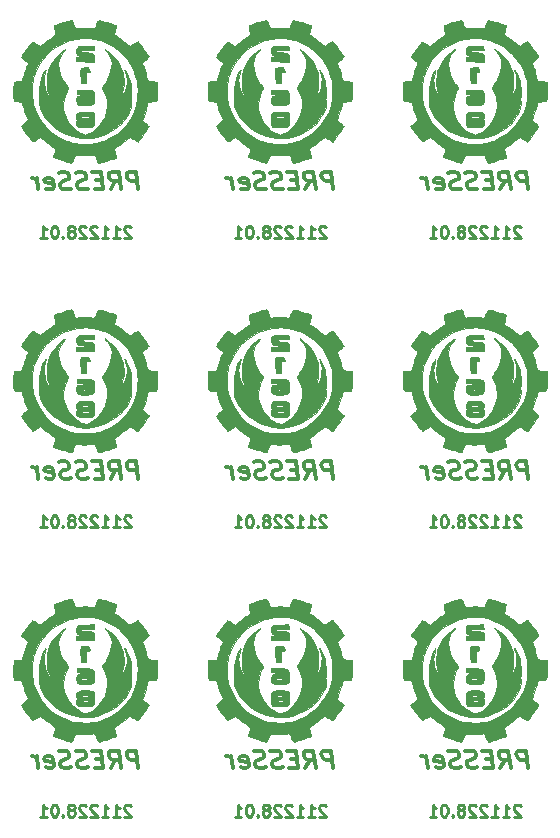
<source format=gbr>
%TF.GenerationSoftware,KiCad,Pcbnew,(6.0.0)*%
%TF.CreationDate,2021-12-29T03:16:53-05:00*%
%TF.ProjectId,panel,70616e65-6c2e-46b6-9963-61645f706362,rev?*%
%TF.SameCoordinates,Original*%
%TF.FileFunction,Legend,Bot*%
%TF.FilePolarity,Positive*%
%FSLAX46Y46*%
G04 Gerber Fmt 4.6, Leading zero omitted, Abs format (unit mm)*
G04 Created by KiCad (PCBNEW (6.0.0)) date 2021-12-29 03:16:53*
%MOMM*%
%LPD*%
G01*
G04 APERTURE LIST*
%ADD10C,0.300000*%
%ADD11C,0.250000*%
%ADD12C,0.010000*%
G04 APERTURE END LIST*
D10*
X54449148Y-56543568D02*
X54261648Y-55043568D01*
X53690220Y-55043568D01*
X53556291Y-55114997D01*
X53493791Y-55186425D01*
X53440220Y-55329282D01*
X53467005Y-55543568D01*
X53556291Y-55686425D01*
X53636648Y-55757854D01*
X53788434Y-55829282D01*
X54359863Y-55829282D01*
X52092005Y-56543568D02*
X52502720Y-55829282D01*
X52949148Y-56543568D02*
X52761648Y-55043568D01*
X52190220Y-55043568D01*
X52056291Y-55114997D01*
X51993791Y-55186425D01*
X51940220Y-55329282D01*
X51967005Y-55543568D01*
X52056291Y-55686425D01*
X52136648Y-55757854D01*
X52288434Y-55829282D01*
X52859863Y-55829282D01*
X51350934Y-55757854D02*
X50850934Y-55757854D01*
X50734863Y-56543568D02*
X51449148Y-56543568D01*
X51261648Y-55043568D01*
X50547363Y-55043568D01*
X50154505Y-56472139D02*
X49949148Y-56543568D01*
X49592005Y-56543568D01*
X49440220Y-56472139D01*
X49359863Y-56400711D01*
X49270577Y-56257854D01*
X49252720Y-56114997D01*
X49306291Y-55972139D01*
X49368791Y-55900711D01*
X49502720Y-55829282D01*
X49779505Y-55757854D01*
X49913434Y-55686425D01*
X49975934Y-55614997D01*
X50029505Y-55472139D01*
X50011648Y-55329282D01*
X49922363Y-55186425D01*
X49842005Y-55114997D01*
X49690220Y-55043568D01*
X49333077Y-55043568D01*
X49127720Y-55114997D01*
X48725934Y-56472139D02*
X48520577Y-56543568D01*
X48163434Y-56543568D01*
X48011648Y-56472139D01*
X47931291Y-56400711D01*
X47842005Y-56257854D01*
X47824148Y-56114997D01*
X47877720Y-55972139D01*
X47940220Y-55900711D01*
X48074148Y-55829282D01*
X48350934Y-55757854D01*
X48484863Y-55686425D01*
X48547363Y-55614997D01*
X48600934Y-55472139D01*
X48583077Y-55329282D01*
X48493791Y-55186425D01*
X48413434Y-55114997D01*
X48261648Y-55043568D01*
X47904505Y-55043568D01*
X47699148Y-55114997D01*
X46654505Y-56472139D02*
X46806291Y-56543568D01*
X47092005Y-56543568D01*
X47225934Y-56472139D01*
X47279505Y-56329282D01*
X47208077Y-55757854D01*
X47118791Y-55614997D01*
X46967005Y-55543568D01*
X46681291Y-55543568D01*
X46547363Y-55614997D01*
X46493791Y-55757854D01*
X46511648Y-55900711D01*
X47243791Y-56043568D01*
X45949148Y-56543568D02*
X45824148Y-55543568D01*
X45859863Y-55829282D02*
X45770577Y-55686425D01*
X45690220Y-55614997D01*
X45538434Y-55543568D01*
X45395577Y-55543568D01*
X70949155Y-56543568D02*
X70761655Y-55043568D01*
X70190227Y-55043568D01*
X70056298Y-55114997D01*
X69993798Y-55186425D01*
X69940227Y-55329282D01*
X69967012Y-55543568D01*
X70056298Y-55686425D01*
X70136655Y-55757854D01*
X70288441Y-55829282D01*
X70859870Y-55829282D01*
X68592012Y-56543568D02*
X69002727Y-55829282D01*
X69449155Y-56543568D02*
X69261655Y-55043568D01*
X68690227Y-55043568D01*
X68556298Y-55114997D01*
X68493798Y-55186425D01*
X68440227Y-55329282D01*
X68467012Y-55543568D01*
X68556298Y-55686425D01*
X68636655Y-55757854D01*
X68788441Y-55829282D01*
X69359870Y-55829282D01*
X67850941Y-55757854D02*
X67350941Y-55757854D01*
X67234870Y-56543568D02*
X67949155Y-56543568D01*
X67761655Y-55043568D01*
X67047370Y-55043568D01*
X66654512Y-56472139D02*
X66449155Y-56543568D01*
X66092012Y-56543568D01*
X65940227Y-56472139D01*
X65859870Y-56400711D01*
X65770584Y-56257854D01*
X65752727Y-56114997D01*
X65806298Y-55972139D01*
X65868798Y-55900711D01*
X66002727Y-55829282D01*
X66279512Y-55757854D01*
X66413441Y-55686425D01*
X66475941Y-55614997D01*
X66529512Y-55472139D01*
X66511655Y-55329282D01*
X66422370Y-55186425D01*
X66342012Y-55114997D01*
X66190227Y-55043568D01*
X65833084Y-55043568D01*
X65627727Y-55114997D01*
X65225941Y-56472139D02*
X65020584Y-56543568D01*
X64663441Y-56543568D01*
X64511655Y-56472139D01*
X64431298Y-56400711D01*
X64342012Y-56257854D01*
X64324155Y-56114997D01*
X64377727Y-55972139D01*
X64440227Y-55900711D01*
X64574155Y-55829282D01*
X64850941Y-55757854D01*
X64984870Y-55686425D01*
X65047370Y-55614997D01*
X65100941Y-55472139D01*
X65083084Y-55329282D01*
X64993798Y-55186425D01*
X64913441Y-55114997D01*
X64761655Y-55043568D01*
X64404512Y-55043568D01*
X64199155Y-55114997D01*
X63154512Y-56472139D02*
X63306298Y-56543568D01*
X63592012Y-56543568D01*
X63725941Y-56472139D01*
X63779512Y-56329282D01*
X63708084Y-55757854D01*
X63618798Y-55614997D01*
X63467012Y-55543568D01*
X63181298Y-55543568D01*
X63047370Y-55614997D01*
X62993798Y-55757854D01*
X63011655Y-55900711D01*
X63743798Y-56043568D01*
X62449155Y-56543568D02*
X62324155Y-55543568D01*
X62359870Y-55829282D02*
X62270584Y-55686425D01*
X62190227Y-55614997D01*
X62038441Y-55543568D01*
X61895584Y-55543568D01*
X54449148Y-81043575D02*
X54261648Y-79543575D01*
X53690220Y-79543575D01*
X53556291Y-79615004D01*
X53493791Y-79686432D01*
X53440220Y-79829289D01*
X53467005Y-80043575D01*
X53556291Y-80186432D01*
X53636648Y-80257861D01*
X53788434Y-80329289D01*
X54359863Y-80329289D01*
X52092005Y-81043575D02*
X52502720Y-80329289D01*
X52949148Y-81043575D02*
X52761648Y-79543575D01*
X52190220Y-79543575D01*
X52056291Y-79615004D01*
X51993791Y-79686432D01*
X51940220Y-79829289D01*
X51967005Y-80043575D01*
X52056291Y-80186432D01*
X52136648Y-80257861D01*
X52288434Y-80329289D01*
X52859863Y-80329289D01*
X51350934Y-80257861D02*
X50850934Y-80257861D01*
X50734863Y-81043575D02*
X51449148Y-81043575D01*
X51261648Y-79543575D01*
X50547363Y-79543575D01*
X50154505Y-80972146D02*
X49949148Y-81043575D01*
X49592005Y-81043575D01*
X49440220Y-80972146D01*
X49359863Y-80900718D01*
X49270577Y-80757861D01*
X49252720Y-80615004D01*
X49306291Y-80472146D01*
X49368791Y-80400718D01*
X49502720Y-80329289D01*
X49779505Y-80257861D01*
X49913434Y-80186432D01*
X49975934Y-80115004D01*
X50029505Y-79972146D01*
X50011648Y-79829289D01*
X49922363Y-79686432D01*
X49842005Y-79615004D01*
X49690220Y-79543575D01*
X49333077Y-79543575D01*
X49127720Y-79615004D01*
X48725934Y-80972146D02*
X48520577Y-81043575D01*
X48163434Y-81043575D01*
X48011648Y-80972146D01*
X47931291Y-80900718D01*
X47842005Y-80757861D01*
X47824148Y-80615004D01*
X47877720Y-80472146D01*
X47940220Y-80400718D01*
X48074148Y-80329289D01*
X48350934Y-80257861D01*
X48484863Y-80186432D01*
X48547363Y-80115004D01*
X48600934Y-79972146D01*
X48583077Y-79829289D01*
X48493791Y-79686432D01*
X48413434Y-79615004D01*
X48261648Y-79543575D01*
X47904505Y-79543575D01*
X47699148Y-79615004D01*
X46654505Y-80972146D02*
X46806291Y-81043575D01*
X47092005Y-81043575D01*
X47225934Y-80972146D01*
X47279505Y-80829289D01*
X47208077Y-80257861D01*
X47118791Y-80115004D01*
X46967005Y-80043575D01*
X46681291Y-80043575D01*
X46547363Y-80115004D01*
X46493791Y-80257861D01*
X46511648Y-80400718D01*
X47243791Y-80543575D01*
X45949148Y-81043575D02*
X45824148Y-80043575D01*
X45859863Y-80329289D02*
X45770577Y-80186432D01*
X45690220Y-80115004D01*
X45538434Y-80043575D01*
X45395577Y-80043575D01*
X70949155Y-81043575D02*
X70761655Y-79543575D01*
X70190227Y-79543575D01*
X70056298Y-79615004D01*
X69993798Y-79686432D01*
X69940227Y-79829289D01*
X69967012Y-80043575D01*
X70056298Y-80186432D01*
X70136655Y-80257861D01*
X70288441Y-80329289D01*
X70859870Y-80329289D01*
X68592012Y-81043575D02*
X69002727Y-80329289D01*
X69449155Y-81043575D02*
X69261655Y-79543575D01*
X68690227Y-79543575D01*
X68556298Y-79615004D01*
X68493798Y-79686432D01*
X68440227Y-79829289D01*
X68467012Y-80043575D01*
X68556298Y-80186432D01*
X68636655Y-80257861D01*
X68788441Y-80329289D01*
X69359870Y-80329289D01*
X67850941Y-80257861D02*
X67350941Y-80257861D01*
X67234870Y-81043575D02*
X67949155Y-81043575D01*
X67761655Y-79543575D01*
X67047370Y-79543575D01*
X66654512Y-80972146D02*
X66449155Y-81043575D01*
X66092012Y-81043575D01*
X65940227Y-80972146D01*
X65859870Y-80900718D01*
X65770584Y-80757861D01*
X65752727Y-80615004D01*
X65806298Y-80472146D01*
X65868798Y-80400718D01*
X66002727Y-80329289D01*
X66279512Y-80257861D01*
X66413441Y-80186432D01*
X66475941Y-80115004D01*
X66529512Y-79972146D01*
X66511655Y-79829289D01*
X66422370Y-79686432D01*
X66342012Y-79615004D01*
X66190227Y-79543575D01*
X65833084Y-79543575D01*
X65627727Y-79615004D01*
X65225941Y-80972146D02*
X65020584Y-81043575D01*
X64663441Y-81043575D01*
X64511655Y-80972146D01*
X64431298Y-80900718D01*
X64342012Y-80757861D01*
X64324155Y-80615004D01*
X64377727Y-80472146D01*
X64440227Y-80400718D01*
X64574155Y-80329289D01*
X64850941Y-80257861D01*
X64984870Y-80186432D01*
X65047370Y-80115004D01*
X65100941Y-79972146D01*
X65083084Y-79829289D01*
X64993798Y-79686432D01*
X64913441Y-79615004D01*
X64761655Y-79543575D01*
X64404512Y-79543575D01*
X64199155Y-79615004D01*
X63154512Y-80972146D02*
X63306298Y-81043575D01*
X63592012Y-81043575D01*
X63725941Y-80972146D01*
X63779512Y-80829289D01*
X63708084Y-80257861D01*
X63618798Y-80115004D01*
X63467012Y-80043575D01*
X63181298Y-80043575D01*
X63047370Y-80115004D01*
X62993798Y-80257861D01*
X63011655Y-80400718D01*
X63743798Y-80543575D01*
X62449155Y-81043575D02*
X62324155Y-80043575D01*
X62359870Y-80329289D02*
X62270584Y-80186432D01*
X62190227Y-80115004D01*
X62038441Y-80043575D01*
X61895584Y-80043575D01*
X87449162Y-56543568D02*
X87261662Y-55043568D01*
X86690234Y-55043568D01*
X86556305Y-55114997D01*
X86493805Y-55186425D01*
X86440234Y-55329282D01*
X86467019Y-55543568D01*
X86556305Y-55686425D01*
X86636662Y-55757854D01*
X86788448Y-55829282D01*
X87359877Y-55829282D01*
X85092019Y-56543568D02*
X85502734Y-55829282D01*
X85949162Y-56543568D02*
X85761662Y-55043568D01*
X85190234Y-55043568D01*
X85056305Y-55114997D01*
X84993805Y-55186425D01*
X84940234Y-55329282D01*
X84967019Y-55543568D01*
X85056305Y-55686425D01*
X85136662Y-55757854D01*
X85288448Y-55829282D01*
X85859877Y-55829282D01*
X84350948Y-55757854D02*
X83850948Y-55757854D01*
X83734877Y-56543568D02*
X84449162Y-56543568D01*
X84261662Y-55043568D01*
X83547377Y-55043568D01*
X83154519Y-56472139D02*
X82949162Y-56543568D01*
X82592019Y-56543568D01*
X82440234Y-56472139D01*
X82359877Y-56400711D01*
X82270591Y-56257854D01*
X82252734Y-56114997D01*
X82306305Y-55972139D01*
X82368805Y-55900711D01*
X82502734Y-55829282D01*
X82779519Y-55757854D01*
X82913448Y-55686425D01*
X82975948Y-55614997D01*
X83029519Y-55472139D01*
X83011662Y-55329282D01*
X82922377Y-55186425D01*
X82842019Y-55114997D01*
X82690234Y-55043568D01*
X82333091Y-55043568D01*
X82127734Y-55114997D01*
X81725948Y-56472139D02*
X81520591Y-56543568D01*
X81163448Y-56543568D01*
X81011662Y-56472139D01*
X80931305Y-56400711D01*
X80842019Y-56257854D01*
X80824162Y-56114997D01*
X80877734Y-55972139D01*
X80940234Y-55900711D01*
X81074162Y-55829282D01*
X81350948Y-55757854D01*
X81484877Y-55686425D01*
X81547377Y-55614997D01*
X81600948Y-55472139D01*
X81583091Y-55329282D01*
X81493805Y-55186425D01*
X81413448Y-55114997D01*
X81261662Y-55043568D01*
X80904519Y-55043568D01*
X80699162Y-55114997D01*
X79654519Y-56472139D02*
X79806305Y-56543568D01*
X80092019Y-56543568D01*
X80225948Y-56472139D01*
X80279519Y-56329282D01*
X80208091Y-55757854D01*
X80118805Y-55614997D01*
X79967019Y-55543568D01*
X79681305Y-55543568D01*
X79547377Y-55614997D01*
X79493805Y-55757854D01*
X79511662Y-55900711D01*
X80243805Y-56043568D01*
X78949162Y-56543568D02*
X78824162Y-55543568D01*
X78859877Y-55829282D02*
X78770591Y-55686425D01*
X78690234Y-55614997D01*
X78538448Y-55543568D01*
X78395591Y-55543568D01*
X87449162Y-81043575D02*
X87261662Y-79543575D01*
X86690234Y-79543575D01*
X86556305Y-79615004D01*
X86493805Y-79686432D01*
X86440234Y-79829289D01*
X86467019Y-80043575D01*
X86556305Y-80186432D01*
X86636662Y-80257861D01*
X86788448Y-80329289D01*
X87359877Y-80329289D01*
X85092019Y-81043575D02*
X85502734Y-80329289D01*
X85949162Y-81043575D02*
X85761662Y-79543575D01*
X85190234Y-79543575D01*
X85056305Y-79615004D01*
X84993805Y-79686432D01*
X84940234Y-79829289D01*
X84967019Y-80043575D01*
X85056305Y-80186432D01*
X85136662Y-80257861D01*
X85288448Y-80329289D01*
X85859877Y-80329289D01*
X84350948Y-80257861D02*
X83850948Y-80257861D01*
X83734877Y-81043575D02*
X84449162Y-81043575D01*
X84261662Y-79543575D01*
X83547377Y-79543575D01*
X83154519Y-80972146D02*
X82949162Y-81043575D01*
X82592019Y-81043575D01*
X82440234Y-80972146D01*
X82359877Y-80900718D01*
X82270591Y-80757861D01*
X82252734Y-80615004D01*
X82306305Y-80472146D01*
X82368805Y-80400718D01*
X82502734Y-80329289D01*
X82779519Y-80257861D01*
X82913448Y-80186432D01*
X82975948Y-80115004D01*
X83029519Y-79972146D01*
X83011662Y-79829289D01*
X82922377Y-79686432D01*
X82842019Y-79615004D01*
X82690234Y-79543575D01*
X82333091Y-79543575D01*
X82127734Y-79615004D01*
X81725948Y-80972146D02*
X81520591Y-81043575D01*
X81163448Y-81043575D01*
X81011662Y-80972146D01*
X80931305Y-80900718D01*
X80842019Y-80757861D01*
X80824162Y-80615004D01*
X80877734Y-80472146D01*
X80940234Y-80400718D01*
X81074162Y-80329289D01*
X81350948Y-80257861D01*
X81484877Y-80186432D01*
X81547377Y-80115004D01*
X81600948Y-79972146D01*
X81583091Y-79829289D01*
X81493805Y-79686432D01*
X81413448Y-79615004D01*
X81261662Y-79543575D01*
X80904519Y-79543575D01*
X80699162Y-79615004D01*
X79654519Y-80972146D02*
X79806305Y-81043575D01*
X80092019Y-81043575D01*
X80225948Y-80972146D01*
X80279519Y-80829289D01*
X80208091Y-80257861D01*
X80118805Y-80115004D01*
X79967019Y-80043575D01*
X79681305Y-80043575D01*
X79547377Y-80115004D01*
X79493805Y-80257861D01*
X79511662Y-80400718D01*
X80243805Y-80543575D01*
X78949162Y-81043575D02*
X78824162Y-80043575D01*
X78859877Y-80329289D02*
X78770591Y-80186432D01*
X78690234Y-80115004D01*
X78538448Y-80043575D01*
X78395591Y-80043575D01*
X54449148Y-105543582D02*
X54261648Y-104043582D01*
X53690220Y-104043582D01*
X53556291Y-104115011D01*
X53493791Y-104186439D01*
X53440220Y-104329296D01*
X53467005Y-104543582D01*
X53556291Y-104686439D01*
X53636648Y-104757868D01*
X53788434Y-104829296D01*
X54359863Y-104829296D01*
X52092005Y-105543582D02*
X52502720Y-104829296D01*
X52949148Y-105543582D02*
X52761648Y-104043582D01*
X52190220Y-104043582D01*
X52056291Y-104115011D01*
X51993791Y-104186439D01*
X51940220Y-104329296D01*
X51967005Y-104543582D01*
X52056291Y-104686439D01*
X52136648Y-104757868D01*
X52288434Y-104829296D01*
X52859863Y-104829296D01*
X51350934Y-104757868D02*
X50850934Y-104757868D01*
X50734863Y-105543582D02*
X51449148Y-105543582D01*
X51261648Y-104043582D01*
X50547363Y-104043582D01*
X50154505Y-105472153D02*
X49949148Y-105543582D01*
X49592005Y-105543582D01*
X49440220Y-105472153D01*
X49359863Y-105400725D01*
X49270577Y-105257868D01*
X49252720Y-105115011D01*
X49306291Y-104972153D01*
X49368791Y-104900725D01*
X49502720Y-104829296D01*
X49779505Y-104757868D01*
X49913434Y-104686439D01*
X49975934Y-104615011D01*
X50029505Y-104472153D01*
X50011648Y-104329296D01*
X49922363Y-104186439D01*
X49842005Y-104115011D01*
X49690220Y-104043582D01*
X49333077Y-104043582D01*
X49127720Y-104115011D01*
X48725934Y-105472153D02*
X48520577Y-105543582D01*
X48163434Y-105543582D01*
X48011648Y-105472153D01*
X47931291Y-105400725D01*
X47842005Y-105257868D01*
X47824148Y-105115011D01*
X47877720Y-104972153D01*
X47940220Y-104900725D01*
X48074148Y-104829296D01*
X48350934Y-104757868D01*
X48484863Y-104686439D01*
X48547363Y-104615011D01*
X48600934Y-104472153D01*
X48583077Y-104329296D01*
X48493791Y-104186439D01*
X48413434Y-104115011D01*
X48261648Y-104043582D01*
X47904505Y-104043582D01*
X47699148Y-104115011D01*
X46654505Y-105472153D02*
X46806291Y-105543582D01*
X47092005Y-105543582D01*
X47225934Y-105472153D01*
X47279505Y-105329296D01*
X47208077Y-104757868D01*
X47118791Y-104615011D01*
X46967005Y-104543582D01*
X46681291Y-104543582D01*
X46547363Y-104615011D01*
X46493791Y-104757868D01*
X46511648Y-104900725D01*
X47243791Y-105043582D01*
X45949148Y-105543582D02*
X45824148Y-104543582D01*
X45859863Y-104829296D02*
X45770577Y-104686439D01*
X45690220Y-104615011D01*
X45538434Y-104543582D01*
X45395577Y-104543582D01*
X70949155Y-105543582D02*
X70761655Y-104043582D01*
X70190227Y-104043582D01*
X70056298Y-104115011D01*
X69993798Y-104186439D01*
X69940227Y-104329296D01*
X69967012Y-104543582D01*
X70056298Y-104686439D01*
X70136655Y-104757868D01*
X70288441Y-104829296D01*
X70859870Y-104829296D01*
X68592012Y-105543582D02*
X69002727Y-104829296D01*
X69449155Y-105543582D02*
X69261655Y-104043582D01*
X68690227Y-104043582D01*
X68556298Y-104115011D01*
X68493798Y-104186439D01*
X68440227Y-104329296D01*
X68467012Y-104543582D01*
X68556298Y-104686439D01*
X68636655Y-104757868D01*
X68788441Y-104829296D01*
X69359870Y-104829296D01*
X67850941Y-104757868D02*
X67350941Y-104757868D01*
X67234870Y-105543582D02*
X67949155Y-105543582D01*
X67761655Y-104043582D01*
X67047370Y-104043582D01*
X66654512Y-105472153D02*
X66449155Y-105543582D01*
X66092012Y-105543582D01*
X65940227Y-105472153D01*
X65859870Y-105400725D01*
X65770584Y-105257868D01*
X65752727Y-105115011D01*
X65806298Y-104972153D01*
X65868798Y-104900725D01*
X66002727Y-104829296D01*
X66279512Y-104757868D01*
X66413441Y-104686439D01*
X66475941Y-104615011D01*
X66529512Y-104472153D01*
X66511655Y-104329296D01*
X66422370Y-104186439D01*
X66342012Y-104115011D01*
X66190227Y-104043582D01*
X65833084Y-104043582D01*
X65627727Y-104115011D01*
X65225941Y-105472153D02*
X65020584Y-105543582D01*
X64663441Y-105543582D01*
X64511655Y-105472153D01*
X64431298Y-105400725D01*
X64342012Y-105257868D01*
X64324155Y-105115011D01*
X64377727Y-104972153D01*
X64440227Y-104900725D01*
X64574155Y-104829296D01*
X64850941Y-104757868D01*
X64984870Y-104686439D01*
X65047370Y-104615011D01*
X65100941Y-104472153D01*
X65083084Y-104329296D01*
X64993798Y-104186439D01*
X64913441Y-104115011D01*
X64761655Y-104043582D01*
X64404512Y-104043582D01*
X64199155Y-104115011D01*
X63154512Y-105472153D02*
X63306298Y-105543582D01*
X63592012Y-105543582D01*
X63725941Y-105472153D01*
X63779512Y-105329296D01*
X63708084Y-104757868D01*
X63618798Y-104615011D01*
X63467012Y-104543582D01*
X63181298Y-104543582D01*
X63047370Y-104615011D01*
X62993798Y-104757868D01*
X63011655Y-104900725D01*
X63743798Y-105043582D01*
X62449155Y-105543582D02*
X62324155Y-104543582D01*
X62359870Y-104829296D02*
X62270584Y-104686439D01*
X62190227Y-104615011D01*
X62038441Y-104543582D01*
X61895584Y-104543582D01*
X87449162Y-105543582D02*
X87261662Y-104043582D01*
X86690234Y-104043582D01*
X86556305Y-104115011D01*
X86493805Y-104186439D01*
X86440234Y-104329296D01*
X86467019Y-104543582D01*
X86556305Y-104686439D01*
X86636662Y-104757868D01*
X86788448Y-104829296D01*
X87359877Y-104829296D01*
X85092019Y-105543582D02*
X85502734Y-104829296D01*
X85949162Y-105543582D02*
X85761662Y-104043582D01*
X85190234Y-104043582D01*
X85056305Y-104115011D01*
X84993805Y-104186439D01*
X84940234Y-104329296D01*
X84967019Y-104543582D01*
X85056305Y-104686439D01*
X85136662Y-104757868D01*
X85288448Y-104829296D01*
X85859877Y-104829296D01*
X84350948Y-104757868D02*
X83850948Y-104757868D01*
X83734877Y-105543582D02*
X84449162Y-105543582D01*
X84261662Y-104043582D01*
X83547377Y-104043582D01*
X83154519Y-105472153D02*
X82949162Y-105543582D01*
X82592019Y-105543582D01*
X82440234Y-105472153D01*
X82359877Y-105400725D01*
X82270591Y-105257868D01*
X82252734Y-105115011D01*
X82306305Y-104972153D01*
X82368805Y-104900725D01*
X82502734Y-104829296D01*
X82779519Y-104757868D01*
X82913448Y-104686439D01*
X82975948Y-104615011D01*
X83029519Y-104472153D01*
X83011662Y-104329296D01*
X82922377Y-104186439D01*
X82842019Y-104115011D01*
X82690234Y-104043582D01*
X82333091Y-104043582D01*
X82127734Y-104115011D01*
X81725948Y-105472153D02*
X81520591Y-105543582D01*
X81163448Y-105543582D01*
X81011662Y-105472153D01*
X80931305Y-105400725D01*
X80842019Y-105257868D01*
X80824162Y-105115011D01*
X80877734Y-104972153D01*
X80940234Y-104900725D01*
X81074162Y-104829296D01*
X81350948Y-104757868D01*
X81484877Y-104686439D01*
X81547377Y-104615011D01*
X81600948Y-104472153D01*
X81583091Y-104329296D01*
X81493805Y-104186439D01*
X81413448Y-104115011D01*
X81261662Y-104043582D01*
X80904519Y-104043582D01*
X80699162Y-104115011D01*
X79654519Y-105472153D02*
X79806305Y-105543582D01*
X80092019Y-105543582D01*
X80225948Y-105472153D01*
X80279519Y-105329296D01*
X80208091Y-104757868D01*
X80118805Y-104615011D01*
X79967019Y-104543582D01*
X79681305Y-104543582D01*
X79547377Y-104615011D01*
X79493805Y-104757868D01*
X79511662Y-104900725D01*
X80243805Y-105043582D01*
X78949162Y-105543582D02*
X78824162Y-104543582D01*
X78859877Y-104829296D02*
X78770591Y-104686439D01*
X78690234Y-104615011D01*
X78538448Y-104543582D01*
X78395591Y-104543582D01*
D11*
X70307146Y-59730616D02*
X70259527Y-59682997D01*
X70164289Y-59635377D01*
X69926194Y-59635377D01*
X69830956Y-59682997D01*
X69783337Y-59730616D01*
X69735718Y-59825854D01*
X69735718Y-59921092D01*
X69783337Y-60063949D01*
X70354765Y-60635377D01*
X69735718Y-60635377D01*
X68783337Y-60635377D02*
X69354765Y-60635377D01*
X69069051Y-60635377D02*
X69069051Y-59635377D01*
X69164289Y-59778235D01*
X69259527Y-59873473D01*
X69354765Y-59921092D01*
X67830956Y-60635377D02*
X68402384Y-60635377D01*
X68116670Y-60635377D02*
X68116670Y-59635377D01*
X68211908Y-59778235D01*
X68307146Y-59873473D01*
X68402384Y-59921092D01*
X67450004Y-59730616D02*
X67402384Y-59682997D01*
X67307146Y-59635377D01*
X67069051Y-59635377D01*
X66973813Y-59682997D01*
X66926194Y-59730616D01*
X66878575Y-59825854D01*
X66878575Y-59921092D01*
X66926194Y-60063949D01*
X67497623Y-60635377D01*
X66878575Y-60635377D01*
X66497623Y-59730616D02*
X66450004Y-59682997D01*
X66354765Y-59635377D01*
X66116670Y-59635377D01*
X66021432Y-59682997D01*
X65973813Y-59730616D01*
X65926194Y-59825854D01*
X65926194Y-59921092D01*
X65973813Y-60063949D01*
X66545242Y-60635377D01*
X65926194Y-60635377D01*
X65354765Y-60063949D02*
X65450004Y-60016330D01*
X65497623Y-59968711D01*
X65545242Y-59873473D01*
X65545242Y-59825854D01*
X65497623Y-59730616D01*
X65450004Y-59682997D01*
X65354765Y-59635377D01*
X65164289Y-59635377D01*
X65069051Y-59682997D01*
X65021432Y-59730616D01*
X64973813Y-59825854D01*
X64973813Y-59873473D01*
X65021432Y-59968711D01*
X65069051Y-60016330D01*
X65164289Y-60063949D01*
X65354765Y-60063949D01*
X65450004Y-60111568D01*
X65497623Y-60159187D01*
X65545242Y-60254425D01*
X65545242Y-60444901D01*
X65497623Y-60540139D01*
X65450004Y-60587758D01*
X65354765Y-60635377D01*
X65164289Y-60635377D01*
X65069051Y-60587758D01*
X65021432Y-60540139D01*
X64973813Y-60444901D01*
X64973813Y-60254425D01*
X65021432Y-60159187D01*
X65069051Y-60111568D01*
X65164289Y-60063949D01*
X64545242Y-60540139D02*
X64497623Y-60587758D01*
X64545242Y-60635377D01*
X64592861Y-60587758D01*
X64545242Y-60540139D01*
X64545242Y-60635377D01*
X63878575Y-59635377D02*
X63783337Y-59635377D01*
X63688099Y-59682997D01*
X63640480Y-59730616D01*
X63592861Y-59825854D01*
X63545242Y-60016330D01*
X63545242Y-60254425D01*
X63592861Y-60444901D01*
X63640480Y-60540139D01*
X63688099Y-60587758D01*
X63783337Y-60635377D01*
X63878575Y-60635377D01*
X63973813Y-60587758D01*
X64021432Y-60540139D01*
X64069051Y-60444901D01*
X64116670Y-60254425D01*
X64116670Y-60016330D01*
X64069051Y-59825854D01*
X64021432Y-59730616D01*
X63973813Y-59682997D01*
X63878575Y-59635377D01*
X62592861Y-60635377D02*
X63164289Y-60635377D01*
X62878575Y-60635377D02*
X62878575Y-59635377D01*
X62973813Y-59778235D01*
X63069051Y-59873473D01*
X63164289Y-59921092D01*
X53807139Y-59730616D02*
X53759520Y-59682997D01*
X53664282Y-59635377D01*
X53426187Y-59635377D01*
X53330949Y-59682997D01*
X53283330Y-59730616D01*
X53235711Y-59825854D01*
X53235711Y-59921092D01*
X53283330Y-60063949D01*
X53854758Y-60635377D01*
X53235711Y-60635377D01*
X52283330Y-60635377D02*
X52854758Y-60635377D01*
X52569044Y-60635377D02*
X52569044Y-59635377D01*
X52664282Y-59778235D01*
X52759520Y-59873473D01*
X52854758Y-59921092D01*
X51330949Y-60635377D02*
X51902377Y-60635377D01*
X51616663Y-60635377D02*
X51616663Y-59635377D01*
X51711901Y-59778235D01*
X51807139Y-59873473D01*
X51902377Y-59921092D01*
X50949997Y-59730616D02*
X50902377Y-59682997D01*
X50807139Y-59635377D01*
X50569044Y-59635377D01*
X50473806Y-59682997D01*
X50426187Y-59730616D01*
X50378568Y-59825854D01*
X50378568Y-59921092D01*
X50426187Y-60063949D01*
X50997616Y-60635377D01*
X50378568Y-60635377D01*
X49997616Y-59730616D02*
X49949997Y-59682997D01*
X49854758Y-59635377D01*
X49616663Y-59635377D01*
X49521425Y-59682997D01*
X49473806Y-59730616D01*
X49426187Y-59825854D01*
X49426187Y-59921092D01*
X49473806Y-60063949D01*
X50045235Y-60635377D01*
X49426187Y-60635377D01*
X48854758Y-60063949D02*
X48949997Y-60016330D01*
X48997616Y-59968711D01*
X49045235Y-59873473D01*
X49045235Y-59825854D01*
X48997616Y-59730616D01*
X48949997Y-59682997D01*
X48854758Y-59635377D01*
X48664282Y-59635377D01*
X48569044Y-59682997D01*
X48521425Y-59730616D01*
X48473806Y-59825854D01*
X48473806Y-59873473D01*
X48521425Y-59968711D01*
X48569044Y-60016330D01*
X48664282Y-60063949D01*
X48854758Y-60063949D01*
X48949997Y-60111568D01*
X48997616Y-60159187D01*
X49045235Y-60254425D01*
X49045235Y-60444901D01*
X48997616Y-60540139D01*
X48949997Y-60587758D01*
X48854758Y-60635377D01*
X48664282Y-60635377D01*
X48569044Y-60587758D01*
X48521425Y-60540139D01*
X48473806Y-60444901D01*
X48473806Y-60254425D01*
X48521425Y-60159187D01*
X48569044Y-60111568D01*
X48664282Y-60063949D01*
X48045235Y-60540139D02*
X47997616Y-60587758D01*
X48045235Y-60635377D01*
X48092854Y-60587758D01*
X48045235Y-60540139D01*
X48045235Y-60635377D01*
X47378568Y-59635377D02*
X47283330Y-59635377D01*
X47188092Y-59682997D01*
X47140473Y-59730616D01*
X47092854Y-59825854D01*
X47045235Y-60016330D01*
X47045235Y-60254425D01*
X47092854Y-60444901D01*
X47140473Y-60540139D01*
X47188092Y-60587758D01*
X47283330Y-60635377D01*
X47378568Y-60635377D01*
X47473806Y-60587758D01*
X47521425Y-60540139D01*
X47569044Y-60444901D01*
X47616663Y-60254425D01*
X47616663Y-60016330D01*
X47569044Y-59825854D01*
X47521425Y-59730616D01*
X47473806Y-59682997D01*
X47378568Y-59635377D01*
X46092854Y-60635377D02*
X46664282Y-60635377D01*
X46378568Y-60635377D02*
X46378568Y-59635377D01*
X46473806Y-59778235D01*
X46569044Y-59873473D01*
X46664282Y-59921092D01*
X70307146Y-84230623D02*
X70259527Y-84183004D01*
X70164289Y-84135384D01*
X69926194Y-84135384D01*
X69830956Y-84183004D01*
X69783337Y-84230623D01*
X69735718Y-84325861D01*
X69735718Y-84421099D01*
X69783337Y-84563956D01*
X70354765Y-85135384D01*
X69735718Y-85135384D01*
X68783337Y-85135384D02*
X69354765Y-85135384D01*
X69069051Y-85135384D02*
X69069051Y-84135384D01*
X69164289Y-84278242D01*
X69259527Y-84373480D01*
X69354765Y-84421099D01*
X67830956Y-85135384D02*
X68402384Y-85135384D01*
X68116670Y-85135384D02*
X68116670Y-84135384D01*
X68211908Y-84278242D01*
X68307146Y-84373480D01*
X68402384Y-84421099D01*
X67450004Y-84230623D02*
X67402384Y-84183004D01*
X67307146Y-84135384D01*
X67069051Y-84135384D01*
X66973813Y-84183004D01*
X66926194Y-84230623D01*
X66878575Y-84325861D01*
X66878575Y-84421099D01*
X66926194Y-84563956D01*
X67497623Y-85135384D01*
X66878575Y-85135384D01*
X66497623Y-84230623D02*
X66450004Y-84183004D01*
X66354765Y-84135384D01*
X66116670Y-84135384D01*
X66021432Y-84183004D01*
X65973813Y-84230623D01*
X65926194Y-84325861D01*
X65926194Y-84421099D01*
X65973813Y-84563956D01*
X66545242Y-85135384D01*
X65926194Y-85135384D01*
X65354765Y-84563956D02*
X65450004Y-84516337D01*
X65497623Y-84468718D01*
X65545242Y-84373480D01*
X65545242Y-84325861D01*
X65497623Y-84230623D01*
X65450004Y-84183004D01*
X65354765Y-84135384D01*
X65164289Y-84135384D01*
X65069051Y-84183004D01*
X65021432Y-84230623D01*
X64973813Y-84325861D01*
X64973813Y-84373480D01*
X65021432Y-84468718D01*
X65069051Y-84516337D01*
X65164289Y-84563956D01*
X65354765Y-84563956D01*
X65450004Y-84611575D01*
X65497623Y-84659194D01*
X65545242Y-84754432D01*
X65545242Y-84944908D01*
X65497623Y-85040146D01*
X65450004Y-85087765D01*
X65354765Y-85135384D01*
X65164289Y-85135384D01*
X65069051Y-85087765D01*
X65021432Y-85040146D01*
X64973813Y-84944908D01*
X64973813Y-84754432D01*
X65021432Y-84659194D01*
X65069051Y-84611575D01*
X65164289Y-84563956D01*
X64545242Y-85040146D02*
X64497623Y-85087765D01*
X64545242Y-85135384D01*
X64592861Y-85087765D01*
X64545242Y-85040146D01*
X64545242Y-85135384D01*
X63878575Y-84135384D02*
X63783337Y-84135384D01*
X63688099Y-84183004D01*
X63640480Y-84230623D01*
X63592861Y-84325861D01*
X63545242Y-84516337D01*
X63545242Y-84754432D01*
X63592861Y-84944908D01*
X63640480Y-85040146D01*
X63688099Y-85087765D01*
X63783337Y-85135384D01*
X63878575Y-85135384D01*
X63973813Y-85087765D01*
X64021432Y-85040146D01*
X64069051Y-84944908D01*
X64116670Y-84754432D01*
X64116670Y-84516337D01*
X64069051Y-84325861D01*
X64021432Y-84230623D01*
X63973813Y-84183004D01*
X63878575Y-84135384D01*
X62592861Y-85135384D02*
X63164289Y-85135384D01*
X62878575Y-85135384D02*
X62878575Y-84135384D01*
X62973813Y-84278242D01*
X63069051Y-84373480D01*
X63164289Y-84421099D01*
X53807139Y-84230623D02*
X53759520Y-84183004D01*
X53664282Y-84135384D01*
X53426187Y-84135384D01*
X53330949Y-84183004D01*
X53283330Y-84230623D01*
X53235711Y-84325861D01*
X53235711Y-84421099D01*
X53283330Y-84563956D01*
X53854758Y-85135384D01*
X53235711Y-85135384D01*
X52283330Y-85135384D02*
X52854758Y-85135384D01*
X52569044Y-85135384D02*
X52569044Y-84135384D01*
X52664282Y-84278242D01*
X52759520Y-84373480D01*
X52854758Y-84421099D01*
X51330949Y-85135384D02*
X51902377Y-85135384D01*
X51616663Y-85135384D02*
X51616663Y-84135384D01*
X51711901Y-84278242D01*
X51807139Y-84373480D01*
X51902377Y-84421099D01*
X50949997Y-84230623D02*
X50902377Y-84183004D01*
X50807139Y-84135384D01*
X50569044Y-84135384D01*
X50473806Y-84183004D01*
X50426187Y-84230623D01*
X50378568Y-84325861D01*
X50378568Y-84421099D01*
X50426187Y-84563956D01*
X50997616Y-85135384D01*
X50378568Y-85135384D01*
X49997616Y-84230623D02*
X49949997Y-84183004D01*
X49854758Y-84135384D01*
X49616663Y-84135384D01*
X49521425Y-84183004D01*
X49473806Y-84230623D01*
X49426187Y-84325861D01*
X49426187Y-84421099D01*
X49473806Y-84563956D01*
X50045235Y-85135384D01*
X49426187Y-85135384D01*
X48854758Y-84563956D02*
X48949997Y-84516337D01*
X48997616Y-84468718D01*
X49045235Y-84373480D01*
X49045235Y-84325861D01*
X48997616Y-84230623D01*
X48949997Y-84183004D01*
X48854758Y-84135384D01*
X48664282Y-84135384D01*
X48569044Y-84183004D01*
X48521425Y-84230623D01*
X48473806Y-84325861D01*
X48473806Y-84373480D01*
X48521425Y-84468718D01*
X48569044Y-84516337D01*
X48664282Y-84563956D01*
X48854758Y-84563956D01*
X48949997Y-84611575D01*
X48997616Y-84659194D01*
X49045235Y-84754432D01*
X49045235Y-84944908D01*
X48997616Y-85040146D01*
X48949997Y-85087765D01*
X48854758Y-85135384D01*
X48664282Y-85135384D01*
X48569044Y-85087765D01*
X48521425Y-85040146D01*
X48473806Y-84944908D01*
X48473806Y-84754432D01*
X48521425Y-84659194D01*
X48569044Y-84611575D01*
X48664282Y-84563956D01*
X48045235Y-85040146D02*
X47997616Y-85087765D01*
X48045235Y-85135384D01*
X48092854Y-85087765D01*
X48045235Y-85040146D01*
X48045235Y-85135384D01*
X47378568Y-84135384D02*
X47283330Y-84135384D01*
X47188092Y-84183004D01*
X47140473Y-84230623D01*
X47092854Y-84325861D01*
X47045235Y-84516337D01*
X47045235Y-84754432D01*
X47092854Y-84944908D01*
X47140473Y-85040146D01*
X47188092Y-85087765D01*
X47283330Y-85135384D01*
X47378568Y-85135384D01*
X47473806Y-85087765D01*
X47521425Y-85040146D01*
X47569044Y-84944908D01*
X47616663Y-84754432D01*
X47616663Y-84516337D01*
X47569044Y-84325861D01*
X47521425Y-84230623D01*
X47473806Y-84183004D01*
X47378568Y-84135384D01*
X46092854Y-85135384D02*
X46664282Y-85135384D01*
X46378568Y-85135384D02*
X46378568Y-84135384D01*
X46473806Y-84278242D01*
X46569044Y-84373480D01*
X46664282Y-84421099D01*
X86807153Y-59730616D02*
X86759534Y-59682997D01*
X86664296Y-59635377D01*
X86426201Y-59635377D01*
X86330963Y-59682997D01*
X86283344Y-59730616D01*
X86235725Y-59825854D01*
X86235725Y-59921092D01*
X86283344Y-60063949D01*
X86854772Y-60635377D01*
X86235725Y-60635377D01*
X85283344Y-60635377D02*
X85854772Y-60635377D01*
X85569058Y-60635377D02*
X85569058Y-59635377D01*
X85664296Y-59778235D01*
X85759534Y-59873473D01*
X85854772Y-59921092D01*
X84330963Y-60635377D02*
X84902391Y-60635377D01*
X84616677Y-60635377D02*
X84616677Y-59635377D01*
X84711915Y-59778235D01*
X84807153Y-59873473D01*
X84902391Y-59921092D01*
X83950011Y-59730616D02*
X83902391Y-59682997D01*
X83807153Y-59635377D01*
X83569058Y-59635377D01*
X83473820Y-59682997D01*
X83426201Y-59730616D01*
X83378582Y-59825854D01*
X83378582Y-59921092D01*
X83426201Y-60063949D01*
X83997630Y-60635377D01*
X83378582Y-60635377D01*
X82997630Y-59730616D02*
X82950011Y-59682997D01*
X82854772Y-59635377D01*
X82616677Y-59635377D01*
X82521439Y-59682997D01*
X82473820Y-59730616D01*
X82426201Y-59825854D01*
X82426201Y-59921092D01*
X82473820Y-60063949D01*
X83045249Y-60635377D01*
X82426201Y-60635377D01*
X81854772Y-60063949D02*
X81950011Y-60016330D01*
X81997630Y-59968711D01*
X82045249Y-59873473D01*
X82045249Y-59825854D01*
X81997630Y-59730616D01*
X81950011Y-59682997D01*
X81854772Y-59635377D01*
X81664296Y-59635377D01*
X81569058Y-59682997D01*
X81521439Y-59730616D01*
X81473820Y-59825854D01*
X81473820Y-59873473D01*
X81521439Y-59968711D01*
X81569058Y-60016330D01*
X81664296Y-60063949D01*
X81854772Y-60063949D01*
X81950011Y-60111568D01*
X81997630Y-60159187D01*
X82045249Y-60254425D01*
X82045249Y-60444901D01*
X81997630Y-60540139D01*
X81950011Y-60587758D01*
X81854772Y-60635377D01*
X81664296Y-60635377D01*
X81569058Y-60587758D01*
X81521439Y-60540139D01*
X81473820Y-60444901D01*
X81473820Y-60254425D01*
X81521439Y-60159187D01*
X81569058Y-60111568D01*
X81664296Y-60063949D01*
X81045249Y-60540139D02*
X80997630Y-60587758D01*
X81045249Y-60635377D01*
X81092868Y-60587758D01*
X81045249Y-60540139D01*
X81045249Y-60635377D01*
X80378582Y-59635377D02*
X80283344Y-59635377D01*
X80188106Y-59682997D01*
X80140487Y-59730616D01*
X80092868Y-59825854D01*
X80045249Y-60016330D01*
X80045249Y-60254425D01*
X80092868Y-60444901D01*
X80140487Y-60540139D01*
X80188106Y-60587758D01*
X80283344Y-60635377D01*
X80378582Y-60635377D01*
X80473820Y-60587758D01*
X80521439Y-60540139D01*
X80569058Y-60444901D01*
X80616677Y-60254425D01*
X80616677Y-60016330D01*
X80569058Y-59825854D01*
X80521439Y-59730616D01*
X80473820Y-59682997D01*
X80378582Y-59635377D01*
X79092868Y-60635377D02*
X79664296Y-60635377D01*
X79378582Y-60635377D02*
X79378582Y-59635377D01*
X79473820Y-59778235D01*
X79569058Y-59873473D01*
X79664296Y-59921092D01*
X86807153Y-84230623D02*
X86759534Y-84183004D01*
X86664296Y-84135384D01*
X86426201Y-84135384D01*
X86330963Y-84183004D01*
X86283344Y-84230623D01*
X86235725Y-84325861D01*
X86235725Y-84421099D01*
X86283344Y-84563956D01*
X86854772Y-85135384D01*
X86235725Y-85135384D01*
X85283344Y-85135384D02*
X85854772Y-85135384D01*
X85569058Y-85135384D02*
X85569058Y-84135384D01*
X85664296Y-84278242D01*
X85759534Y-84373480D01*
X85854772Y-84421099D01*
X84330963Y-85135384D02*
X84902391Y-85135384D01*
X84616677Y-85135384D02*
X84616677Y-84135384D01*
X84711915Y-84278242D01*
X84807153Y-84373480D01*
X84902391Y-84421099D01*
X83950011Y-84230623D02*
X83902391Y-84183004D01*
X83807153Y-84135384D01*
X83569058Y-84135384D01*
X83473820Y-84183004D01*
X83426201Y-84230623D01*
X83378582Y-84325861D01*
X83378582Y-84421099D01*
X83426201Y-84563956D01*
X83997630Y-85135384D01*
X83378582Y-85135384D01*
X82997630Y-84230623D02*
X82950011Y-84183004D01*
X82854772Y-84135384D01*
X82616677Y-84135384D01*
X82521439Y-84183004D01*
X82473820Y-84230623D01*
X82426201Y-84325861D01*
X82426201Y-84421099D01*
X82473820Y-84563956D01*
X83045249Y-85135384D01*
X82426201Y-85135384D01*
X81854772Y-84563956D02*
X81950011Y-84516337D01*
X81997630Y-84468718D01*
X82045249Y-84373480D01*
X82045249Y-84325861D01*
X81997630Y-84230623D01*
X81950011Y-84183004D01*
X81854772Y-84135384D01*
X81664296Y-84135384D01*
X81569058Y-84183004D01*
X81521439Y-84230623D01*
X81473820Y-84325861D01*
X81473820Y-84373480D01*
X81521439Y-84468718D01*
X81569058Y-84516337D01*
X81664296Y-84563956D01*
X81854772Y-84563956D01*
X81950011Y-84611575D01*
X81997630Y-84659194D01*
X82045249Y-84754432D01*
X82045249Y-84944908D01*
X81997630Y-85040146D01*
X81950011Y-85087765D01*
X81854772Y-85135384D01*
X81664296Y-85135384D01*
X81569058Y-85087765D01*
X81521439Y-85040146D01*
X81473820Y-84944908D01*
X81473820Y-84754432D01*
X81521439Y-84659194D01*
X81569058Y-84611575D01*
X81664296Y-84563956D01*
X81045249Y-85040146D02*
X80997630Y-85087765D01*
X81045249Y-85135384D01*
X81092868Y-85087765D01*
X81045249Y-85040146D01*
X81045249Y-85135384D01*
X80378582Y-84135384D02*
X80283344Y-84135384D01*
X80188106Y-84183004D01*
X80140487Y-84230623D01*
X80092868Y-84325861D01*
X80045249Y-84516337D01*
X80045249Y-84754432D01*
X80092868Y-84944908D01*
X80140487Y-85040146D01*
X80188106Y-85087765D01*
X80283344Y-85135384D01*
X80378582Y-85135384D01*
X80473820Y-85087765D01*
X80521439Y-85040146D01*
X80569058Y-84944908D01*
X80616677Y-84754432D01*
X80616677Y-84516337D01*
X80569058Y-84325861D01*
X80521439Y-84230623D01*
X80473820Y-84183004D01*
X80378582Y-84135384D01*
X79092868Y-85135384D02*
X79664296Y-85135384D01*
X79378582Y-85135384D02*
X79378582Y-84135384D01*
X79473820Y-84278242D01*
X79569058Y-84373480D01*
X79664296Y-84421099D01*
X70307146Y-108730630D02*
X70259527Y-108683011D01*
X70164289Y-108635391D01*
X69926194Y-108635391D01*
X69830956Y-108683011D01*
X69783337Y-108730630D01*
X69735718Y-108825868D01*
X69735718Y-108921106D01*
X69783337Y-109063963D01*
X70354765Y-109635391D01*
X69735718Y-109635391D01*
X68783337Y-109635391D02*
X69354765Y-109635391D01*
X69069051Y-109635391D02*
X69069051Y-108635391D01*
X69164289Y-108778249D01*
X69259527Y-108873487D01*
X69354765Y-108921106D01*
X67830956Y-109635391D02*
X68402384Y-109635391D01*
X68116670Y-109635391D02*
X68116670Y-108635391D01*
X68211908Y-108778249D01*
X68307146Y-108873487D01*
X68402384Y-108921106D01*
X67450004Y-108730630D02*
X67402384Y-108683011D01*
X67307146Y-108635391D01*
X67069051Y-108635391D01*
X66973813Y-108683011D01*
X66926194Y-108730630D01*
X66878575Y-108825868D01*
X66878575Y-108921106D01*
X66926194Y-109063963D01*
X67497623Y-109635391D01*
X66878575Y-109635391D01*
X66497623Y-108730630D02*
X66450004Y-108683011D01*
X66354765Y-108635391D01*
X66116670Y-108635391D01*
X66021432Y-108683011D01*
X65973813Y-108730630D01*
X65926194Y-108825868D01*
X65926194Y-108921106D01*
X65973813Y-109063963D01*
X66545242Y-109635391D01*
X65926194Y-109635391D01*
X65354765Y-109063963D02*
X65450004Y-109016344D01*
X65497623Y-108968725D01*
X65545242Y-108873487D01*
X65545242Y-108825868D01*
X65497623Y-108730630D01*
X65450004Y-108683011D01*
X65354765Y-108635391D01*
X65164289Y-108635391D01*
X65069051Y-108683011D01*
X65021432Y-108730630D01*
X64973813Y-108825868D01*
X64973813Y-108873487D01*
X65021432Y-108968725D01*
X65069051Y-109016344D01*
X65164289Y-109063963D01*
X65354765Y-109063963D01*
X65450004Y-109111582D01*
X65497623Y-109159201D01*
X65545242Y-109254439D01*
X65545242Y-109444915D01*
X65497623Y-109540153D01*
X65450004Y-109587772D01*
X65354765Y-109635391D01*
X65164289Y-109635391D01*
X65069051Y-109587772D01*
X65021432Y-109540153D01*
X64973813Y-109444915D01*
X64973813Y-109254439D01*
X65021432Y-109159201D01*
X65069051Y-109111582D01*
X65164289Y-109063963D01*
X64545242Y-109540153D02*
X64497623Y-109587772D01*
X64545242Y-109635391D01*
X64592861Y-109587772D01*
X64545242Y-109540153D01*
X64545242Y-109635391D01*
X63878575Y-108635391D02*
X63783337Y-108635391D01*
X63688099Y-108683011D01*
X63640480Y-108730630D01*
X63592861Y-108825868D01*
X63545242Y-109016344D01*
X63545242Y-109254439D01*
X63592861Y-109444915D01*
X63640480Y-109540153D01*
X63688099Y-109587772D01*
X63783337Y-109635391D01*
X63878575Y-109635391D01*
X63973813Y-109587772D01*
X64021432Y-109540153D01*
X64069051Y-109444915D01*
X64116670Y-109254439D01*
X64116670Y-109016344D01*
X64069051Y-108825868D01*
X64021432Y-108730630D01*
X63973813Y-108683011D01*
X63878575Y-108635391D01*
X62592861Y-109635391D02*
X63164289Y-109635391D01*
X62878575Y-109635391D02*
X62878575Y-108635391D01*
X62973813Y-108778249D01*
X63069051Y-108873487D01*
X63164289Y-108921106D01*
X53807139Y-108730630D02*
X53759520Y-108683011D01*
X53664282Y-108635391D01*
X53426187Y-108635391D01*
X53330949Y-108683011D01*
X53283330Y-108730630D01*
X53235711Y-108825868D01*
X53235711Y-108921106D01*
X53283330Y-109063963D01*
X53854758Y-109635391D01*
X53235711Y-109635391D01*
X52283330Y-109635391D02*
X52854758Y-109635391D01*
X52569044Y-109635391D02*
X52569044Y-108635391D01*
X52664282Y-108778249D01*
X52759520Y-108873487D01*
X52854758Y-108921106D01*
X51330949Y-109635391D02*
X51902377Y-109635391D01*
X51616663Y-109635391D02*
X51616663Y-108635391D01*
X51711901Y-108778249D01*
X51807139Y-108873487D01*
X51902377Y-108921106D01*
X50949997Y-108730630D02*
X50902377Y-108683011D01*
X50807139Y-108635391D01*
X50569044Y-108635391D01*
X50473806Y-108683011D01*
X50426187Y-108730630D01*
X50378568Y-108825868D01*
X50378568Y-108921106D01*
X50426187Y-109063963D01*
X50997616Y-109635391D01*
X50378568Y-109635391D01*
X49997616Y-108730630D02*
X49949997Y-108683011D01*
X49854758Y-108635391D01*
X49616663Y-108635391D01*
X49521425Y-108683011D01*
X49473806Y-108730630D01*
X49426187Y-108825868D01*
X49426187Y-108921106D01*
X49473806Y-109063963D01*
X50045235Y-109635391D01*
X49426187Y-109635391D01*
X48854758Y-109063963D02*
X48949997Y-109016344D01*
X48997616Y-108968725D01*
X49045235Y-108873487D01*
X49045235Y-108825868D01*
X48997616Y-108730630D01*
X48949997Y-108683011D01*
X48854758Y-108635391D01*
X48664282Y-108635391D01*
X48569044Y-108683011D01*
X48521425Y-108730630D01*
X48473806Y-108825868D01*
X48473806Y-108873487D01*
X48521425Y-108968725D01*
X48569044Y-109016344D01*
X48664282Y-109063963D01*
X48854758Y-109063963D01*
X48949997Y-109111582D01*
X48997616Y-109159201D01*
X49045235Y-109254439D01*
X49045235Y-109444915D01*
X48997616Y-109540153D01*
X48949997Y-109587772D01*
X48854758Y-109635391D01*
X48664282Y-109635391D01*
X48569044Y-109587772D01*
X48521425Y-109540153D01*
X48473806Y-109444915D01*
X48473806Y-109254439D01*
X48521425Y-109159201D01*
X48569044Y-109111582D01*
X48664282Y-109063963D01*
X48045235Y-109540153D02*
X47997616Y-109587772D01*
X48045235Y-109635391D01*
X48092854Y-109587772D01*
X48045235Y-109540153D01*
X48045235Y-109635391D01*
X47378568Y-108635391D02*
X47283330Y-108635391D01*
X47188092Y-108683011D01*
X47140473Y-108730630D01*
X47092854Y-108825868D01*
X47045235Y-109016344D01*
X47045235Y-109254439D01*
X47092854Y-109444915D01*
X47140473Y-109540153D01*
X47188092Y-109587772D01*
X47283330Y-109635391D01*
X47378568Y-109635391D01*
X47473806Y-109587772D01*
X47521425Y-109540153D01*
X47569044Y-109444915D01*
X47616663Y-109254439D01*
X47616663Y-109016344D01*
X47569044Y-108825868D01*
X47521425Y-108730630D01*
X47473806Y-108683011D01*
X47378568Y-108635391D01*
X46092854Y-109635391D02*
X46664282Y-109635391D01*
X46378568Y-109635391D02*
X46378568Y-108635391D01*
X46473806Y-108778249D01*
X46569044Y-108873487D01*
X46664282Y-108921106D01*
X86807153Y-108730630D02*
X86759534Y-108683011D01*
X86664296Y-108635391D01*
X86426201Y-108635391D01*
X86330963Y-108683011D01*
X86283344Y-108730630D01*
X86235725Y-108825868D01*
X86235725Y-108921106D01*
X86283344Y-109063963D01*
X86854772Y-109635391D01*
X86235725Y-109635391D01*
X85283344Y-109635391D02*
X85854772Y-109635391D01*
X85569058Y-109635391D02*
X85569058Y-108635391D01*
X85664296Y-108778249D01*
X85759534Y-108873487D01*
X85854772Y-108921106D01*
X84330963Y-109635391D02*
X84902391Y-109635391D01*
X84616677Y-109635391D02*
X84616677Y-108635391D01*
X84711915Y-108778249D01*
X84807153Y-108873487D01*
X84902391Y-108921106D01*
X83950011Y-108730630D02*
X83902391Y-108683011D01*
X83807153Y-108635391D01*
X83569058Y-108635391D01*
X83473820Y-108683011D01*
X83426201Y-108730630D01*
X83378582Y-108825868D01*
X83378582Y-108921106D01*
X83426201Y-109063963D01*
X83997630Y-109635391D01*
X83378582Y-109635391D01*
X82997630Y-108730630D02*
X82950011Y-108683011D01*
X82854772Y-108635391D01*
X82616677Y-108635391D01*
X82521439Y-108683011D01*
X82473820Y-108730630D01*
X82426201Y-108825868D01*
X82426201Y-108921106D01*
X82473820Y-109063963D01*
X83045249Y-109635391D01*
X82426201Y-109635391D01*
X81854772Y-109063963D02*
X81950011Y-109016344D01*
X81997630Y-108968725D01*
X82045249Y-108873487D01*
X82045249Y-108825868D01*
X81997630Y-108730630D01*
X81950011Y-108683011D01*
X81854772Y-108635391D01*
X81664296Y-108635391D01*
X81569058Y-108683011D01*
X81521439Y-108730630D01*
X81473820Y-108825868D01*
X81473820Y-108873487D01*
X81521439Y-108968725D01*
X81569058Y-109016344D01*
X81664296Y-109063963D01*
X81854772Y-109063963D01*
X81950011Y-109111582D01*
X81997630Y-109159201D01*
X82045249Y-109254439D01*
X82045249Y-109444915D01*
X81997630Y-109540153D01*
X81950011Y-109587772D01*
X81854772Y-109635391D01*
X81664296Y-109635391D01*
X81569058Y-109587772D01*
X81521439Y-109540153D01*
X81473820Y-109444915D01*
X81473820Y-109254439D01*
X81521439Y-109159201D01*
X81569058Y-109111582D01*
X81664296Y-109063963D01*
X81045249Y-109540153D02*
X80997630Y-109587772D01*
X81045249Y-109635391D01*
X81092868Y-109587772D01*
X81045249Y-109540153D01*
X81045249Y-109635391D01*
X80378582Y-108635391D02*
X80283344Y-108635391D01*
X80188106Y-108683011D01*
X80140487Y-108730630D01*
X80092868Y-108825868D01*
X80045249Y-109016344D01*
X80045249Y-109254439D01*
X80092868Y-109444915D01*
X80140487Y-109540153D01*
X80188106Y-109587772D01*
X80283344Y-109635391D01*
X80378582Y-109635391D01*
X80473820Y-109587772D01*
X80521439Y-109540153D01*
X80569058Y-109444915D01*
X80616677Y-109254439D01*
X80616677Y-109016344D01*
X80569058Y-108825868D01*
X80521439Y-108730630D01*
X80473820Y-108683011D01*
X80378582Y-108635391D01*
X79092868Y-109635391D02*
X79664296Y-109635391D01*
X79378582Y-109635391D02*
X79378582Y-108635391D01*
X79473820Y-108778249D01*
X79569058Y-108873487D01*
X79664296Y-108921106D01*
D12*
%TO.C,G\u002A\u002A\u002A*%
X84592934Y-44674407D02*
X84647273Y-44747441D01*
X84647273Y-44747441D02*
X84737768Y-44850472D01*
X84737768Y-44850472D02*
X84746346Y-44859682D01*
X84746346Y-44859682D02*
X84968280Y-45154335D01*
X84968280Y-45154335D02*
X85111314Y-45478551D01*
X85111314Y-45478551D02*
X85175353Y-45830941D01*
X85175353Y-45830941D02*
X85160302Y-46210114D01*
X85160302Y-46210114D02*
X85066067Y-46614682D01*
X85066067Y-46614682D02*
X84894852Y-47038497D01*
X84894852Y-47038497D02*
X84791244Y-47234809D01*
X84791244Y-47234809D02*
X84669039Y-47439619D01*
X84669039Y-47439619D02*
X84552602Y-47612383D01*
X84552602Y-47612383D02*
X84539192Y-47630331D01*
X84539192Y-47630331D02*
X84446316Y-47758388D01*
X84446316Y-47758388D02*
X84378102Y-47863317D01*
X84378102Y-47863317D02*
X84347545Y-47924923D01*
X84347545Y-47924923D02*
X84347011Y-47929023D01*
X84347011Y-47929023D02*
X84370407Y-47989047D01*
X84370407Y-47989047D02*
X84428963Y-48084347D01*
X84428963Y-48084347D02*
X84454168Y-48119790D01*
X84454168Y-48119790D02*
X84536394Y-48264349D01*
X84536394Y-48264349D02*
X84619884Y-48467236D01*
X84619884Y-48467236D02*
X84696235Y-48702665D01*
X84696235Y-48702665D02*
X84757045Y-48944852D01*
X84757045Y-48944852D02*
X84792991Y-49159656D01*
X84792991Y-49159656D02*
X84798402Y-49571333D01*
X84798402Y-49571333D02*
X84726903Y-49988319D01*
X84726903Y-49988319D02*
X84584258Y-50397660D01*
X84584258Y-50397660D02*
X84376230Y-50786400D01*
X84376230Y-50786400D02*
X84108583Y-51141584D01*
X84108583Y-51141584D02*
X83787079Y-51450256D01*
X83787079Y-51450256D02*
X83766688Y-51466628D01*
X83766688Y-51466628D02*
X83509220Y-51660186D01*
X83509220Y-51660186D02*
X83293505Y-51792930D01*
X83293505Y-51792930D02*
X83105481Y-51867715D01*
X83105481Y-51867715D02*
X82931090Y-51887394D01*
X82931090Y-51887394D02*
X82756270Y-51854821D01*
X82756270Y-51854821D02*
X82566962Y-51772848D01*
X82566962Y-51772848D02*
X82484113Y-51726914D01*
X82484113Y-51726914D02*
X82123745Y-51474224D01*
X82123745Y-51474224D02*
X81795417Y-51159210D01*
X81795417Y-51159210D02*
X81512558Y-50798770D01*
X81512558Y-50798770D02*
X81288595Y-50409802D01*
X81288595Y-50409802D02*
X81146959Y-50044164D01*
X81146959Y-50044164D02*
X81079967Y-49683789D01*
X81079967Y-49683789D02*
X81076554Y-49292313D01*
X81076554Y-49292313D02*
X81134080Y-48891399D01*
X81134080Y-48891399D02*
X81249908Y-48502707D01*
X81249908Y-48502707D02*
X81365907Y-48246383D01*
X81365907Y-48246383D02*
X81436768Y-48106716D01*
X81436768Y-48106716D02*
X81488365Y-47994229D01*
X81488365Y-47994229D02*
X81510481Y-47931344D01*
X81510481Y-47931344D02*
X81510678Y-47928676D01*
X81510678Y-47928676D02*
X81486652Y-47877216D01*
X81486652Y-47877216D02*
X81422381Y-47776716D01*
X81422381Y-47776716D02*
X81329575Y-47644990D01*
X81329575Y-47644990D02*
X81281544Y-47580166D01*
X81281544Y-47580166D02*
X81009305Y-47170486D01*
X81009305Y-47170486D02*
X80818200Y-46771013D01*
X80818200Y-46771013D02*
X80706213Y-46375999D01*
X80706213Y-46375999D02*
X80671327Y-45979694D01*
X80671327Y-45979694D02*
X80676019Y-45853164D01*
X80676019Y-45853164D02*
X80734195Y-45489403D01*
X80734195Y-45489403D02*
X80855948Y-45175775D01*
X80855948Y-45175775D02*
X81039250Y-44916676D01*
X81039250Y-44916676D02*
X81161428Y-44802341D01*
X81161428Y-44802341D02*
X81239898Y-44724008D01*
X81239898Y-44724008D02*
X81250548Y-44680718D01*
X81250548Y-44680718D02*
X81197994Y-44683200D01*
X81197994Y-44683200D02*
X81125322Y-44718354D01*
X81125322Y-44718354D02*
X80974742Y-44824078D01*
X80974742Y-44824078D02*
X80794384Y-44977950D01*
X80794384Y-44977950D02*
X80604818Y-45160049D01*
X80604818Y-45160049D02*
X80426611Y-45350452D01*
X80426611Y-45350452D02*
X80280333Y-45529236D01*
X80280333Y-45529236D02*
X80261698Y-45554827D01*
X80261698Y-45554827D02*
X80038812Y-45895747D01*
X80038812Y-45895747D02*
X79875980Y-46218202D01*
X79875980Y-46218202D02*
X79766167Y-46544862D01*
X79766167Y-46544862D02*
X79702339Y-46898399D01*
X79702339Y-46898399D02*
X79677462Y-47301482D01*
X79677462Y-47301482D02*
X79676561Y-47440664D01*
X79676561Y-47440664D02*
X79680835Y-47706415D01*
X79680835Y-47706415D02*
X79694951Y-47917236D01*
X79694951Y-47917236D02*
X79724503Y-48101215D01*
X79724503Y-48101215D02*
X79775089Y-48286437D01*
X79775089Y-48286437D02*
X79852303Y-48500990D01*
X79852303Y-48500990D02*
X79923257Y-48678914D01*
X79923257Y-48678914D02*
X79930209Y-48739420D01*
X79930209Y-48739420D02*
X79911784Y-48752997D01*
X79911784Y-48752997D02*
X79869077Y-48716534D01*
X79869077Y-48716534D02*
X79804755Y-48619124D01*
X79804755Y-48619124D02*
X79727873Y-48478742D01*
X79727873Y-48478742D02*
X79647481Y-48313360D01*
X79647481Y-48313360D02*
X79572633Y-48140950D01*
X79572633Y-48140950D02*
X79512380Y-47979484D01*
X79512380Y-47979484D02*
X79496005Y-47927497D01*
X79496005Y-47927497D02*
X79434588Y-47620291D01*
X79434588Y-47620291D02*
X79418097Y-47289914D01*
X79418097Y-47289914D02*
X79445976Y-46968358D01*
X79445976Y-46968358D02*
X79517617Y-46687740D01*
X79517617Y-46687740D02*
X79572665Y-46524492D01*
X79572665Y-46524492D02*
X79592198Y-46428004D01*
X79592198Y-46428004D02*
X79577237Y-46401385D01*
X79577237Y-46401385D02*
X79528804Y-46447748D01*
X79528804Y-46447748D02*
X79468132Y-46537081D01*
X79468132Y-46537081D02*
X79298329Y-46856874D01*
X79298329Y-46856874D02*
X79176223Y-47200159D01*
X79176223Y-47200159D02*
X79098926Y-47580582D01*
X79098926Y-47580582D02*
X79063549Y-48011786D01*
X79063549Y-48011786D02*
X79064753Y-48442663D01*
X79064753Y-48442663D02*
X79070529Y-48694272D01*
X79070529Y-48694272D02*
X79069015Y-48884233D01*
X79069015Y-48884233D02*
X79060465Y-49005060D01*
X79060465Y-49005060D02*
X79045130Y-49049262D01*
X79045130Y-49049262D02*
X79044374Y-49049331D01*
X79044374Y-49049331D02*
X79024286Y-49086841D01*
X79024286Y-49086841D02*
X79025381Y-49186857D01*
X79025381Y-49186857D02*
X79045132Y-49330603D01*
X79045132Y-49330603D02*
X79081013Y-49499306D01*
X79081013Y-49499306D02*
X79126968Y-49663164D01*
X79126968Y-49663164D02*
X79299465Y-50077774D01*
X79299465Y-50077774D02*
X79545522Y-50481173D01*
X79545522Y-50481173D02*
X79854039Y-50860938D01*
X79854039Y-50860938D02*
X80213917Y-51204642D01*
X80213917Y-51204642D02*
X80614056Y-51499860D01*
X80614056Y-51499860D02*
X80927320Y-51678678D01*
X80927320Y-51678678D02*
X81349417Y-51867297D01*
X81349417Y-51867297D02*
X81787585Y-52020236D01*
X81787585Y-52020236D02*
X82215123Y-52129243D01*
X82215123Y-52129243D02*
X82555686Y-52181735D01*
X82555686Y-52181735D02*
X82778092Y-52202287D01*
X82778092Y-52202287D02*
X82942909Y-52213370D01*
X82942909Y-52213370D02*
X83076682Y-52215006D01*
X83076682Y-52215006D02*
X83205954Y-52207215D01*
X83205954Y-52207215D02*
X83357270Y-52190017D01*
X83357270Y-52190017D02*
X83415678Y-52182398D01*
X83415678Y-52182398D02*
X83923916Y-52079469D01*
X83923916Y-52079469D02*
X84440266Y-51908914D01*
X84440266Y-51908914D02*
X84943258Y-51680639D01*
X84943258Y-51680639D02*
X85411419Y-51404547D01*
X85411419Y-51404547D02*
X85823277Y-51090545D01*
X85823277Y-51090545D02*
X85866998Y-51051602D01*
X85866998Y-51051602D02*
X86174884Y-50725839D01*
X86174884Y-50725839D02*
X86437680Y-50353719D01*
X86437680Y-50353719D02*
X86645016Y-49953891D01*
X86645016Y-49953891D02*
X86786519Y-49545006D01*
X86786519Y-49545006D02*
X86834149Y-49312335D01*
X86834149Y-49312335D02*
X86852919Y-49158156D01*
X86852919Y-49158156D02*
X86851152Y-49067581D01*
X86851152Y-49067581D02*
X86827768Y-49021814D01*
X86827768Y-49021814D02*
X86816999Y-49014356D01*
X86816999Y-49014356D02*
X86790391Y-48983333D01*
X86790391Y-48983333D02*
X86780137Y-48918330D01*
X86780137Y-48918330D02*
X86785785Y-48802794D01*
X86785785Y-48802794D02*
X86806343Y-48624352D01*
X86806343Y-48624352D02*
X86832320Y-48113602D01*
X86832320Y-48113602D02*
X86781279Y-47605613D01*
X86781279Y-47605613D02*
X86716441Y-47319467D01*
X86716441Y-47319467D02*
X86662442Y-47151460D01*
X86662442Y-47151460D02*
X86590599Y-46964299D01*
X86590599Y-46964299D02*
X86509758Y-46777218D01*
X86509758Y-46777218D02*
X86428767Y-46609453D01*
X86428767Y-46609453D02*
X86356474Y-46480235D01*
X86356474Y-46480235D02*
X86301725Y-46408799D01*
X86301725Y-46408799D02*
X86295399Y-46404149D01*
X86295399Y-46404149D02*
X86262682Y-46389196D01*
X86262682Y-46389196D02*
X86257531Y-46410039D01*
X86257531Y-46410039D02*
X86282750Y-46480747D01*
X86282750Y-46480747D02*
X86334547Y-46600486D01*
X86334547Y-46600486D02*
X86413663Y-46862219D01*
X86413663Y-46862219D02*
X86448193Y-47172623D01*
X86448193Y-47172623D02*
X86438826Y-47508826D01*
X86438826Y-47508826D02*
X86386254Y-47847955D01*
X86386254Y-47847955D02*
X86291166Y-48167138D01*
X86291166Y-48167138D02*
X86286931Y-48178038D01*
X86286931Y-48178038D02*
X86227823Y-48310835D01*
X86227823Y-48310835D02*
X86158988Y-48439910D01*
X86158988Y-48439910D02*
X86092392Y-48545823D01*
X86092392Y-48545823D02*
X86039999Y-48609137D01*
X86039999Y-48609137D02*
X86016926Y-48616690D01*
X86016926Y-48616690D02*
X86020731Y-48572236D01*
X86020731Y-48572236D02*
X86043576Y-48467178D01*
X86043576Y-48467178D02*
X86080840Y-48322206D01*
X86080840Y-48322206D02*
X86090748Y-48286169D01*
X86090748Y-48286169D02*
X86150507Y-47992252D01*
X86150507Y-47992252D02*
X86183311Y-47655497D01*
X86183311Y-47655497D02*
X86189172Y-47303589D01*
X86189172Y-47303589D02*
X86168103Y-46964214D01*
X86168103Y-46964214D02*
X86120116Y-46665060D01*
X86120116Y-46665060D02*
X86089969Y-46551664D01*
X86089969Y-46551664D02*
X85894264Y-46061560D01*
X85894264Y-46061560D02*
X85624763Y-45611950D01*
X85624763Y-45611950D02*
X85283700Y-45206075D01*
X85283700Y-45206075D02*
X84962528Y-44916402D01*
X84962528Y-44916402D02*
X84817630Y-44803370D01*
X84817630Y-44803370D02*
X84695695Y-44713633D01*
X84695695Y-44713633D02*
X84612559Y-44658542D01*
X84612559Y-44658542D02*
X84586244Y-44646664D01*
X84586244Y-44646664D02*
X84592934Y-44674407D01*
X84592934Y-44674407D02*
X84592934Y-44674407D01*
G36*
X84612559Y-44658542D02*
G01*
X84695695Y-44713633D01*
X84817630Y-44803370D01*
X84962528Y-44916402D01*
X85283700Y-45206075D01*
X85624763Y-45611950D01*
X85894264Y-46061560D01*
X86089969Y-46551664D01*
X86120116Y-46665060D01*
X86168103Y-46964214D01*
X86189172Y-47303589D01*
X86183311Y-47655497D01*
X86150507Y-47992252D01*
X86090748Y-48286169D01*
X86080840Y-48322206D01*
X86043576Y-48467178D01*
X86020731Y-48572236D01*
X86016926Y-48616690D01*
X86039999Y-48609137D01*
X86092392Y-48545823D01*
X86158988Y-48439910D01*
X86227823Y-48310835D01*
X86286931Y-48178038D01*
X86291166Y-48167138D01*
X86386254Y-47847955D01*
X86438826Y-47508826D01*
X86448193Y-47172623D01*
X86413663Y-46862219D01*
X86334547Y-46600486D01*
X86282750Y-46480747D01*
X86257531Y-46410039D01*
X86262682Y-46389196D01*
X86295399Y-46404149D01*
X86301725Y-46408799D01*
X86356474Y-46480235D01*
X86428767Y-46609453D01*
X86509758Y-46777218D01*
X86590599Y-46964299D01*
X86662442Y-47151460D01*
X86716441Y-47319467D01*
X86781279Y-47605613D01*
X86832320Y-48113602D01*
X86806343Y-48624352D01*
X86785785Y-48802794D01*
X86780137Y-48918330D01*
X86790391Y-48983333D01*
X86816999Y-49014356D01*
X86827768Y-49021814D01*
X86851152Y-49067581D01*
X86852919Y-49158156D01*
X86834149Y-49312335D01*
X86786519Y-49545006D01*
X86645016Y-49953891D01*
X86437680Y-50353719D01*
X86174884Y-50725839D01*
X85866998Y-51051602D01*
X85823277Y-51090545D01*
X85411419Y-51404547D01*
X84943258Y-51680639D01*
X84440266Y-51908914D01*
X83923916Y-52079469D01*
X83415678Y-52182398D01*
X83357270Y-52190017D01*
X83205954Y-52207215D01*
X83076682Y-52215006D01*
X82942909Y-52213370D01*
X82778092Y-52202287D01*
X82555686Y-52181735D01*
X82215123Y-52129243D01*
X81787585Y-52020236D01*
X81349417Y-51867297D01*
X80927320Y-51678678D01*
X80614056Y-51499860D01*
X80213917Y-51204642D01*
X79854039Y-50860938D01*
X79545522Y-50481173D01*
X79299465Y-50077774D01*
X79126968Y-49663164D01*
X79081013Y-49499306D01*
X79045132Y-49330603D01*
X79025381Y-49186857D01*
X79024286Y-49086841D01*
X79044374Y-49049331D01*
X79045130Y-49049262D01*
X79060465Y-49005060D01*
X79069015Y-48884233D01*
X79070529Y-48694272D01*
X79064753Y-48442663D01*
X79063549Y-48011786D01*
X79098926Y-47580582D01*
X79176223Y-47200159D01*
X79298329Y-46856874D01*
X79468132Y-46537081D01*
X79528804Y-46447748D01*
X79577237Y-46401385D01*
X79592198Y-46428004D01*
X79572665Y-46524492D01*
X79517617Y-46687740D01*
X79445976Y-46968358D01*
X79418097Y-47289914D01*
X79434588Y-47620291D01*
X79496005Y-47927497D01*
X79512380Y-47979484D01*
X79572633Y-48140950D01*
X79647481Y-48313360D01*
X79727873Y-48478742D01*
X79804755Y-48619124D01*
X79869077Y-48716534D01*
X79911784Y-48752997D01*
X79930209Y-48739420D01*
X79923257Y-48678914D01*
X79852303Y-48500990D01*
X79775089Y-48286437D01*
X79724503Y-48101215D01*
X79694951Y-47917236D01*
X79680835Y-47706415D01*
X79676561Y-47440664D01*
X79677462Y-47301482D01*
X79702339Y-46898399D01*
X79766167Y-46544862D01*
X79875980Y-46218202D01*
X80038812Y-45895747D01*
X80261698Y-45554827D01*
X80280333Y-45529236D01*
X80426611Y-45350452D01*
X80604818Y-45160049D01*
X80794384Y-44977950D01*
X80974742Y-44824078D01*
X81125322Y-44718354D01*
X81197994Y-44683200D01*
X81250548Y-44680718D01*
X81239898Y-44724008D01*
X81161428Y-44802341D01*
X81039250Y-44916676D01*
X80855948Y-45175775D01*
X80734195Y-45489403D01*
X80676019Y-45853164D01*
X80671327Y-45979694D01*
X80706213Y-46375999D01*
X80818200Y-46771013D01*
X81009305Y-47170486D01*
X81281544Y-47580166D01*
X81329575Y-47644990D01*
X81422381Y-47776716D01*
X81486652Y-47877216D01*
X81510678Y-47928676D01*
X81510481Y-47931344D01*
X81488365Y-47994229D01*
X81436768Y-48106716D01*
X81365907Y-48246383D01*
X81249908Y-48502707D01*
X81134080Y-48891399D01*
X81076554Y-49292313D01*
X81079967Y-49683789D01*
X81146959Y-50044164D01*
X81288595Y-50409802D01*
X81512558Y-50798770D01*
X81795417Y-51159210D01*
X82123745Y-51474224D01*
X82484113Y-51726914D01*
X82566962Y-51772848D01*
X82756270Y-51854821D01*
X82931090Y-51887394D01*
X83105481Y-51867715D01*
X83293505Y-51792930D01*
X83509220Y-51660186D01*
X83766688Y-51466628D01*
X83787079Y-51450256D01*
X84108583Y-51141584D01*
X84376230Y-50786400D01*
X84584258Y-50397660D01*
X84726903Y-49988319D01*
X84798402Y-49571333D01*
X84792991Y-49159656D01*
X84757045Y-48944852D01*
X84696235Y-48702665D01*
X84619884Y-48467236D01*
X84536394Y-48264349D01*
X84454168Y-48119790D01*
X84428963Y-48084347D01*
X84370407Y-47989047D01*
X84347011Y-47929023D01*
X84347545Y-47924923D01*
X84378102Y-47863317D01*
X84446316Y-47758388D01*
X84539192Y-47630331D01*
X84552602Y-47612383D01*
X84669039Y-47439619D01*
X84791244Y-47234809D01*
X84894852Y-47038497D01*
X85066067Y-46614682D01*
X85160302Y-46210114D01*
X85175353Y-45830941D01*
X85111314Y-45478551D01*
X84968280Y-45154335D01*
X84746346Y-44859682D01*
X84737768Y-44850472D01*
X84647273Y-44747441D01*
X84592934Y-44674407D01*
X84586244Y-44646664D01*
X84612559Y-44658542D01*
G37*
X84612559Y-44658542D02*
X84695695Y-44713633D01*
X84817630Y-44803370D01*
X84962528Y-44916402D01*
X85283700Y-45206075D01*
X85624763Y-45611950D01*
X85894264Y-46061560D01*
X86089969Y-46551664D01*
X86120116Y-46665060D01*
X86168103Y-46964214D01*
X86189172Y-47303589D01*
X86183311Y-47655497D01*
X86150507Y-47992252D01*
X86090748Y-48286169D01*
X86080840Y-48322206D01*
X86043576Y-48467178D01*
X86020731Y-48572236D01*
X86016926Y-48616690D01*
X86039999Y-48609137D01*
X86092392Y-48545823D01*
X86158988Y-48439910D01*
X86227823Y-48310835D01*
X86286931Y-48178038D01*
X86291166Y-48167138D01*
X86386254Y-47847955D01*
X86438826Y-47508826D01*
X86448193Y-47172623D01*
X86413663Y-46862219D01*
X86334547Y-46600486D01*
X86282750Y-46480747D01*
X86257531Y-46410039D01*
X86262682Y-46389196D01*
X86295399Y-46404149D01*
X86301725Y-46408799D01*
X86356474Y-46480235D01*
X86428767Y-46609453D01*
X86509758Y-46777218D01*
X86590599Y-46964299D01*
X86662442Y-47151460D01*
X86716441Y-47319467D01*
X86781279Y-47605613D01*
X86832320Y-48113602D01*
X86806343Y-48624352D01*
X86785785Y-48802794D01*
X86780137Y-48918330D01*
X86790391Y-48983333D01*
X86816999Y-49014356D01*
X86827768Y-49021814D01*
X86851152Y-49067581D01*
X86852919Y-49158156D01*
X86834149Y-49312335D01*
X86786519Y-49545006D01*
X86645016Y-49953891D01*
X86437680Y-50353719D01*
X86174884Y-50725839D01*
X85866998Y-51051602D01*
X85823277Y-51090545D01*
X85411419Y-51404547D01*
X84943258Y-51680639D01*
X84440266Y-51908914D01*
X83923916Y-52079469D01*
X83415678Y-52182398D01*
X83357270Y-52190017D01*
X83205954Y-52207215D01*
X83076682Y-52215006D01*
X82942909Y-52213370D01*
X82778092Y-52202287D01*
X82555686Y-52181735D01*
X82215123Y-52129243D01*
X81787585Y-52020236D01*
X81349417Y-51867297D01*
X80927320Y-51678678D01*
X80614056Y-51499860D01*
X80213917Y-51204642D01*
X79854039Y-50860938D01*
X79545522Y-50481173D01*
X79299465Y-50077774D01*
X79126968Y-49663164D01*
X79081013Y-49499306D01*
X79045132Y-49330603D01*
X79025381Y-49186857D01*
X79024286Y-49086841D01*
X79044374Y-49049331D01*
X79045130Y-49049262D01*
X79060465Y-49005060D01*
X79069015Y-48884233D01*
X79070529Y-48694272D01*
X79064753Y-48442663D01*
X79063549Y-48011786D01*
X79098926Y-47580582D01*
X79176223Y-47200159D01*
X79298329Y-46856874D01*
X79468132Y-46537081D01*
X79528804Y-46447748D01*
X79577237Y-46401385D01*
X79592198Y-46428004D01*
X79572665Y-46524492D01*
X79517617Y-46687740D01*
X79445976Y-46968358D01*
X79418097Y-47289914D01*
X79434588Y-47620291D01*
X79496005Y-47927497D01*
X79512380Y-47979484D01*
X79572633Y-48140950D01*
X79647481Y-48313360D01*
X79727873Y-48478742D01*
X79804755Y-48619124D01*
X79869077Y-48716534D01*
X79911784Y-48752997D01*
X79930209Y-48739420D01*
X79923257Y-48678914D01*
X79852303Y-48500990D01*
X79775089Y-48286437D01*
X79724503Y-48101215D01*
X79694951Y-47917236D01*
X79680835Y-47706415D01*
X79676561Y-47440664D01*
X79677462Y-47301482D01*
X79702339Y-46898399D01*
X79766167Y-46544862D01*
X79875980Y-46218202D01*
X80038812Y-45895747D01*
X80261698Y-45554827D01*
X80280333Y-45529236D01*
X80426611Y-45350452D01*
X80604818Y-45160049D01*
X80794384Y-44977950D01*
X80974742Y-44824078D01*
X81125322Y-44718354D01*
X81197994Y-44683200D01*
X81250548Y-44680718D01*
X81239898Y-44724008D01*
X81161428Y-44802341D01*
X81039250Y-44916676D01*
X80855948Y-45175775D01*
X80734195Y-45489403D01*
X80676019Y-45853164D01*
X80671327Y-45979694D01*
X80706213Y-46375999D01*
X80818200Y-46771013D01*
X81009305Y-47170486D01*
X81281544Y-47580166D01*
X81329575Y-47644990D01*
X81422381Y-47776716D01*
X81486652Y-47877216D01*
X81510678Y-47928676D01*
X81510481Y-47931344D01*
X81488365Y-47994229D01*
X81436768Y-48106716D01*
X81365907Y-48246383D01*
X81249908Y-48502707D01*
X81134080Y-48891399D01*
X81076554Y-49292313D01*
X81079967Y-49683789D01*
X81146959Y-50044164D01*
X81288595Y-50409802D01*
X81512558Y-50798770D01*
X81795417Y-51159210D01*
X82123745Y-51474224D01*
X82484113Y-51726914D01*
X82566962Y-51772848D01*
X82756270Y-51854821D01*
X82931090Y-51887394D01*
X83105481Y-51867715D01*
X83293505Y-51792930D01*
X83509220Y-51660186D01*
X83766688Y-51466628D01*
X83787079Y-51450256D01*
X84108583Y-51141584D01*
X84376230Y-50786400D01*
X84584258Y-50397660D01*
X84726903Y-49988319D01*
X84798402Y-49571333D01*
X84792991Y-49159656D01*
X84757045Y-48944852D01*
X84696235Y-48702665D01*
X84619884Y-48467236D01*
X84536394Y-48264349D01*
X84454168Y-48119790D01*
X84428963Y-48084347D01*
X84370407Y-47989047D01*
X84347011Y-47929023D01*
X84347545Y-47924923D01*
X84378102Y-47863317D01*
X84446316Y-47758388D01*
X84539192Y-47630331D01*
X84552602Y-47612383D01*
X84669039Y-47439619D01*
X84791244Y-47234809D01*
X84894852Y-47038497D01*
X85066067Y-46614682D01*
X85160302Y-46210114D01*
X85175353Y-45830941D01*
X85111314Y-45478551D01*
X84968280Y-45154335D01*
X84746346Y-44859682D01*
X84737768Y-44850472D01*
X84647273Y-44747441D01*
X84592934Y-44674407D01*
X84586244Y-44646664D01*
X84612559Y-44658542D01*
X68092927Y-44674407D02*
X68147266Y-44747441D01*
X68147266Y-44747441D02*
X68237761Y-44850472D01*
X68237761Y-44850472D02*
X68246339Y-44859682D01*
X68246339Y-44859682D02*
X68468273Y-45154335D01*
X68468273Y-45154335D02*
X68611307Y-45478551D01*
X68611307Y-45478551D02*
X68675346Y-45830941D01*
X68675346Y-45830941D02*
X68660295Y-46210114D01*
X68660295Y-46210114D02*
X68566060Y-46614682D01*
X68566060Y-46614682D02*
X68394845Y-47038497D01*
X68394845Y-47038497D02*
X68291237Y-47234809D01*
X68291237Y-47234809D02*
X68169032Y-47439619D01*
X68169032Y-47439619D02*
X68052595Y-47612383D01*
X68052595Y-47612383D02*
X68039185Y-47630331D01*
X68039185Y-47630331D02*
X67946309Y-47758388D01*
X67946309Y-47758388D02*
X67878095Y-47863317D01*
X67878095Y-47863317D02*
X67847538Y-47924923D01*
X67847538Y-47924923D02*
X67847004Y-47929023D01*
X67847004Y-47929023D02*
X67870400Y-47989047D01*
X67870400Y-47989047D02*
X67928956Y-48084347D01*
X67928956Y-48084347D02*
X67954161Y-48119790D01*
X67954161Y-48119790D02*
X68036387Y-48264349D01*
X68036387Y-48264349D02*
X68119877Y-48467236D01*
X68119877Y-48467236D02*
X68196228Y-48702665D01*
X68196228Y-48702665D02*
X68257038Y-48944852D01*
X68257038Y-48944852D02*
X68292984Y-49159656D01*
X68292984Y-49159656D02*
X68298395Y-49571333D01*
X68298395Y-49571333D02*
X68226896Y-49988319D01*
X68226896Y-49988319D02*
X68084251Y-50397660D01*
X68084251Y-50397660D02*
X67876223Y-50786400D01*
X67876223Y-50786400D02*
X67608576Y-51141584D01*
X67608576Y-51141584D02*
X67287072Y-51450256D01*
X67287072Y-51450256D02*
X67266681Y-51466628D01*
X67266681Y-51466628D02*
X67009213Y-51660186D01*
X67009213Y-51660186D02*
X66793498Y-51792930D01*
X66793498Y-51792930D02*
X66605474Y-51867715D01*
X66605474Y-51867715D02*
X66431083Y-51887394D01*
X66431083Y-51887394D02*
X66256263Y-51854821D01*
X66256263Y-51854821D02*
X66066955Y-51772848D01*
X66066955Y-51772848D02*
X65984106Y-51726914D01*
X65984106Y-51726914D02*
X65623738Y-51474224D01*
X65623738Y-51474224D02*
X65295410Y-51159210D01*
X65295410Y-51159210D02*
X65012551Y-50798770D01*
X65012551Y-50798770D02*
X64788588Y-50409802D01*
X64788588Y-50409802D02*
X64646952Y-50044164D01*
X64646952Y-50044164D02*
X64579960Y-49683789D01*
X64579960Y-49683789D02*
X64576547Y-49292313D01*
X64576547Y-49292313D02*
X64634073Y-48891399D01*
X64634073Y-48891399D02*
X64749901Y-48502707D01*
X64749901Y-48502707D02*
X64865900Y-48246383D01*
X64865900Y-48246383D02*
X64936761Y-48106716D01*
X64936761Y-48106716D02*
X64988358Y-47994229D01*
X64988358Y-47994229D02*
X65010474Y-47931344D01*
X65010474Y-47931344D02*
X65010671Y-47928676D01*
X65010671Y-47928676D02*
X64986645Y-47877216D01*
X64986645Y-47877216D02*
X64922374Y-47776716D01*
X64922374Y-47776716D02*
X64829568Y-47644990D01*
X64829568Y-47644990D02*
X64781537Y-47580166D01*
X64781537Y-47580166D02*
X64509298Y-47170486D01*
X64509298Y-47170486D02*
X64318193Y-46771013D01*
X64318193Y-46771013D02*
X64206206Y-46375999D01*
X64206206Y-46375999D02*
X64171320Y-45979694D01*
X64171320Y-45979694D02*
X64176012Y-45853164D01*
X64176012Y-45853164D02*
X64234188Y-45489403D01*
X64234188Y-45489403D02*
X64355941Y-45175775D01*
X64355941Y-45175775D02*
X64539243Y-44916676D01*
X64539243Y-44916676D02*
X64661421Y-44802341D01*
X64661421Y-44802341D02*
X64739891Y-44724008D01*
X64739891Y-44724008D02*
X64750541Y-44680718D01*
X64750541Y-44680718D02*
X64697987Y-44683200D01*
X64697987Y-44683200D02*
X64625315Y-44718354D01*
X64625315Y-44718354D02*
X64474735Y-44824078D01*
X64474735Y-44824078D02*
X64294377Y-44977950D01*
X64294377Y-44977950D02*
X64104811Y-45160049D01*
X64104811Y-45160049D02*
X63926604Y-45350452D01*
X63926604Y-45350452D02*
X63780326Y-45529236D01*
X63780326Y-45529236D02*
X63761691Y-45554827D01*
X63761691Y-45554827D02*
X63538805Y-45895747D01*
X63538805Y-45895747D02*
X63375973Y-46218202D01*
X63375973Y-46218202D02*
X63266160Y-46544862D01*
X63266160Y-46544862D02*
X63202332Y-46898399D01*
X63202332Y-46898399D02*
X63177455Y-47301482D01*
X63177455Y-47301482D02*
X63176554Y-47440664D01*
X63176554Y-47440664D02*
X63180828Y-47706415D01*
X63180828Y-47706415D02*
X63194944Y-47917236D01*
X63194944Y-47917236D02*
X63224496Y-48101215D01*
X63224496Y-48101215D02*
X63275082Y-48286437D01*
X63275082Y-48286437D02*
X63352296Y-48500990D01*
X63352296Y-48500990D02*
X63423250Y-48678914D01*
X63423250Y-48678914D02*
X63430202Y-48739420D01*
X63430202Y-48739420D02*
X63411777Y-48752997D01*
X63411777Y-48752997D02*
X63369070Y-48716534D01*
X63369070Y-48716534D02*
X63304748Y-48619124D01*
X63304748Y-48619124D02*
X63227866Y-48478742D01*
X63227866Y-48478742D02*
X63147474Y-48313360D01*
X63147474Y-48313360D02*
X63072626Y-48140950D01*
X63072626Y-48140950D02*
X63012373Y-47979484D01*
X63012373Y-47979484D02*
X62995998Y-47927497D01*
X62995998Y-47927497D02*
X62934581Y-47620291D01*
X62934581Y-47620291D02*
X62918090Y-47289914D01*
X62918090Y-47289914D02*
X62945969Y-46968358D01*
X62945969Y-46968358D02*
X63017610Y-46687740D01*
X63017610Y-46687740D02*
X63072658Y-46524492D01*
X63072658Y-46524492D02*
X63092191Y-46428004D01*
X63092191Y-46428004D02*
X63077230Y-46401385D01*
X63077230Y-46401385D02*
X63028797Y-46447748D01*
X63028797Y-46447748D02*
X62968125Y-46537081D01*
X62968125Y-46537081D02*
X62798322Y-46856874D01*
X62798322Y-46856874D02*
X62676216Y-47200159D01*
X62676216Y-47200159D02*
X62598919Y-47580582D01*
X62598919Y-47580582D02*
X62563542Y-48011786D01*
X62563542Y-48011786D02*
X62564746Y-48442663D01*
X62564746Y-48442663D02*
X62570522Y-48694272D01*
X62570522Y-48694272D02*
X62569008Y-48884233D01*
X62569008Y-48884233D02*
X62560458Y-49005060D01*
X62560458Y-49005060D02*
X62545123Y-49049262D01*
X62545123Y-49049262D02*
X62544367Y-49049331D01*
X62544367Y-49049331D02*
X62524279Y-49086841D01*
X62524279Y-49086841D02*
X62525374Y-49186857D01*
X62525374Y-49186857D02*
X62545125Y-49330603D01*
X62545125Y-49330603D02*
X62581006Y-49499306D01*
X62581006Y-49499306D02*
X62626961Y-49663164D01*
X62626961Y-49663164D02*
X62799458Y-50077774D01*
X62799458Y-50077774D02*
X63045515Y-50481173D01*
X63045515Y-50481173D02*
X63354032Y-50860938D01*
X63354032Y-50860938D02*
X63713910Y-51204642D01*
X63713910Y-51204642D02*
X64114049Y-51499860D01*
X64114049Y-51499860D02*
X64427313Y-51678678D01*
X64427313Y-51678678D02*
X64849410Y-51867297D01*
X64849410Y-51867297D02*
X65287578Y-52020236D01*
X65287578Y-52020236D02*
X65715116Y-52129243D01*
X65715116Y-52129243D02*
X66055679Y-52181735D01*
X66055679Y-52181735D02*
X66278085Y-52202287D01*
X66278085Y-52202287D02*
X66442902Y-52213370D01*
X66442902Y-52213370D02*
X66576675Y-52215006D01*
X66576675Y-52215006D02*
X66705947Y-52207215D01*
X66705947Y-52207215D02*
X66857263Y-52190017D01*
X66857263Y-52190017D02*
X66915671Y-52182398D01*
X66915671Y-52182398D02*
X67423909Y-52079469D01*
X67423909Y-52079469D02*
X67940259Y-51908914D01*
X67940259Y-51908914D02*
X68443251Y-51680639D01*
X68443251Y-51680639D02*
X68911412Y-51404547D01*
X68911412Y-51404547D02*
X69323270Y-51090545D01*
X69323270Y-51090545D02*
X69366991Y-51051602D01*
X69366991Y-51051602D02*
X69674877Y-50725839D01*
X69674877Y-50725839D02*
X69937673Y-50353719D01*
X69937673Y-50353719D02*
X70145009Y-49953891D01*
X70145009Y-49953891D02*
X70286512Y-49545006D01*
X70286512Y-49545006D02*
X70334142Y-49312335D01*
X70334142Y-49312335D02*
X70352912Y-49158156D01*
X70352912Y-49158156D02*
X70351145Y-49067581D01*
X70351145Y-49067581D02*
X70327761Y-49021814D01*
X70327761Y-49021814D02*
X70316992Y-49014356D01*
X70316992Y-49014356D02*
X70290384Y-48983333D01*
X70290384Y-48983333D02*
X70280130Y-48918330D01*
X70280130Y-48918330D02*
X70285778Y-48802794D01*
X70285778Y-48802794D02*
X70306336Y-48624352D01*
X70306336Y-48624352D02*
X70332313Y-48113602D01*
X70332313Y-48113602D02*
X70281272Y-47605613D01*
X70281272Y-47605613D02*
X70216434Y-47319467D01*
X70216434Y-47319467D02*
X70162435Y-47151460D01*
X70162435Y-47151460D02*
X70090592Y-46964299D01*
X70090592Y-46964299D02*
X70009751Y-46777218D01*
X70009751Y-46777218D02*
X69928760Y-46609453D01*
X69928760Y-46609453D02*
X69856467Y-46480235D01*
X69856467Y-46480235D02*
X69801718Y-46408799D01*
X69801718Y-46408799D02*
X69795392Y-46404149D01*
X69795392Y-46404149D02*
X69762675Y-46389196D01*
X69762675Y-46389196D02*
X69757524Y-46410039D01*
X69757524Y-46410039D02*
X69782743Y-46480747D01*
X69782743Y-46480747D02*
X69834540Y-46600486D01*
X69834540Y-46600486D02*
X69913656Y-46862219D01*
X69913656Y-46862219D02*
X69948186Y-47172623D01*
X69948186Y-47172623D02*
X69938819Y-47508826D01*
X69938819Y-47508826D02*
X69886247Y-47847955D01*
X69886247Y-47847955D02*
X69791159Y-48167138D01*
X69791159Y-48167138D02*
X69786924Y-48178038D01*
X69786924Y-48178038D02*
X69727816Y-48310835D01*
X69727816Y-48310835D02*
X69658981Y-48439910D01*
X69658981Y-48439910D02*
X69592385Y-48545823D01*
X69592385Y-48545823D02*
X69539992Y-48609137D01*
X69539992Y-48609137D02*
X69516919Y-48616690D01*
X69516919Y-48616690D02*
X69520724Y-48572236D01*
X69520724Y-48572236D02*
X69543569Y-48467178D01*
X69543569Y-48467178D02*
X69580833Y-48322206D01*
X69580833Y-48322206D02*
X69590741Y-48286169D01*
X69590741Y-48286169D02*
X69650500Y-47992252D01*
X69650500Y-47992252D02*
X69683304Y-47655497D01*
X69683304Y-47655497D02*
X69689165Y-47303589D01*
X69689165Y-47303589D02*
X69668096Y-46964214D01*
X69668096Y-46964214D02*
X69620109Y-46665060D01*
X69620109Y-46665060D02*
X69589962Y-46551664D01*
X69589962Y-46551664D02*
X69394257Y-46061560D01*
X69394257Y-46061560D02*
X69124756Y-45611950D01*
X69124756Y-45611950D02*
X68783693Y-45206075D01*
X68783693Y-45206075D02*
X68462521Y-44916402D01*
X68462521Y-44916402D02*
X68317623Y-44803370D01*
X68317623Y-44803370D02*
X68195688Y-44713633D01*
X68195688Y-44713633D02*
X68112552Y-44658542D01*
X68112552Y-44658542D02*
X68086237Y-44646664D01*
X68086237Y-44646664D02*
X68092927Y-44674407D01*
X68092927Y-44674407D02*
X68092927Y-44674407D01*
G36*
X68112552Y-44658542D02*
G01*
X68195688Y-44713633D01*
X68317623Y-44803370D01*
X68462521Y-44916402D01*
X68783693Y-45206075D01*
X69124756Y-45611950D01*
X69394257Y-46061560D01*
X69589962Y-46551664D01*
X69620109Y-46665060D01*
X69668096Y-46964214D01*
X69689165Y-47303589D01*
X69683304Y-47655497D01*
X69650500Y-47992252D01*
X69590741Y-48286169D01*
X69580833Y-48322206D01*
X69543569Y-48467178D01*
X69520724Y-48572236D01*
X69516919Y-48616690D01*
X69539992Y-48609137D01*
X69592385Y-48545823D01*
X69658981Y-48439910D01*
X69727816Y-48310835D01*
X69786924Y-48178038D01*
X69791159Y-48167138D01*
X69886247Y-47847955D01*
X69938819Y-47508826D01*
X69948186Y-47172623D01*
X69913656Y-46862219D01*
X69834540Y-46600486D01*
X69782743Y-46480747D01*
X69757524Y-46410039D01*
X69762675Y-46389196D01*
X69795392Y-46404149D01*
X69801718Y-46408799D01*
X69856467Y-46480235D01*
X69928760Y-46609453D01*
X70009751Y-46777218D01*
X70090592Y-46964299D01*
X70162435Y-47151460D01*
X70216434Y-47319467D01*
X70281272Y-47605613D01*
X70332313Y-48113602D01*
X70306336Y-48624352D01*
X70285778Y-48802794D01*
X70280130Y-48918330D01*
X70290384Y-48983333D01*
X70316992Y-49014356D01*
X70327761Y-49021814D01*
X70351145Y-49067581D01*
X70352912Y-49158156D01*
X70334142Y-49312335D01*
X70286512Y-49545006D01*
X70145009Y-49953891D01*
X69937673Y-50353719D01*
X69674877Y-50725839D01*
X69366991Y-51051602D01*
X69323270Y-51090545D01*
X68911412Y-51404547D01*
X68443251Y-51680639D01*
X67940259Y-51908914D01*
X67423909Y-52079469D01*
X66915671Y-52182398D01*
X66857263Y-52190017D01*
X66705947Y-52207215D01*
X66576675Y-52215006D01*
X66442902Y-52213370D01*
X66278085Y-52202287D01*
X66055679Y-52181735D01*
X65715116Y-52129243D01*
X65287578Y-52020236D01*
X64849410Y-51867297D01*
X64427313Y-51678678D01*
X64114049Y-51499860D01*
X63713910Y-51204642D01*
X63354032Y-50860938D01*
X63045515Y-50481173D01*
X62799458Y-50077774D01*
X62626961Y-49663164D01*
X62581006Y-49499306D01*
X62545125Y-49330603D01*
X62525374Y-49186857D01*
X62524279Y-49086841D01*
X62544367Y-49049331D01*
X62545123Y-49049262D01*
X62560458Y-49005060D01*
X62569008Y-48884233D01*
X62570522Y-48694272D01*
X62564746Y-48442663D01*
X62563542Y-48011786D01*
X62598919Y-47580582D01*
X62676216Y-47200159D01*
X62798322Y-46856874D01*
X62968125Y-46537081D01*
X63028797Y-46447748D01*
X63077230Y-46401385D01*
X63092191Y-46428004D01*
X63072658Y-46524492D01*
X63017610Y-46687740D01*
X62945969Y-46968358D01*
X62918090Y-47289914D01*
X62934581Y-47620291D01*
X62995998Y-47927497D01*
X63012373Y-47979484D01*
X63072626Y-48140950D01*
X63147474Y-48313360D01*
X63227866Y-48478742D01*
X63304748Y-48619124D01*
X63369070Y-48716534D01*
X63411777Y-48752997D01*
X63430202Y-48739420D01*
X63423250Y-48678914D01*
X63352296Y-48500990D01*
X63275082Y-48286437D01*
X63224496Y-48101215D01*
X63194944Y-47917236D01*
X63180828Y-47706415D01*
X63176554Y-47440664D01*
X63177455Y-47301482D01*
X63202332Y-46898399D01*
X63266160Y-46544862D01*
X63375973Y-46218202D01*
X63538805Y-45895747D01*
X63761691Y-45554827D01*
X63780326Y-45529236D01*
X63926604Y-45350452D01*
X64104811Y-45160049D01*
X64294377Y-44977950D01*
X64474735Y-44824078D01*
X64625315Y-44718354D01*
X64697987Y-44683200D01*
X64750541Y-44680718D01*
X64739891Y-44724008D01*
X64661421Y-44802341D01*
X64539243Y-44916676D01*
X64355941Y-45175775D01*
X64234188Y-45489403D01*
X64176012Y-45853164D01*
X64171320Y-45979694D01*
X64206206Y-46375999D01*
X64318193Y-46771013D01*
X64509298Y-47170486D01*
X64781537Y-47580166D01*
X64829568Y-47644990D01*
X64922374Y-47776716D01*
X64986645Y-47877216D01*
X65010671Y-47928676D01*
X65010474Y-47931344D01*
X64988358Y-47994229D01*
X64936761Y-48106716D01*
X64865900Y-48246383D01*
X64749901Y-48502707D01*
X64634073Y-48891399D01*
X64576547Y-49292313D01*
X64579960Y-49683789D01*
X64646952Y-50044164D01*
X64788588Y-50409802D01*
X65012551Y-50798770D01*
X65295410Y-51159210D01*
X65623738Y-51474224D01*
X65984106Y-51726914D01*
X66066955Y-51772848D01*
X66256263Y-51854821D01*
X66431083Y-51887394D01*
X66605474Y-51867715D01*
X66793498Y-51792930D01*
X67009213Y-51660186D01*
X67266681Y-51466628D01*
X67287072Y-51450256D01*
X67608576Y-51141584D01*
X67876223Y-50786400D01*
X68084251Y-50397660D01*
X68226896Y-49988319D01*
X68298395Y-49571333D01*
X68292984Y-49159656D01*
X68257038Y-48944852D01*
X68196228Y-48702665D01*
X68119877Y-48467236D01*
X68036387Y-48264349D01*
X67954161Y-48119790D01*
X67928956Y-48084347D01*
X67870400Y-47989047D01*
X67847004Y-47929023D01*
X67847538Y-47924923D01*
X67878095Y-47863317D01*
X67946309Y-47758388D01*
X68039185Y-47630331D01*
X68052595Y-47612383D01*
X68169032Y-47439619D01*
X68291237Y-47234809D01*
X68394845Y-47038497D01*
X68566060Y-46614682D01*
X68660295Y-46210114D01*
X68675346Y-45830941D01*
X68611307Y-45478551D01*
X68468273Y-45154335D01*
X68246339Y-44859682D01*
X68237761Y-44850472D01*
X68147266Y-44747441D01*
X68092927Y-44674407D01*
X68086237Y-44646664D01*
X68112552Y-44658542D01*
G37*
X68112552Y-44658542D02*
X68195688Y-44713633D01*
X68317623Y-44803370D01*
X68462521Y-44916402D01*
X68783693Y-45206075D01*
X69124756Y-45611950D01*
X69394257Y-46061560D01*
X69589962Y-46551664D01*
X69620109Y-46665060D01*
X69668096Y-46964214D01*
X69689165Y-47303589D01*
X69683304Y-47655497D01*
X69650500Y-47992252D01*
X69590741Y-48286169D01*
X69580833Y-48322206D01*
X69543569Y-48467178D01*
X69520724Y-48572236D01*
X69516919Y-48616690D01*
X69539992Y-48609137D01*
X69592385Y-48545823D01*
X69658981Y-48439910D01*
X69727816Y-48310835D01*
X69786924Y-48178038D01*
X69791159Y-48167138D01*
X69886247Y-47847955D01*
X69938819Y-47508826D01*
X69948186Y-47172623D01*
X69913656Y-46862219D01*
X69834540Y-46600486D01*
X69782743Y-46480747D01*
X69757524Y-46410039D01*
X69762675Y-46389196D01*
X69795392Y-46404149D01*
X69801718Y-46408799D01*
X69856467Y-46480235D01*
X69928760Y-46609453D01*
X70009751Y-46777218D01*
X70090592Y-46964299D01*
X70162435Y-47151460D01*
X70216434Y-47319467D01*
X70281272Y-47605613D01*
X70332313Y-48113602D01*
X70306336Y-48624352D01*
X70285778Y-48802794D01*
X70280130Y-48918330D01*
X70290384Y-48983333D01*
X70316992Y-49014356D01*
X70327761Y-49021814D01*
X70351145Y-49067581D01*
X70352912Y-49158156D01*
X70334142Y-49312335D01*
X70286512Y-49545006D01*
X70145009Y-49953891D01*
X69937673Y-50353719D01*
X69674877Y-50725839D01*
X69366991Y-51051602D01*
X69323270Y-51090545D01*
X68911412Y-51404547D01*
X68443251Y-51680639D01*
X67940259Y-51908914D01*
X67423909Y-52079469D01*
X66915671Y-52182398D01*
X66857263Y-52190017D01*
X66705947Y-52207215D01*
X66576675Y-52215006D01*
X66442902Y-52213370D01*
X66278085Y-52202287D01*
X66055679Y-52181735D01*
X65715116Y-52129243D01*
X65287578Y-52020236D01*
X64849410Y-51867297D01*
X64427313Y-51678678D01*
X64114049Y-51499860D01*
X63713910Y-51204642D01*
X63354032Y-50860938D01*
X63045515Y-50481173D01*
X62799458Y-50077774D01*
X62626961Y-49663164D01*
X62581006Y-49499306D01*
X62545125Y-49330603D01*
X62525374Y-49186857D01*
X62524279Y-49086841D01*
X62544367Y-49049331D01*
X62545123Y-49049262D01*
X62560458Y-49005060D01*
X62569008Y-48884233D01*
X62570522Y-48694272D01*
X62564746Y-48442663D01*
X62563542Y-48011786D01*
X62598919Y-47580582D01*
X62676216Y-47200159D01*
X62798322Y-46856874D01*
X62968125Y-46537081D01*
X63028797Y-46447748D01*
X63077230Y-46401385D01*
X63092191Y-46428004D01*
X63072658Y-46524492D01*
X63017610Y-46687740D01*
X62945969Y-46968358D01*
X62918090Y-47289914D01*
X62934581Y-47620291D01*
X62995998Y-47927497D01*
X63012373Y-47979484D01*
X63072626Y-48140950D01*
X63147474Y-48313360D01*
X63227866Y-48478742D01*
X63304748Y-48619124D01*
X63369070Y-48716534D01*
X63411777Y-48752997D01*
X63430202Y-48739420D01*
X63423250Y-48678914D01*
X63352296Y-48500990D01*
X63275082Y-48286437D01*
X63224496Y-48101215D01*
X63194944Y-47917236D01*
X63180828Y-47706415D01*
X63176554Y-47440664D01*
X63177455Y-47301482D01*
X63202332Y-46898399D01*
X63266160Y-46544862D01*
X63375973Y-46218202D01*
X63538805Y-45895747D01*
X63761691Y-45554827D01*
X63780326Y-45529236D01*
X63926604Y-45350452D01*
X64104811Y-45160049D01*
X64294377Y-44977950D01*
X64474735Y-44824078D01*
X64625315Y-44718354D01*
X64697987Y-44683200D01*
X64750541Y-44680718D01*
X64739891Y-44724008D01*
X64661421Y-44802341D01*
X64539243Y-44916676D01*
X64355941Y-45175775D01*
X64234188Y-45489403D01*
X64176012Y-45853164D01*
X64171320Y-45979694D01*
X64206206Y-46375999D01*
X64318193Y-46771013D01*
X64509298Y-47170486D01*
X64781537Y-47580166D01*
X64829568Y-47644990D01*
X64922374Y-47776716D01*
X64986645Y-47877216D01*
X65010671Y-47928676D01*
X65010474Y-47931344D01*
X64988358Y-47994229D01*
X64936761Y-48106716D01*
X64865900Y-48246383D01*
X64749901Y-48502707D01*
X64634073Y-48891399D01*
X64576547Y-49292313D01*
X64579960Y-49683789D01*
X64646952Y-50044164D01*
X64788588Y-50409802D01*
X65012551Y-50798770D01*
X65295410Y-51159210D01*
X65623738Y-51474224D01*
X65984106Y-51726914D01*
X66066955Y-51772848D01*
X66256263Y-51854821D01*
X66431083Y-51887394D01*
X66605474Y-51867715D01*
X66793498Y-51792930D01*
X67009213Y-51660186D01*
X67266681Y-51466628D01*
X67287072Y-51450256D01*
X67608576Y-51141584D01*
X67876223Y-50786400D01*
X68084251Y-50397660D01*
X68226896Y-49988319D01*
X68298395Y-49571333D01*
X68292984Y-49159656D01*
X68257038Y-48944852D01*
X68196228Y-48702665D01*
X68119877Y-48467236D01*
X68036387Y-48264349D01*
X67954161Y-48119790D01*
X67928956Y-48084347D01*
X67870400Y-47989047D01*
X67847004Y-47929023D01*
X67847538Y-47924923D01*
X67878095Y-47863317D01*
X67946309Y-47758388D01*
X68039185Y-47630331D01*
X68052595Y-47612383D01*
X68169032Y-47439619D01*
X68291237Y-47234809D01*
X68394845Y-47038497D01*
X68566060Y-46614682D01*
X68660295Y-46210114D01*
X68675346Y-45830941D01*
X68611307Y-45478551D01*
X68468273Y-45154335D01*
X68246339Y-44859682D01*
X68237761Y-44850472D01*
X68147266Y-44747441D01*
X68092927Y-44674407D01*
X68086237Y-44646664D01*
X68112552Y-44658542D01*
X51592920Y-69174414D02*
X51647259Y-69247448D01*
X51647259Y-69247448D02*
X51737754Y-69350479D01*
X51737754Y-69350479D02*
X51746332Y-69359689D01*
X51746332Y-69359689D02*
X51968266Y-69654342D01*
X51968266Y-69654342D02*
X52111300Y-69978558D01*
X52111300Y-69978558D02*
X52175339Y-70330948D01*
X52175339Y-70330948D02*
X52160288Y-70710121D01*
X52160288Y-70710121D02*
X52066053Y-71114689D01*
X52066053Y-71114689D02*
X51894838Y-71538504D01*
X51894838Y-71538504D02*
X51791230Y-71734816D01*
X51791230Y-71734816D02*
X51669025Y-71939626D01*
X51669025Y-71939626D02*
X51552588Y-72112390D01*
X51552588Y-72112390D02*
X51539178Y-72130338D01*
X51539178Y-72130338D02*
X51446302Y-72258395D01*
X51446302Y-72258395D02*
X51378088Y-72363324D01*
X51378088Y-72363324D02*
X51347531Y-72424930D01*
X51347531Y-72424930D02*
X51346997Y-72429030D01*
X51346997Y-72429030D02*
X51370393Y-72489054D01*
X51370393Y-72489054D02*
X51428949Y-72584354D01*
X51428949Y-72584354D02*
X51454154Y-72619797D01*
X51454154Y-72619797D02*
X51536380Y-72764356D01*
X51536380Y-72764356D02*
X51619870Y-72967243D01*
X51619870Y-72967243D02*
X51696221Y-73202672D01*
X51696221Y-73202672D02*
X51757031Y-73444859D01*
X51757031Y-73444859D02*
X51792977Y-73659663D01*
X51792977Y-73659663D02*
X51798388Y-74071340D01*
X51798388Y-74071340D02*
X51726889Y-74488326D01*
X51726889Y-74488326D02*
X51584244Y-74897667D01*
X51584244Y-74897667D02*
X51376216Y-75286407D01*
X51376216Y-75286407D02*
X51108569Y-75641591D01*
X51108569Y-75641591D02*
X50787065Y-75950263D01*
X50787065Y-75950263D02*
X50766674Y-75966635D01*
X50766674Y-75966635D02*
X50509206Y-76160193D01*
X50509206Y-76160193D02*
X50293491Y-76292937D01*
X50293491Y-76292937D02*
X50105467Y-76367722D01*
X50105467Y-76367722D02*
X49931076Y-76387401D01*
X49931076Y-76387401D02*
X49756256Y-76354828D01*
X49756256Y-76354828D02*
X49566948Y-76272855D01*
X49566948Y-76272855D02*
X49484099Y-76226921D01*
X49484099Y-76226921D02*
X49123731Y-75974231D01*
X49123731Y-75974231D02*
X48795403Y-75659217D01*
X48795403Y-75659217D02*
X48512544Y-75298777D01*
X48512544Y-75298777D02*
X48288581Y-74909809D01*
X48288581Y-74909809D02*
X48146945Y-74544171D01*
X48146945Y-74544171D02*
X48079953Y-74183796D01*
X48079953Y-74183796D02*
X48076540Y-73792320D01*
X48076540Y-73792320D02*
X48134066Y-73391406D01*
X48134066Y-73391406D02*
X48249894Y-73002714D01*
X48249894Y-73002714D02*
X48365893Y-72746390D01*
X48365893Y-72746390D02*
X48436754Y-72606723D01*
X48436754Y-72606723D02*
X48488351Y-72494236D01*
X48488351Y-72494236D02*
X48510467Y-72431351D01*
X48510467Y-72431351D02*
X48510664Y-72428683D01*
X48510664Y-72428683D02*
X48486638Y-72377223D01*
X48486638Y-72377223D02*
X48422367Y-72276723D01*
X48422367Y-72276723D02*
X48329561Y-72144997D01*
X48329561Y-72144997D02*
X48281530Y-72080173D01*
X48281530Y-72080173D02*
X48009291Y-71670493D01*
X48009291Y-71670493D02*
X47818186Y-71271020D01*
X47818186Y-71271020D02*
X47706199Y-70876006D01*
X47706199Y-70876006D02*
X47671313Y-70479701D01*
X47671313Y-70479701D02*
X47676005Y-70353171D01*
X47676005Y-70353171D02*
X47734181Y-69989410D01*
X47734181Y-69989410D02*
X47855934Y-69675782D01*
X47855934Y-69675782D02*
X48039236Y-69416683D01*
X48039236Y-69416683D02*
X48161414Y-69302348D01*
X48161414Y-69302348D02*
X48239884Y-69224015D01*
X48239884Y-69224015D02*
X48250534Y-69180725D01*
X48250534Y-69180725D02*
X48197980Y-69183207D01*
X48197980Y-69183207D02*
X48125308Y-69218361D01*
X48125308Y-69218361D02*
X47974728Y-69324085D01*
X47974728Y-69324085D02*
X47794370Y-69477957D01*
X47794370Y-69477957D02*
X47604804Y-69660056D01*
X47604804Y-69660056D02*
X47426597Y-69850459D01*
X47426597Y-69850459D02*
X47280319Y-70029243D01*
X47280319Y-70029243D02*
X47261684Y-70054834D01*
X47261684Y-70054834D02*
X47038798Y-70395754D01*
X47038798Y-70395754D02*
X46875966Y-70718209D01*
X46875966Y-70718209D02*
X46766153Y-71044869D01*
X46766153Y-71044869D02*
X46702325Y-71398406D01*
X46702325Y-71398406D02*
X46677448Y-71801489D01*
X46677448Y-71801489D02*
X46676547Y-71940671D01*
X46676547Y-71940671D02*
X46680821Y-72206422D01*
X46680821Y-72206422D02*
X46694937Y-72417243D01*
X46694937Y-72417243D02*
X46724489Y-72601222D01*
X46724489Y-72601222D02*
X46775075Y-72786444D01*
X46775075Y-72786444D02*
X46852289Y-73000997D01*
X46852289Y-73000997D02*
X46923243Y-73178921D01*
X46923243Y-73178921D02*
X46930195Y-73239427D01*
X46930195Y-73239427D02*
X46911770Y-73253004D01*
X46911770Y-73253004D02*
X46869063Y-73216541D01*
X46869063Y-73216541D02*
X46804741Y-73119131D01*
X46804741Y-73119131D02*
X46727859Y-72978749D01*
X46727859Y-72978749D02*
X46647467Y-72813367D01*
X46647467Y-72813367D02*
X46572619Y-72640957D01*
X46572619Y-72640957D02*
X46512366Y-72479491D01*
X46512366Y-72479491D02*
X46495991Y-72427504D01*
X46495991Y-72427504D02*
X46434574Y-72120298D01*
X46434574Y-72120298D02*
X46418083Y-71789921D01*
X46418083Y-71789921D02*
X46445962Y-71468365D01*
X46445962Y-71468365D02*
X46517603Y-71187747D01*
X46517603Y-71187747D02*
X46572651Y-71024499D01*
X46572651Y-71024499D02*
X46592184Y-70928011D01*
X46592184Y-70928011D02*
X46577223Y-70901392D01*
X46577223Y-70901392D02*
X46528790Y-70947755D01*
X46528790Y-70947755D02*
X46468118Y-71037088D01*
X46468118Y-71037088D02*
X46298315Y-71356881D01*
X46298315Y-71356881D02*
X46176209Y-71700166D01*
X46176209Y-71700166D02*
X46098912Y-72080589D01*
X46098912Y-72080589D02*
X46063535Y-72511793D01*
X46063535Y-72511793D02*
X46064739Y-72942670D01*
X46064739Y-72942670D02*
X46070515Y-73194279D01*
X46070515Y-73194279D02*
X46069001Y-73384240D01*
X46069001Y-73384240D02*
X46060451Y-73505067D01*
X46060451Y-73505067D02*
X46045116Y-73549269D01*
X46045116Y-73549269D02*
X46044360Y-73549338D01*
X46044360Y-73549338D02*
X46024272Y-73586848D01*
X46024272Y-73586848D02*
X46025367Y-73686864D01*
X46025367Y-73686864D02*
X46045118Y-73830610D01*
X46045118Y-73830610D02*
X46080999Y-73999313D01*
X46080999Y-73999313D02*
X46126954Y-74163171D01*
X46126954Y-74163171D02*
X46299451Y-74577781D01*
X46299451Y-74577781D02*
X46545508Y-74981180D01*
X46545508Y-74981180D02*
X46854025Y-75360945D01*
X46854025Y-75360945D02*
X47213903Y-75704649D01*
X47213903Y-75704649D02*
X47614042Y-75999867D01*
X47614042Y-75999867D02*
X47927306Y-76178685D01*
X47927306Y-76178685D02*
X48349403Y-76367304D01*
X48349403Y-76367304D02*
X48787571Y-76520243D01*
X48787571Y-76520243D02*
X49215109Y-76629250D01*
X49215109Y-76629250D02*
X49555672Y-76681742D01*
X49555672Y-76681742D02*
X49778078Y-76702294D01*
X49778078Y-76702294D02*
X49942895Y-76713377D01*
X49942895Y-76713377D02*
X50076668Y-76715013D01*
X50076668Y-76715013D02*
X50205940Y-76707222D01*
X50205940Y-76707222D02*
X50357256Y-76690024D01*
X50357256Y-76690024D02*
X50415664Y-76682405D01*
X50415664Y-76682405D02*
X50923902Y-76579476D01*
X50923902Y-76579476D02*
X51440252Y-76408921D01*
X51440252Y-76408921D02*
X51943244Y-76180646D01*
X51943244Y-76180646D02*
X52411405Y-75904554D01*
X52411405Y-75904554D02*
X52823263Y-75590552D01*
X52823263Y-75590552D02*
X52866984Y-75551609D01*
X52866984Y-75551609D02*
X53174870Y-75225846D01*
X53174870Y-75225846D02*
X53437666Y-74853726D01*
X53437666Y-74853726D02*
X53645002Y-74453898D01*
X53645002Y-74453898D02*
X53786505Y-74045013D01*
X53786505Y-74045013D02*
X53834135Y-73812342D01*
X53834135Y-73812342D02*
X53852905Y-73658163D01*
X53852905Y-73658163D02*
X53851138Y-73567588D01*
X53851138Y-73567588D02*
X53827754Y-73521821D01*
X53827754Y-73521821D02*
X53816985Y-73514363D01*
X53816985Y-73514363D02*
X53790377Y-73483340D01*
X53790377Y-73483340D02*
X53780123Y-73418337D01*
X53780123Y-73418337D02*
X53785771Y-73302801D01*
X53785771Y-73302801D02*
X53806329Y-73124359D01*
X53806329Y-73124359D02*
X53832306Y-72613609D01*
X53832306Y-72613609D02*
X53781265Y-72105620D01*
X53781265Y-72105620D02*
X53716427Y-71819474D01*
X53716427Y-71819474D02*
X53662428Y-71651467D01*
X53662428Y-71651467D02*
X53590585Y-71464306D01*
X53590585Y-71464306D02*
X53509744Y-71277225D01*
X53509744Y-71277225D02*
X53428753Y-71109460D01*
X53428753Y-71109460D02*
X53356460Y-70980242D01*
X53356460Y-70980242D02*
X53301711Y-70908806D01*
X53301711Y-70908806D02*
X53295385Y-70904156D01*
X53295385Y-70904156D02*
X53262668Y-70889203D01*
X53262668Y-70889203D02*
X53257517Y-70910046D01*
X53257517Y-70910046D02*
X53282736Y-70980754D01*
X53282736Y-70980754D02*
X53334533Y-71100493D01*
X53334533Y-71100493D02*
X53413649Y-71362226D01*
X53413649Y-71362226D02*
X53448179Y-71672630D01*
X53448179Y-71672630D02*
X53438812Y-72008833D01*
X53438812Y-72008833D02*
X53386240Y-72347962D01*
X53386240Y-72347962D02*
X53291152Y-72667145D01*
X53291152Y-72667145D02*
X53286917Y-72678045D01*
X53286917Y-72678045D02*
X53227809Y-72810842D01*
X53227809Y-72810842D02*
X53158974Y-72939917D01*
X53158974Y-72939917D02*
X53092378Y-73045830D01*
X53092378Y-73045830D02*
X53039985Y-73109144D01*
X53039985Y-73109144D02*
X53016912Y-73116697D01*
X53016912Y-73116697D02*
X53020717Y-73072243D01*
X53020717Y-73072243D02*
X53043562Y-72967185D01*
X53043562Y-72967185D02*
X53080826Y-72822213D01*
X53080826Y-72822213D02*
X53090734Y-72786176D01*
X53090734Y-72786176D02*
X53150493Y-72492259D01*
X53150493Y-72492259D02*
X53183297Y-72155504D01*
X53183297Y-72155504D02*
X53189158Y-71803596D01*
X53189158Y-71803596D02*
X53168089Y-71464221D01*
X53168089Y-71464221D02*
X53120102Y-71165067D01*
X53120102Y-71165067D02*
X53089955Y-71051671D01*
X53089955Y-71051671D02*
X52894250Y-70561567D01*
X52894250Y-70561567D02*
X52624749Y-70111957D01*
X52624749Y-70111957D02*
X52283686Y-69706082D01*
X52283686Y-69706082D02*
X51962514Y-69416409D01*
X51962514Y-69416409D02*
X51817616Y-69303377D01*
X51817616Y-69303377D02*
X51695681Y-69213640D01*
X51695681Y-69213640D02*
X51612545Y-69158549D01*
X51612545Y-69158549D02*
X51586230Y-69146671D01*
X51586230Y-69146671D02*
X51592920Y-69174414D01*
X51592920Y-69174414D02*
X51592920Y-69174414D01*
G36*
X51612545Y-69158549D02*
G01*
X51695681Y-69213640D01*
X51817616Y-69303377D01*
X51962514Y-69416409D01*
X52283686Y-69706082D01*
X52624749Y-70111957D01*
X52894250Y-70561567D01*
X53089955Y-71051671D01*
X53120102Y-71165067D01*
X53168089Y-71464221D01*
X53189158Y-71803596D01*
X53183297Y-72155504D01*
X53150493Y-72492259D01*
X53090734Y-72786176D01*
X53080826Y-72822213D01*
X53043562Y-72967185D01*
X53020717Y-73072243D01*
X53016912Y-73116697D01*
X53039985Y-73109144D01*
X53092378Y-73045830D01*
X53158974Y-72939917D01*
X53227809Y-72810842D01*
X53286917Y-72678045D01*
X53291152Y-72667145D01*
X53386240Y-72347962D01*
X53438812Y-72008833D01*
X53448179Y-71672630D01*
X53413649Y-71362226D01*
X53334533Y-71100493D01*
X53282736Y-70980754D01*
X53257517Y-70910046D01*
X53262668Y-70889203D01*
X53295385Y-70904156D01*
X53301711Y-70908806D01*
X53356460Y-70980242D01*
X53428753Y-71109460D01*
X53509744Y-71277225D01*
X53590585Y-71464306D01*
X53662428Y-71651467D01*
X53716427Y-71819474D01*
X53781265Y-72105620D01*
X53832306Y-72613609D01*
X53806329Y-73124359D01*
X53785771Y-73302801D01*
X53780123Y-73418337D01*
X53790377Y-73483340D01*
X53816985Y-73514363D01*
X53827754Y-73521821D01*
X53851138Y-73567588D01*
X53852905Y-73658163D01*
X53834135Y-73812342D01*
X53786505Y-74045013D01*
X53645002Y-74453898D01*
X53437666Y-74853726D01*
X53174870Y-75225846D01*
X52866984Y-75551609D01*
X52823263Y-75590552D01*
X52411405Y-75904554D01*
X51943244Y-76180646D01*
X51440252Y-76408921D01*
X50923902Y-76579476D01*
X50415664Y-76682405D01*
X50357256Y-76690024D01*
X50205940Y-76707222D01*
X50076668Y-76715013D01*
X49942895Y-76713377D01*
X49778078Y-76702294D01*
X49555672Y-76681742D01*
X49215109Y-76629250D01*
X48787571Y-76520243D01*
X48349403Y-76367304D01*
X47927306Y-76178685D01*
X47614042Y-75999867D01*
X47213903Y-75704649D01*
X46854025Y-75360945D01*
X46545508Y-74981180D01*
X46299451Y-74577781D01*
X46126954Y-74163171D01*
X46080999Y-73999313D01*
X46045118Y-73830610D01*
X46025367Y-73686864D01*
X46024272Y-73586848D01*
X46044360Y-73549338D01*
X46045116Y-73549269D01*
X46060451Y-73505067D01*
X46069001Y-73384240D01*
X46070515Y-73194279D01*
X46064739Y-72942670D01*
X46063535Y-72511793D01*
X46098912Y-72080589D01*
X46176209Y-71700166D01*
X46298315Y-71356881D01*
X46468118Y-71037088D01*
X46528790Y-70947755D01*
X46577223Y-70901392D01*
X46592184Y-70928011D01*
X46572651Y-71024499D01*
X46517603Y-71187747D01*
X46445962Y-71468365D01*
X46418083Y-71789921D01*
X46434574Y-72120298D01*
X46495991Y-72427504D01*
X46512366Y-72479491D01*
X46572619Y-72640957D01*
X46647467Y-72813367D01*
X46727859Y-72978749D01*
X46804741Y-73119131D01*
X46869063Y-73216541D01*
X46911770Y-73253004D01*
X46930195Y-73239427D01*
X46923243Y-73178921D01*
X46852289Y-73000997D01*
X46775075Y-72786444D01*
X46724489Y-72601222D01*
X46694937Y-72417243D01*
X46680821Y-72206422D01*
X46676547Y-71940671D01*
X46677448Y-71801489D01*
X46702325Y-71398406D01*
X46766153Y-71044869D01*
X46875966Y-70718209D01*
X47038798Y-70395754D01*
X47261684Y-70054834D01*
X47280319Y-70029243D01*
X47426597Y-69850459D01*
X47604804Y-69660056D01*
X47794370Y-69477957D01*
X47974728Y-69324085D01*
X48125308Y-69218361D01*
X48197980Y-69183207D01*
X48250534Y-69180725D01*
X48239884Y-69224015D01*
X48161414Y-69302348D01*
X48039236Y-69416683D01*
X47855934Y-69675782D01*
X47734181Y-69989410D01*
X47676005Y-70353171D01*
X47671313Y-70479701D01*
X47706199Y-70876006D01*
X47818186Y-71271020D01*
X48009291Y-71670493D01*
X48281530Y-72080173D01*
X48329561Y-72144997D01*
X48422367Y-72276723D01*
X48486638Y-72377223D01*
X48510664Y-72428683D01*
X48510467Y-72431351D01*
X48488351Y-72494236D01*
X48436754Y-72606723D01*
X48365893Y-72746390D01*
X48249894Y-73002714D01*
X48134066Y-73391406D01*
X48076540Y-73792320D01*
X48079953Y-74183796D01*
X48146945Y-74544171D01*
X48288581Y-74909809D01*
X48512544Y-75298777D01*
X48795403Y-75659217D01*
X49123731Y-75974231D01*
X49484099Y-76226921D01*
X49566948Y-76272855D01*
X49756256Y-76354828D01*
X49931076Y-76387401D01*
X50105467Y-76367722D01*
X50293491Y-76292937D01*
X50509206Y-76160193D01*
X50766674Y-75966635D01*
X50787065Y-75950263D01*
X51108569Y-75641591D01*
X51376216Y-75286407D01*
X51584244Y-74897667D01*
X51726889Y-74488326D01*
X51798388Y-74071340D01*
X51792977Y-73659663D01*
X51757031Y-73444859D01*
X51696221Y-73202672D01*
X51619870Y-72967243D01*
X51536380Y-72764356D01*
X51454154Y-72619797D01*
X51428949Y-72584354D01*
X51370393Y-72489054D01*
X51346997Y-72429030D01*
X51347531Y-72424930D01*
X51378088Y-72363324D01*
X51446302Y-72258395D01*
X51539178Y-72130338D01*
X51552588Y-72112390D01*
X51669025Y-71939626D01*
X51791230Y-71734816D01*
X51894838Y-71538504D01*
X52066053Y-71114689D01*
X52160288Y-70710121D01*
X52175339Y-70330948D01*
X52111300Y-69978558D01*
X51968266Y-69654342D01*
X51746332Y-69359689D01*
X51737754Y-69350479D01*
X51647259Y-69247448D01*
X51592920Y-69174414D01*
X51586230Y-69146671D01*
X51612545Y-69158549D01*
G37*
X51612545Y-69158549D02*
X51695681Y-69213640D01*
X51817616Y-69303377D01*
X51962514Y-69416409D01*
X52283686Y-69706082D01*
X52624749Y-70111957D01*
X52894250Y-70561567D01*
X53089955Y-71051671D01*
X53120102Y-71165067D01*
X53168089Y-71464221D01*
X53189158Y-71803596D01*
X53183297Y-72155504D01*
X53150493Y-72492259D01*
X53090734Y-72786176D01*
X53080826Y-72822213D01*
X53043562Y-72967185D01*
X53020717Y-73072243D01*
X53016912Y-73116697D01*
X53039985Y-73109144D01*
X53092378Y-73045830D01*
X53158974Y-72939917D01*
X53227809Y-72810842D01*
X53286917Y-72678045D01*
X53291152Y-72667145D01*
X53386240Y-72347962D01*
X53438812Y-72008833D01*
X53448179Y-71672630D01*
X53413649Y-71362226D01*
X53334533Y-71100493D01*
X53282736Y-70980754D01*
X53257517Y-70910046D01*
X53262668Y-70889203D01*
X53295385Y-70904156D01*
X53301711Y-70908806D01*
X53356460Y-70980242D01*
X53428753Y-71109460D01*
X53509744Y-71277225D01*
X53590585Y-71464306D01*
X53662428Y-71651467D01*
X53716427Y-71819474D01*
X53781265Y-72105620D01*
X53832306Y-72613609D01*
X53806329Y-73124359D01*
X53785771Y-73302801D01*
X53780123Y-73418337D01*
X53790377Y-73483340D01*
X53816985Y-73514363D01*
X53827754Y-73521821D01*
X53851138Y-73567588D01*
X53852905Y-73658163D01*
X53834135Y-73812342D01*
X53786505Y-74045013D01*
X53645002Y-74453898D01*
X53437666Y-74853726D01*
X53174870Y-75225846D01*
X52866984Y-75551609D01*
X52823263Y-75590552D01*
X52411405Y-75904554D01*
X51943244Y-76180646D01*
X51440252Y-76408921D01*
X50923902Y-76579476D01*
X50415664Y-76682405D01*
X50357256Y-76690024D01*
X50205940Y-76707222D01*
X50076668Y-76715013D01*
X49942895Y-76713377D01*
X49778078Y-76702294D01*
X49555672Y-76681742D01*
X49215109Y-76629250D01*
X48787571Y-76520243D01*
X48349403Y-76367304D01*
X47927306Y-76178685D01*
X47614042Y-75999867D01*
X47213903Y-75704649D01*
X46854025Y-75360945D01*
X46545508Y-74981180D01*
X46299451Y-74577781D01*
X46126954Y-74163171D01*
X46080999Y-73999313D01*
X46045118Y-73830610D01*
X46025367Y-73686864D01*
X46024272Y-73586848D01*
X46044360Y-73549338D01*
X46045116Y-73549269D01*
X46060451Y-73505067D01*
X46069001Y-73384240D01*
X46070515Y-73194279D01*
X46064739Y-72942670D01*
X46063535Y-72511793D01*
X46098912Y-72080589D01*
X46176209Y-71700166D01*
X46298315Y-71356881D01*
X46468118Y-71037088D01*
X46528790Y-70947755D01*
X46577223Y-70901392D01*
X46592184Y-70928011D01*
X46572651Y-71024499D01*
X46517603Y-71187747D01*
X46445962Y-71468365D01*
X46418083Y-71789921D01*
X46434574Y-72120298D01*
X46495991Y-72427504D01*
X46512366Y-72479491D01*
X46572619Y-72640957D01*
X46647467Y-72813367D01*
X46727859Y-72978749D01*
X46804741Y-73119131D01*
X46869063Y-73216541D01*
X46911770Y-73253004D01*
X46930195Y-73239427D01*
X46923243Y-73178921D01*
X46852289Y-73000997D01*
X46775075Y-72786444D01*
X46724489Y-72601222D01*
X46694937Y-72417243D01*
X46680821Y-72206422D01*
X46676547Y-71940671D01*
X46677448Y-71801489D01*
X46702325Y-71398406D01*
X46766153Y-71044869D01*
X46875966Y-70718209D01*
X47038798Y-70395754D01*
X47261684Y-70054834D01*
X47280319Y-70029243D01*
X47426597Y-69850459D01*
X47604804Y-69660056D01*
X47794370Y-69477957D01*
X47974728Y-69324085D01*
X48125308Y-69218361D01*
X48197980Y-69183207D01*
X48250534Y-69180725D01*
X48239884Y-69224015D01*
X48161414Y-69302348D01*
X48039236Y-69416683D01*
X47855934Y-69675782D01*
X47734181Y-69989410D01*
X47676005Y-70353171D01*
X47671313Y-70479701D01*
X47706199Y-70876006D01*
X47818186Y-71271020D01*
X48009291Y-71670493D01*
X48281530Y-72080173D01*
X48329561Y-72144997D01*
X48422367Y-72276723D01*
X48486638Y-72377223D01*
X48510664Y-72428683D01*
X48510467Y-72431351D01*
X48488351Y-72494236D01*
X48436754Y-72606723D01*
X48365893Y-72746390D01*
X48249894Y-73002714D01*
X48134066Y-73391406D01*
X48076540Y-73792320D01*
X48079953Y-74183796D01*
X48146945Y-74544171D01*
X48288581Y-74909809D01*
X48512544Y-75298777D01*
X48795403Y-75659217D01*
X49123731Y-75974231D01*
X49484099Y-76226921D01*
X49566948Y-76272855D01*
X49756256Y-76354828D01*
X49931076Y-76387401D01*
X50105467Y-76367722D01*
X50293491Y-76292937D01*
X50509206Y-76160193D01*
X50766674Y-75966635D01*
X50787065Y-75950263D01*
X51108569Y-75641591D01*
X51376216Y-75286407D01*
X51584244Y-74897667D01*
X51726889Y-74488326D01*
X51798388Y-74071340D01*
X51792977Y-73659663D01*
X51757031Y-73444859D01*
X51696221Y-73202672D01*
X51619870Y-72967243D01*
X51536380Y-72764356D01*
X51454154Y-72619797D01*
X51428949Y-72584354D01*
X51370393Y-72489054D01*
X51346997Y-72429030D01*
X51347531Y-72424930D01*
X51378088Y-72363324D01*
X51446302Y-72258395D01*
X51539178Y-72130338D01*
X51552588Y-72112390D01*
X51669025Y-71939626D01*
X51791230Y-71734816D01*
X51894838Y-71538504D01*
X52066053Y-71114689D01*
X52160288Y-70710121D01*
X52175339Y-70330948D01*
X52111300Y-69978558D01*
X51968266Y-69654342D01*
X51746332Y-69359689D01*
X51737754Y-69350479D01*
X51647259Y-69247448D01*
X51592920Y-69174414D01*
X51586230Y-69146671D01*
X51612545Y-69158549D01*
X66211903Y-70714897D02*
X66120374Y-70725095D01*
X66120374Y-70725095D02*
X66073092Y-70750372D01*
X66073092Y-70750372D02*
X66049852Y-70797506D01*
X66049852Y-70797506D02*
X66043295Y-70821868D01*
X66043295Y-70821868D02*
X66034217Y-70908771D01*
X66034217Y-70908771D02*
X66031418Y-71056837D01*
X66031418Y-71056837D02*
X66034980Y-71242787D01*
X66034980Y-71242787D02*
X66041289Y-71382785D01*
X66041289Y-71382785D02*
X66051986Y-71582557D01*
X66051986Y-71582557D02*
X66060698Y-71761730D01*
X66060698Y-71761730D02*
X66066314Y-71896539D01*
X66066314Y-71896539D02*
X66067805Y-71951254D01*
X66067805Y-71951254D02*
X66074485Y-72021100D01*
X66074485Y-72021100D02*
X66107475Y-72055377D01*
X66107475Y-72055377D02*
X66189044Y-72066678D01*
X66189044Y-72066678D02*
X66273616Y-72067671D01*
X66273616Y-72067671D02*
X66399024Y-72062271D01*
X66399024Y-72062271D02*
X66486359Y-72048552D01*
X66486359Y-72048552D02*
X66506449Y-72039449D01*
X66506449Y-72039449D02*
X66517972Y-71987944D01*
X66517972Y-71987944D02*
X66527223Y-71870500D01*
X66527223Y-71870500D02*
X66533113Y-71705833D01*
X66533113Y-71705833D02*
X66534671Y-71555171D01*
X66534671Y-71555171D02*
X66534671Y-71099115D01*
X66534671Y-71099115D02*
X66676646Y-71085976D01*
X66676646Y-71085976D02*
X66818620Y-71072838D01*
X66818620Y-71072838D02*
X66741882Y-70892921D01*
X66741882Y-70892921D02*
X66665143Y-70713004D01*
X66665143Y-70713004D02*
X66367880Y-70713004D01*
X66367880Y-70713004D02*
X66211903Y-70714897D01*
X66211903Y-70714897D02*
X66211903Y-70714897D01*
G36*
X66741882Y-70892921D02*
G01*
X66818620Y-71072838D01*
X66676646Y-71085976D01*
X66534671Y-71099115D01*
X66534671Y-71555171D01*
X66533113Y-71705833D01*
X66527223Y-71870500D01*
X66517972Y-71987944D01*
X66506449Y-72039449D01*
X66486359Y-72048552D01*
X66399024Y-72062271D01*
X66273616Y-72067671D01*
X66189044Y-72066678D01*
X66107475Y-72055377D01*
X66074485Y-72021100D01*
X66067805Y-71951254D01*
X66066314Y-71896539D01*
X66060698Y-71761730D01*
X66051986Y-71582557D01*
X66041289Y-71382785D01*
X66034980Y-71242787D01*
X66031418Y-71056837D01*
X66034217Y-70908771D01*
X66043295Y-70821868D01*
X66049852Y-70797506D01*
X66073092Y-70750372D01*
X66120374Y-70725095D01*
X66211903Y-70714897D01*
X66367880Y-70713004D01*
X66665143Y-70713004D01*
X66741882Y-70892921D01*
G37*
X66741882Y-70892921D02*
X66818620Y-71072838D01*
X66676646Y-71085976D01*
X66534671Y-71099115D01*
X66534671Y-71555171D01*
X66533113Y-71705833D01*
X66527223Y-71870500D01*
X66517972Y-71987944D01*
X66506449Y-72039449D01*
X66486359Y-72048552D01*
X66399024Y-72062271D01*
X66273616Y-72067671D01*
X66189044Y-72066678D01*
X66107475Y-72055377D01*
X66074485Y-72021100D01*
X66067805Y-71951254D01*
X66066314Y-71896539D01*
X66060698Y-71761730D01*
X66051986Y-71582557D01*
X66041289Y-71382785D01*
X66034980Y-71242787D01*
X66031418Y-71056837D01*
X66034217Y-70908771D01*
X66043295Y-70821868D01*
X66049852Y-70797506D01*
X66073092Y-70750372D01*
X66120374Y-70725095D01*
X66211903Y-70714897D01*
X66367880Y-70713004D01*
X66665143Y-70713004D01*
X66741882Y-70892921D01*
X65219174Y-66708334D02*
X65099162Y-66735567D01*
X65099162Y-66735567D02*
X64931994Y-66779794D01*
X64931994Y-66779794D02*
X64734216Y-66836016D01*
X64734216Y-66836016D02*
X64522374Y-66899237D01*
X64522374Y-66899237D02*
X64313017Y-66964459D01*
X64313017Y-66964459D02*
X64122690Y-67026685D01*
X64122690Y-67026685D02*
X63967940Y-67080917D01*
X63967940Y-67080917D02*
X63865314Y-67122158D01*
X63865314Y-67122158D02*
X63837019Y-67137538D01*
X63837019Y-67137538D02*
X63807002Y-67169383D01*
X63807002Y-67169383D02*
X63795657Y-67220063D01*
X63795657Y-67220063D02*
X63803459Y-67308283D01*
X63803459Y-67308283D02*
X63830881Y-67452744D01*
X63830881Y-67452744D02*
X63846908Y-67527957D01*
X63846908Y-67527957D02*
X63878760Y-67693845D01*
X63878760Y-67693845D02*
X63897907Y-67831538D01*
X63897907Y-67831538D02*
X63901289Y-67917416D01*
X63901289Y-67917416D02*
X63898861Y-67929316D01*
X63898861Y-67929316D02*
X63853556Y-67977144D01*
X63853556Y-67977144D02*
X63753792Y-68051200D01*
X63753792Y-68051200D02*
X63619373Y-68137048D01*
X63619373Y-68137048D02*
X63590310Y-68154225D01*
X63590310Y-68154225D02*
X63426318Y-68259769D01*
X63426318Y-68259769D02*
X63232927Y-68399036D01*
X63232927Y-68399036D02*
X63042753Y-68548113D01*
X63042753Y-68548113D02*
X62972819Y-68606921D01*
X62972819Y-68606921D02*
X62833269Y-68725565D01*
X62833269Y-68725565D02*
X62718140Y-68820142D01*
X62718140Y-68820142D02*
X62641874Y-68878983D01*
X62641874Y-68878983D02*
X62619147Y-68892671D01*
X62619147Y-68892671D02*
X62575945Y-68870794D01*
X62575945Y-68870794D02*
X62480513Y-68812537D01*
X62480513Y-68812537D02*
X62350751Y-68728954D01*
X62350751Y-68728954D02*
X62302434Y-68697026D01*
X62302434Y-68697026D02*
X62160519Y-68609477D01*
X62160519Y-68609477D02*
X62040713Y-68547953D01*
X62040713Y-68547953D02*
X61963208Y-68522418D01*
X61963208Y-68522418D02*
X61950647Y-68523471D01*
X61950647Y-68523471D02*
X61910094Y-68562434D01*
X61910094Y-68562434D02*
X61830435Y-68656878D01*
X61830435Y-68656878D02*
X61721814Y-68793413D01*
X61721814Y-68793413D02*
X61594376Y-68958655D01*
X61594376Y-68958655D02*
X61458267Y-69139215D01*
X61458267Y-69139215D02*
X61323631Y-69321705D01*
X61323631Y-69321705D02*
X61200614Y-69492740D01*
X61200614Y-69492740D02*
X61099360Y-69638930D01*
X61099360Y-69638930D02*
X61059440Y-69699499D01*
X61059440Y-69699499D02*
X60989867Y-69807827D01*
X60989867Y-69807827D02*
X61285769Y-70051257D01*
X61285769Y-70051257D02*
X61416490Y-70162313D01*
X61416490Y-70162313D02*
X61517675Y-70254971D01*
X61517675Y-70254971D02*
X61574502Y-70315333D01*
X61574502Y-70315333D02*
X61581671Y-70328657D01*
X61581671Y-70328657D02*
X61565300Y-70381640D01*
X61565300Y-70381640D02*
X61522277Y-70488685D01*
X61522277Y-70488685D02*
X61461739Y-70627122D01*
X61461739Y-70627122D02*
X61458627Y-70633995D01*
X61458627Y-70633995D02*
X61392117Y-70799344D01*
X61392117Y-70799344D02*
X61318564Y-71011474D01*
X61318564Y-71011474D02*
X61250022Y-71234683D01*
X61250022Y-71234683D02*
X61224408Y-71327767D01*
X61224408Y-71327767D02*
X61174385Y-71511431D01*
X61174385Y-71511431D02*
X61128569Y-71668262D01*
X61128569Y-71668262D02*
X61093185Y-71777532D01*
X61093185Y-71777532D02*
X61078492Y-71813671D01*
X61078492Y-71813671D02*
X61025371Y-71851951D01*
X61025371Y-71851951D02*
X60908083Y-71879257D01*
X60908083Y-71879257D02*
X60716651Y-71897877D01*
X60716651Y-71897877D02*
X60709461Y-71898338D01*
X60709461Y-71898338D02*
X60375171Y-71919504D01*
X60375171Y-71919504D02*
X60363613Y-72697159D01*
X60363613Y-72697159D02*
X60361193Y-73017499D01*
X60361193Y-73017499D02*
X60364812Y-73257586D01*
X60364812Y-73257586D02*
X60374657Y-73421631D01*
X60374657Y-73421631D02*
X60390914Y-73513845D01*
X60390914Y-73513845D02*
X60400547Y-73533242D01*
X60400547Y-73533242D02*
X60480483Y-73571514D01*
X60480483Y-73571514D02*
X60640954Y-73589856D01*
X60640954Y-73589856D02*
X60735004Y-73591671D01*
X60735004Y-73591671D02*
X60911628Y-73599881D01*
X60911628Y-73599881D02*
X61027379Y-73623000D01*
X61027379Y-73623000D02*
X61063035Y-73644588D01*
X61063035Y-73644588D02*
X61092081Y-73709656D01*
X61092081Y-73709656D02*
X61130175Y-73832940D01*
X61130175Y-73832940D02*
X61169782Y-73989626D01*
X61169782Y-73989626D02*
X61175505Y-74015004D01*
X61175505Y-74015004D02*
X61223853Y-74199046D01*
X61223853Y-74199046D02*
X61293843Y-74423706D01*
X61293843Y-74423706D02*
X61373580Y-74651861D01*
X61373580Y-74651861D02*
X61410348Y-74747995D01*
X61410348Y-74747995D02*
X61574786Y-75163486D01*
X61574786Y-75163486D02*
X61442612Y-75277162D01*
X61442612Y-75277162D02*
X61329047Y-75376464D01*
X61329047Y-75376464D02*
X61196618Y-75494475D01*
X61196618Y-75494475D02*
X61144362Y-75541676D01*
X61144362Y-75541676D02*
X60978287Y-75692514D01*
X60978287Y-75692514D02*
X61452995Y-76335426D01*
X61452995Y-76335426D02*
X61603420Y-76536781D01*
X61603420Y-76536781D02*
X61737912Y-76712330D01*
X61737912Y-76712330D02*
X61848083Y-76851488D01*
X61848083Y-76851488D02*
X61925550Y-76943672D01*
X61925550Y-76943672D02*
X61961928Y-76978298D01*
X61961928Y-76978298D02*
X61962342Y-76978338D01*
X61962342Y-76978338D02*
X62012017Y-76957460D01*
X62012017Y-76957460D02*
X62114270Y-76901831D01*
X62114270Y-76901831D02*
X62250124Y-76821958D01*
X62250124Y-76821958D02*
X62302116Y-76790209D01*
X62302116Y-76790209D02*
X62607250Y-76602081D01*
X62607250Y-76602081D02*
X62930774Y-76865416D01*
X62930774Y-76865416D02*
X63120803Y-77012758D01*
X63120803Y-77012758D02*
X63336396Y-77168781D01*
X63336396Y-77168781D02*
X63537875Y-77304997D01*
X63537875Y-77304997D02*
X63582151Y-77333092D01*
X63582151Y-77333092D02*
X63740582Y-77434043D01*
X63740582Y-77434043D02*
X63841508Y-77514458D01*
X63841508Y-77514458D02*
X63892523Y-77595414D01*
X63892523Y-77595414D02*
X63901220Y-77697984D01*
X63901220Y-77697984D02*
X63875192Y-77843245D01*
X63875192Y-77843245D02*
X63830079Y-78021247D01*
X63830079Y-78021247D02*
X63751604Y-78323324D01*
X63751604Y-78323324D02*
X64488215Y-78565049D01*
X64488215Y-78565049D02*
X64725684Y-78641032D01*
X64725684Y-78641032D02*
X64937051Y-78704993D01*
X64937051Y-78704993D02*
X65108599Y-78753074D01*
X65108599Y-78753074D02*
X65226610Y-78781422D01*
X65226610Y-78781422D02*
X65276499Y-78786618D01*
X65276499Y-78786618D02*
X65314550Y-78739730D01*
X65314550Y-78739730D02*
X65369356Y-78633326D01*
X65369356Y-78633326D02*
X65430574Y-78488100D01*
X65430574Y-78488100D02*
X65445729Y-78447991D01*
X65445729Y-78447991D02*
X65507266Y-78296125D01*
X65507266Y-78296125D02*
X65565480Y-78177800D01*
X65565480Y-78177800D02*
X65609855Y-78113781D01*
X65609855Y-78113781D02*
X65617538Y-78108702D01*
X65617538Y-78108702D02*
X65682199Y-78103359D01*
X65682199Y-78103359D02*
X65808046Y-78107017D01*
X65808046Y-78107017D02*
X65972182Y-78118780D01*
X65972182Y-78118780D02*
X66040968Y-78125304D01*
X66040968Y-78125304D02*
X66350301Y-78141225D01*
X66350301Y-78141225D02*
X66678603Y-78132551D01*
X66678603Y-78132551D02*
X66800459Y-78122342D01*
X66800459Y-78122342D02*
X67000973Y-78104881D01*
X67000973Y-78104881D02*
X67132211Y-78102368D01*
X67132211Y-78102368D02*
X67208298Y-78115160D01*
X67208298Y-78115160D02*
X67236294Y-78133399D01*
X67236294Y-78133399D02*
X67272629Y-78196066D01*
X67272629Y-78196066D02*
X67327004Y-78314626D01*
X67327004Y-78314626D02*
X67388660Y-78465355D01*
X67388660Y-78465355D02*
X67398818Y-78491754D01*
X67398818Y-78491754D02*
X67472015Y-78665117D01*
X67472015Y-78665117D02*
X67532059Y-78763471D01*
X67532059Y-78763471D02*
X67583737Y-78794552D01*
X67583737Y-78794552D02*
X67586162Y-78794480D01*
X67586162Y-78794480D02*
X67648232Y-78780438D01*
X67648232Y-78780438D02*
X67775876Y-78744181D01*
X67775876Y-78744181D02*
X67954312Y-78690160D01*
X67954312Y-78690160D02*
X68168757Y-78622828D01*
X68168757Y-78622828D02*
X68348071Y-78565052D01*
X68348071Y-78565052D02*
X68575591Y-78490294D01*
X68575591Y-78490294D02*
X68773690Y-78423954D01*
X68773690Y-78423954D02*
X68928902Y-78370644D01*
X68928902Y-78370644D02*
X69027757Y-78334974D01*
X69027757Y-78334974D02*
X69057212Y-78322241D01*
X69057212Y-78322241D02*
X69055628Y-78275994D01*
X69055628Y-78275994D02*
X69035882Y-78168618D01*
X69035882Y-78168618D02*
X69001939Y-78020711D01*
X69001939Y-78020711D02*
X68990062Y-77973397D01*
X68990062Y-77973397D02*
X68950302Y-77811906D01*
X68950302Y-77811906D02*
X68920549Y-77679575D01*
X68920549Y-77679575D02*
X68905994Y-77599834D01*
X68905994Y-77599834D02*
X68905338Y-77590901D01*
X68905338Y-77590901D02*
X68939067Y-77548345D01*
X68939067Y-77548345D02*
X69030195Y-77473663D01*
X69030195Y-77473663D02*
X69163638Y-77378480D01*
X69163638Y-77378480D02*
X69280262Y-77301995D01*
X69280262Y-77301995D02*
X69476033Y-77170685D01*
X69476033Y-77170685D02*
X69679568Y-77022411D01*
X69679568Y-77022411D02*
X69857510Y-76881859D01*
X69857510Y-76881859D02*
X69916863Y-76830826D01*
X69916863Y-76830826D02*
X70039912Y-76723511D01*
X70039912Y-76723511D02*
X70138424Y-76642211D01*
X70138424Y-76642211D02*
X70196035Y-76600268D01*
X70196035Y-76600268D02*
X70203219Y-76597338D01*
X70203219Y-76597338D02*
X70247697Y-76618545D01*
X70247697Y-76618545D02*
X70345693Y-76675255D01*
X70345693Y-76675255D02*
X70479564Y-76757095D01*
X70479564Y-76757095D02*
X70545328Y-76798421D01*
X70545328Y-76798421D02*
X70688594Y-76887030D01*
X70688594Y-76887030D02*
X70803118Y-76953837D01*
X70803118Y-76953837D02*
X70871621Y-76988943D01*
X70871621Y-76988943D02*
X70882816Y-76991766D01*
X70882816Y-76991766D02*
X70917750Y-76954445D01*
X70917750Y-76954445D02*
X70990336Y-76861270D01*
X70990336Y-76861270D02*
X71091307Y-76725360D01*
X71091307Y-76725360D02*
X71211393Y-76559832D01*
X71211393Y-76559832D02*
X71341328Y-76377802D01*
X71341328Y-76377802D02*
X71471844Y-76192388D01*
X71471844Y-76192388D02*
X71593673Y-76016707D01*
X71593673Y-76016707D02*
X71697547Y-75863877D01*
X71697547Y-75863877D02*
X71774198Y-75747014D01*
X71774198Y-75747014D02*
X71814359Y-75679237D01*
X71814359Y-75679237D02*
X71818016Y-75668121D01*
X71818016Y-75668121D02*
X71781794Y-75627719D01*
X71781794Y-75627719D02*
X71696100Y-75547818D01*
X71696100Y-75547818D02*
X71576694Y-75442892D01*
X71576694Y-75442892D02*
X71522982Y-75397124D01*
X71522982Y-75397124D02*
X71240793Y-75158744D01*
X71240793Y-75158744D02*
X71383104Y-74809124D01*
X71383104Y-74809124D02*
X71464149Y-74592709D01*
X71464149Y-74592709D02*
X71547254Y-74342836D01*
X71547254Y-74342836D02*
X71616183Y-74108713D01*
X71616183Y-74108713D02*
X71624163Y-74078504D01*
X71624163Y-74078504D02*
X71671089Y-73905135D01*
X71671089Y-73905135D02*
X71713934Y-73760401D01*
X71713934Y-73760401D02*
X71746149Y-73665870D01*
X71746149Y-73665870D02*
X71755957Y-73644588D01*
X71755957Y-73644588D02*
X71820857Y-73612321D01*
X71820857Y-73612321D02*
X71961280Y-73594682D01*
X71961280Y-73594682D02*
X72079374Y-73591671D01*
X72079374Y-73591671D02*
X72222419Y-73592723D01*
X72222419Y-73592723D02*
X72329238Y-73588730D01*
X72329238Y-73588730D02*
X72405088Y-73568965D01*
X72405088Y-73568965D02*
X72455229Y-73522703D01*
X72455229Y-73522703D02*
X72484917Y-73439219D01*
X72484917Y-73439219D02*
X72499412Y-73307786D01*
X72499412Y-73307786D02*
X72503970Y-73117680D01*
X72503970Y-73117680D02*
X72503851Y-72858175D01*
X72503851Y-72858175D02*
X72503726Y-72766171D01*
X72503726Y-72766171D02*
X70868809Y-72766171D01*
X70868809Y-72766171D02*
X70865386Y-73039979D01*
X70865386Y-73039979D02*
X70857582Y-73251608D01*
X70857582Y-73251608D02*
X70842974Y-73423523D01*
X70842974Y-73423523D02*
X70819140Y-73578189D01*
X70819140Y-73578189D02*
X70783659Y-73738071D01*
X70783659Y-73738071D02*
X70750131Y-73866838D01*
X70750131Y-73866838D02*
X70552039Y-74443142D01*
X70552039Y-74443142D02*
X70281687Y-74981977D01*
X70281687Y-74981977D02*
X69944857Y-75477101D01*
X69944857Y-75477101D02*
X69547330Y-75922275D01*
X69547330Y-75922275D02*
X69094887Y-76311259D01*
X69094887Y-76311259D02*
X68593310Y-76637812D01*
X68593310Y-76637812D02*
X68048379Y-76895696D01*
X68048379Y-76895696D02*
X67889338Y-76954566D01*
X67889338Y-76954566D02*
X67633075Y-77039381D01*
X67633075Y-77039381D02*
X67409070Y-77100899D01*
X67409070Y-77100899D02*
X67195090Y-77142190D01*
X67195090Y-77142190D02*
X66968904Y-77166325D01*
X66968904Y-77166325D02*
X66708282Y-77176374D01*
X66708282Y-77176374D02*
X66390990Y-77175409D01*
X66390990Y-77175409D02*
X66301838Y-77173839D01*
X66301838Y-77173839D02*
X66022157Y-77166967D01*
X66022157Y-77166967D02*
X65807184Y-77157288D01*
X65807184Y-77157288D02*
X65636960Y-77142483D01*
X65636960Y-77142483D02*
X65491527Y-77120231D01*
X65491527Y-77120231D02*
X65350926Y-77088213D01*
X65350926Y-77088213D02*
X65201171Y-77045894D01*
X65201171Y-77045894D02*
X64607981Y-76826617D01*
X64607981Y-76826617D02*
X64062341Y-76539462D01*
X64062341Y-76539462D02*
X63568290Y-76188570D01*
X63568290Y-76188570D02*
X63129864Y-75778086D01*
X63129864Y-75778086D02*
X62751101Y-75312152D01*
X62751101Y-75312152D02*
X62436038Y-74794911D01*
X62436038Y-74794911D02*
X62188713Y-74230507D01*
X62188713Y-74230507D02*
X62061976Y-73824504D01*
X62061976Y-73824504D02*
X62016601Y-73642102D01*
X62016601Y-73642102D02*
X61985011Y-73480535D01*
X61985011Y-73480535D02*
X61964695Y-73316272D01*
X61964695Y-73316272D02*
X61953143Y-73125783D01*
X61953143Y-73125783D02*
X61947843Y-72885538D01*
X61947843Y-72885538D02*
X61946779Y-72745004D01*
X61946779Y-72745004D02*
X61950359Y-72400009D01*
X61950359Y-72400009D02*
X61967631Y-72112706D01*
X61967631Y-72112706D02*
X62002859Y-71856649D01*
X62002859Y-71856649D02*
X62060306Y-71605389D01*
X62060306Y-71605389D02*
X62144236Y-71332479D01*
X62144236Y-71332479D02*
X62200519Y-71171116D01*
X62200519Y-71171116D02*
X62440768Y-70623965D01*
X62440768Y-70623965D02*
X62750506Y-70119798D01*
X62750506Y-70119798D02*
X63123510Y-69663709D01*
X63123510Y-69663709D02*
X63553555Y-69260790D01*
X63553555Y-69260790D02*
X64034417Y-68916132D01*
X64034417Y-68916132D02*
X64559872Y-68634829D01*
X64559872Y-68634829D02*
X65123696Y-68421972D01*
X65123696Y-68421972D02*
X65719665Y-68282653D01*
X65719665Y-68282653D02*
X65733874Y-68280326D01*
X65733874Y-68280326D02*
X66123473Y-68231123D01*
X66123473Y-68231123D02*
X66479522Y-68219876D01*
X66479522Y-68219876D02*
X66844153Y-68246586D01*
X66844153Y-68246586D02*
X67081469Y-68280326D01*
X67081469Y-68280326D02*
X67690611Y-68419121D01*
X67690611Y-68419121D02*
X68258283Y-68631618D01*
X68258283Y-68631618D02*
X68786249Y-68918724D01*
X68786249Y-68918724D02*
X69276277Y-69281347D01*
X69276277Y-69281347D02*
X69583333Y-69566078D01*
X69583333Y-69566078D02*
X69947328Y-69974997D01*
X69947328Y-69974997D02*
X70248204Y-70407793D01*
X70248204Y-70407793D02*
X70493590Y-70878624D01*
X70493590Y-70878624D02*
X70691115Y-71401650D01*
X70691115Y-71401650D02*
X70817121Y-71856004D01*
X70817121Y-71856004D02*
X70842965Y-72020599D01*
X70842965Y-72020599D02*
X70860277Y-72259310D01*
X70860277Y-72259310D02*
X70868477Y-72561960D01*
X70868477Y-72561960D02*
X70868809Y-72766171D01*
X70868809Y-72766171D02*
X72503726Y-72766171D01*
X72503726Y-72766171D02*
X72503671Y-72726179D01*
X72503671Y-72726179D02*
X72503671Y-71912078D01*
X72503671Y-71912078D02*
X72118123Y-71873458D01*
X72118123Y-71873458D02*
X71732576Y-71834838D01*
X71732576Y-71834838D02*
X71628995Y-71432671D01*
X71628995Y-71432671D02*
X71564142Y-71204268D01*
X71564142Y-71204268D02*
X71484256Y-70956211D01*
X71484256Y-70956211D02*
X71404115Y-70733747D01*
X71404115Y-70733747D02*
X71384993Y-70685518D01*
X71384993Y-70685518D02*
X71324857Y-70526549D01*
X71324857Y-70526549D02*
X71284008Y-70396191D01*
X71284008Y-70396191D02*
X71268445Y-70314714D01*
X71268445Y-70314714D02*
X71270871Y-70299977D01*
X71270871Y-70299977D02*
X71314038Y-70255476D01*
X71314038Y-70255476D02*
X71405411Y-70173188D01*
X71405411Y-70173188D02*
X71527495Y-70068731D01*
X71527495Y-70068731D02*
X71564739Y-70037687D01*
X71564739Y-70037687D02*
X71696410Y-69919850D01*
X71696410Y-69919850D02*
X71782353Y-69824668D01*
X71782353Y-69824668D02*
X71811681Y-69764454D01*
X71811681Y-69764454D02*
X71810640Y-69759491D01*
X71810640Y-69759491D02*
X71780334Y-69710083D01*
X71780334Y-69710083D02*
X71709746Y-69606618D01*
X71709746Y-69606618D02*
X71608971Y-69463085D01*
X71608971Y-69463085D02*
X71488109Y-69293471D01*
X71488109Y-69293471D02*
X71357256Y-69111765D01*
X71357256Y-69111765D02*
X71226510Y-68931956D01*
X71226510Y-68931956D02*
X71105968Y-68768032D01*
X71105968Y-68768032D02*
X71005728Y-68633982D01*
X71005728Y-68633982D02*
X70935887Y-68543794D01*
X70935887Y-68543794D02*
X70915800Y-68519828D01*
X70915800Y-68519828D02*
X70875679Y-68498741D01*
X70875679Y-68498741D02*
X70811438Y-68513928D01*
X70811438Y-68513928D02*
X70706704Y-68571392D01*
X70706704Y-68571392D02*
X70615900Y-68629794D01*
X70615900Y-68629794D02*
X70438698Y-68747005D01*
X70438698Y-68747005D02*
X70314751Y-68821231D01*
X70314751Y-68821231D02*
X70224857Y-68853291D01*
X70224857Y-68853291D02*
X70149819Y-68844003D01*
X70149819Y-68844003D02*
X70070434Y-68794185D01*
X70070434Y-68794185D02*
X69967502Y-68704657D01*
X69967502Y-68704657D02*
X69917306Y-68659578D01*
X69917306Y-68659578D02*
X69759951Y-68529496D01*
X69759951Y-68529496D02*
X69562960Y-68381307D01*
X69562960Y-68381307D02*
X69359728Y-68239734D01*
X69359728Y-68239734D02*
X69280262Y-68188014D01*
X69280262Y-68188014D02*
X69109988Y-68073606D01*
X69109988Y-68073606D02*
X68984608Y-67976158D01*
X68984608Y-67976158D02*
X68915715Y-67905156D01*
X68915715Y-67905156D02*
X68906063Y-67881752D01*
X68906063Y-67881752D02*
X68916640Y-67809359D01*
X68916640Y-67809359D02*
X68943920Y-67680980D01*
X68943920Y-67680980D02*
X68982368Y-67522324D01*
X68982368Y-67522324D02*
X68989105Y-67496162D01*
X68989105Y-67496162D02*
X69024516Y-67342423D01*
X69024516Y-67342423D02*
X69043933Y-67221648D01*
X69043933Y-67221648D02*
X69044044Y-67155745D01*
X69044044Y-67155745D02*
X69041296Y-67150919D01*
X69041296Y-67150919D02*
X68985135Y-67123415D01*
X68985135Y-67123415D02*
X68864505Y-67078566D01*
X68864505Y-67078566D02*
X68696526Y-67021643D01*
X68696526Y-67021643D02*
X68498319Y-66957915D01*
X68498319Y-66957915D02*
X68287006Y-66892653D01*
X68287006Y-66892653D02*
X68079706Y-66831126D01*
X68079706Y-66831126D02*
X67893542Y-66778603D01*
X67893542Y-66778603D02*
X67745633Y-66740356D01*
X67745633Y-66740356D02*
X67653102Y-66721653D01*
X67653102Y-66721653D02*
X67643851Y-66720781D01*
X67643851Y-66720781D02*
X67572875Y-66720376D01*
X67572875Y-66720376D02*
X67522754Y-66739859D01*
X67522754Y-66739859D02*
X67479919Y-66794998D01*
X67479919Y-66794998D02*
X67430795Y-66901564D01*
X67430795Y-66901564D02*
X67381163Y-67025992D01*
X67381163Y-67025992D02*
X67319056Y-67177957D01*
X67319056Y-67177957D02*
X67265002Y-67299031D01*
X67265002Y-67299031D02*
X67228800Y-67367538D01*
X67228800Y-67367538D02*
X67224045Y-67373564D01*
X67224045Y-67373564D02*
X67169679Y-67384154D01*
X67169679Y-67384154D02*
X67051448Y-67384731D01*
X67051448Y-67384731D02*
X66889516Y-67375637D01*
X66889516Y-67375637D02*
X66783583Y-67366074D01*
X66783583Y-67366074D02*
X66410346Y-67345871D01*
X66410346Y-67345871D02*
X66058159Y-67360414D01*
X66058159Y-67360414D02*
X66025805Y-67363813D01*
X66025805Y-67363813D02*
X65857509Y-67379698D01*
X65857509Y-67379698D02*
X65719086Y-67387356D01*
X65719086Y-67387356D02*
X65634003Y-67385665D01*
X65634003Y-67385665D02*
X65622245Y-67383113D01*
X65622245Y-67383113D02*
X65583732Y-67336419D01*
X65583732Y-67336419D02*
X65527941Y-67230288D01*
X65527941Y-67230288D02*
X65465347Y-67085273D01*
X65465347Y-67085273D02*
X65449129Y-67043414D01*
X65449129Y-67043414D02*
X65386406Y-66891501D01*
X65386406Y-66891501D02*
X65327645Y-66772990D01*
X65327645Y-66772990D02*
X65283360Y-66708486D01*
X65283360Y-66708486D02*
X65275483Y-66703092D01*
X65275483Y-66703092D02*
X65219174Y-66708334D01*
X65219174Y-66708334D02*
X65219174Y-66708334D01*
G36*
X72503970Y-73117680D02*
G01*
X72499412Y-73307786D01*
X72484917Y-73439219D01*
X72455229Y-73522703D01*
X72405088Y-73568965D01*
X72329238Y-73588730D01*
X72222419Y-73592723D01*
X72079374Y-73591671D01*
X71961280Y-73594682D01*
X71820857Y-73612321D01*
X71755957Y-73644588D01*
X71746149Y-73665870D01*
X71713934Y-73760401D01*
X71671089Y-73905135D01*
X71624163Y-74078504D01*
X71616183Y-74108713D01*
X71547254Y-74342836D01*
X71464149Y-74592709D01*
X71383104Y-74809124D01*
X71240793Y-75158744D01*
X71522982Y-75397124D01*
X71576694Y-75442892D01*
X71696100Y-75547818D01*
X71781794Y-75627719D01*
X71818016Y-75668121D01*
X71814359Y-75679237D01*
X71774198Y-75747014D01*
X71697547Y-75863877D01*
X71593673Y-76016707D01*
X71471844Y-76192388D01*
X71341328Y-76377802D01*
X71211393Y-76559832D01*
X71091307Y-76725360D01*
X70990336Y-76861270D01*
X70917750Y-76954445D01*
X70882816Y-76991766D01*
X70871621Y-76988943D01*
X70803118Y-76953837D01*
X70688594Y-76887030D01*
X70545328Y-76798421D01*
X70479564Y-76757095D01*
X70345693Y-76675255D01*
X70247697Y-76618545D01*
X70203219Y-76597338D01*
X70196035Y-76600268D01*
X70138424Y-76642211D01*
X70039912Y-76723511D01*
X69916863Y-76830826D01*
X69857510Y-76881859D01*
X69679568Y-77022411D01*
X69476033Y-77170685D01*
X69280262Y-77301995D01*
X69163638Y-77378480D01*
X69030195Y-77473663D01*
X68939067Y-77548345D01*
X68905338Y-77590901D01*
X68905994Y-77599834D01*
X68920549Y-77679575D01*
X68950302Y-77811906D01*
X68990062Y-77973397D01*
X69001939Y-78020711D01*
X69035882Y-78168618D01*
X69055628Y-78275994D01*
X69057212Y-78322241D01*
X69027757Y-78334974D01*
X68928902Y-78370644D01*
X68773690Y-78423954D01*
X68575591Y-78490294D01*
X68348071Y-78565052D01*
X68168757Y-78622828D01*
X67954312Y-78690160D01*
X67775876Y-78744181D01*
X67648232Y-78780438D01*
X67586162Y-78794480D01*
X67583737Y-78794552D01*
X67532059Y-78763471D01*
X67472015Y-78665117D01*
X67398818Y-78491754D01*
X67388660Y-78465355D01*
X67327004Y-78314626D01*
X67272629Y-78196066D01*
X67236294Y-78133399D01*
X67208298Y-78115160D01*
X67132211Y-78102368D01*
X67000973Y-78104881D01*
X66800459Y-78122342D01*
X66678603Y-78132551D01*
X66350301Y-78141225D01*
X66040968Y-78125304D01*
X65972182Y-78118780D01*
X65808046Y-78107017D01*
X65682199Y-78103359D01*
X65617538Y-78108702D01*
X65609855Y-78113781D01*
X65565480Y-78177800D01*
X65507266Y-78296125D01*
X65445729Y-78447991D01*
X65430574Y-78488100D01*
X65369356Y-78633326D01*
X65314550Y-78739730D01*
X65276499Y-78786618D01*
X65226610Y-78781422D01*
X65108599Y-78753074D01*
X64937051Y-78704993D01*
X64725684Y-78641032D01*
X64488215Y-78565049D01*
X63751604Y-78323324D01*
X63830079Y-78021247D01*
X63875192Y-77843245D01*
X63901220Y-77697984D01*
X63892523Y-77595414D01*
X63841508Y-77514458D01*
X63740582Y-77434043D01*
X63582151Y-77333092D01*
X63537875Y-77304997D01*
X63336396Y-77168781D01*
X63120803Y-77012758D01*
X62930774Y-76865416D01*
X62607250Y-76602081D01*
X62302116Y-76790209D01*
X62250124Y-76821958D01*
X62114270Y-76901831D01*
X62012017Y-76957460D01*
X61962342Y-76978338D01*
X61961928Y-76978298D01*
X61925550Y-76943672D01*
X61848083Y-76851488D01*
X61737912Y-76712330D01*
X61603420Y-76536781D01*
X61452995Y-76335426D01*
X60978287Y-75692514D01*
X61144362Y-75541676D01*
X61196618Y-75494475D01*
X61329047Y-75376464D01*
X61442612Y-75277162D01*
X61574786Y-75163486D01*
X61410348Y-74747995D01*
X61373580Y-74651861D01*
X61293843Y-74423706D01*
X61223853Y-74199046D01*
X61175505Y-74015004D01*
X61169782Y-73989626D01*
X61130175Y-73832940D01*
X61092081Y-73709656D01*
X61063035Y-73644588D01*
X61027379Y-73623000D01*
X60911628Y-73599881D01*
X60735004Y-73591671D01*
X60640954Y-73589856D01*
X60480483Y-73571514D01*
X60400547Y-73533242D01*
X60390914Y-73513845D01*
X60374657Y-73421631D01*
X60364812Y-73257586D01*
X60361193Y-73017499D01*
X60363252Y-72745004D01*
X61946779Y-72745004D01*
X61947843Y-72885538D01*
X61953143Y-73125783D01*
X61964695Y-73316272D01*
X61985011Y-73480535D01*
X62016601Y-73642102D01*
X62061976Y-73824504D01*
X62188713Y-74230507D01*
X62436038Y-74794911D01*
X62751101Y-75312152D01*
X63129864Y-75778086D01*
X63568290Y-76188570D01*
X64062341Y-76539462D01*
X64607981Y-76826617D01*
X65201171Y-77045894D01*
X65350926Y-77088213D01*
X65491527Y-77120231D01*
X65636960Y-77142483D01*
X65807184Y-77157288D01*
X66022157Y-77166967D01*
X66301838Y-77173839D01*
X66390990Y-77175409D01*
X66708282Y-77176374D01*
X66968904Y-77166325D01*
X67195090Y-77142190D01*
X67409070Y-77100899D01*
X67633075Y-77039381D01*
X67889338Y-76954566D01*
X68048379Y-76895696D01*
X68593310Y-76637812D01*
X69094887Y-76311259D01*
X69547330Y-75922275D01*
X69944857Y-75477101D01*
X70281687Y-74981977D01*
X70552039Y-74443142D01*
X70750131Y-73866838D01*
X70783659Y-73738071D01*
X70819140Y-73578189D01*
X70842974Y-73423523D01*
X70857582Y-73251608D01*
X70865386Y-73039979D01*
X70868809Y-72766171D01*
X70868477Y-72561960D01*
X70860277Y-72259310D01*
X70842965Y-72020599D01*
X70817121Y-71856004D01*
X70691115Y-71401650D01*
X70493590Y-70878624D01*
X70248204Y-70407793D01*
X69947328Y-69974997D01*
X69583333Y-69566078D01*
X69276277Y-69281347D01*
X68786249Y-68918724D01*
X68258283Y-68631618D01*
X67690611Y-68419121D01*
X67081469Y-68280326D01*
X66844153Y-68246586D01*
X66479522Y-68219876D01*
X66123473Y-68231123D01*
X65733874Y-68280326D01*
X65719665Y-68282653D01*
X65123696Y-68421972D01*
X64559872Y-68634829D01*
X64034417Y-68916132D01*
X63553555Y-69260790D01*
X63123510Y-69663709D01*
X62750506Y-70119798D01*
X62440768Y-70623965D01*
X62200519Y-71171116D01*
X62144236Y-71332479D01*
X62060306Y-71605389D01*
X62002859Y-71856649D01*
X61967631Y-72112706D01*
X61950359Y-72400009D01*
X61946779Y-72745004D01*
X60363252Y-72745004D01*
X60363613Y-72697159D01*
X60375171Y-71919504D01*
X60709461Y-71898338D01*
X60716651Y-71897877D01*
X60908083Y-71879257D01*
X61025371Y-71851951D01*
X61078492Y-71813671D01*
X61093185Y-71777532D01*
X61128569Y-71668262D01*
X61174385Y-71511431D01*
X61224408Y-71327767D01*
X61250022Y-71234683D01*
X61318564Y-71011474D01*
X61392117Y-70799344D01*
X61458627Y-70633995D01*
X61461739Y-70627122D01*
X61522277Y-70488685D01*
X61565300Y-70381640D01*
X61581671Y-70328657D01*
X61574502Y-70315333D01*
X61517675Y-70254971D01*
X61416490Y-70162313D01*
X61285769Y-70051257D01*
X60989867Y-69807827D01*
X61059440Y-69699499D01*
X61099360Y-69638930D01*
X61200614Y-69492740D01*
X61323631Y-69321705D01*
X61458267Y-69139215D01*
X61594376Y-68958655D01*
X61721814Y-68793413D01*
X61830435Y-68656878D01*
X61910094Y-68562434D01*
X61950647Y-68523471D01*
X61963208Y-68522418D01*
X62040713Y-68547953D01*
X62160519Y-68609477D01*
X62302434Y-68697026D01*
X62350751Y-68728954D01*
X62480513Y-68812537D01*
X62575945Y-68870794D01*
X62619147Y-68892671D01*
X62641874Y-68878983D01*
X62718140Y-68820142D01*
X62833269Y-68725565D01*
X62972819Y-68606921D01*
X63042753Y-68548113D01*
X63232927Y-68399036D01*
X63426318Y-68259769D01*
X63590310Y-68154225D01*
X63619373Y-68137048D01*
X63753792Y-68051200D01*
X63853556Y-67977144D01*
X63898861Y-67929316D01*
X63901289Y-67917416D01*
X63897907Y-67831538D01*
X63878760Y-67693845D01*
X63846908Y-67527957D01*
X63830881Y-67452744D01*
X63803459Y-67308283D01*
X63795657Y-67220063D01*
X63807002Y-67169383D01*
X63837019Y-67137538D01*
X63865314Y-67122158D01*
X63967940Y-67080917D01*
X64122690Y-67026685D01*
X64313017Y-66964459D01*
X64522374Y-66899237D01*
X64734216Y-66836016D01*
X64931994Y-66779794D01*
X65099162Y-66735567D01*
X65219174Y-66708334D01*
X65275483Y-66703092D01*
X65283360Y-66708486D01*
X65327645Y-66772990D01*
X65386406Y-66891501D01*
X65449129Y-67043414D01*
X65465347Y-67085273D01*
X65527941Y-67230288D01*
X65583732Y-67336419D01*
X65622245Y-67383113D01*
X65634003Y-67385665D01*
X65719086Y-67387356D01*
X65857509Y-67379698D01*
X66025805Y-67363813D01*
X66058159Y-67360414D01*
X66410346Y-67345871D01*
X66783583Y-67366074D01*
X66889516Y-67375637D01*
X67051448Y-67384731D01*
X67169679Y-67384154D01*
X67224045Y-67373564D01*
X67228800Y-67367538D01*
X67265002Y-67299031D01*
X67319056Y-67177957D01*
X67381163Y-67025992D01*
X67430795Y-66901564D01*
X67479919Y-66794998D01*
X67522754Y-66739859D01*
X67572875Y-66720376D01*
X67643851Y-66720781D01*
X67653102Y-66721653D01*
X67745633Y-66740356D01*
X67893542Y-66778603D01*
X68079706Y-66831126D01*
X68287006Y-66892653D01*
X68498319Y-66957915D01*
X68696526Y-67021643D01*
X68864505Y-67078566D01*
X68985135Y-67123415D01*
X69041296Y-67150919D01*
X69044044Y-67155745D01*
X69043933Y-67221648D01*
X69024516Y-67342423D01*
X68989105Y-67496162D01*
X68982368Y-67522324D01*
X68943920Y-67680980D01*
X68916640Y-67809359D01*
X68906063Y-67881752D01*
X68915715Y-67905156D01*
X68984608Y-67976158D01*
X69109988Y-68073606D01*
X69280262Y-68188014D01*
X69359728Y-68239734D01*
X69562960Y-68381307D01*
X69759951Y-68529496D01*
X69917306Y-68659578D01*
X69967502Y-68704657D01*
X70070434Y-68794185D01*
X70149819Y-68844003D01*
X70224857Y-68853291D01*
X70314751Y-68821231D01*
X70438698Y-68747005D01*
X70615900Y-68629794D01*
X70706704Y-68571392D01*
X70811438Y-68513928D01*
X70875679Y-68498741D01*
X70915800Y-68519828D01*
X70935887Y-68543794D01*
X71005728Y-68633982D01*
X71105968Y-68768032D01*
X71226510Y-68931956D01*
X71357256Y-69111765D01*
X71488109Y-69293471D01*
X71608971Y-69463085D01*
X71709746Y-69606618D01*
X71780334Y-69710083D01*
X71810640Y-69759491D01*
X71811681Y-69764454D01*
X71782353Y-69824668D01*
X71696410Y-69919850D01*
X71564739Y-70037687D01*
X71527495Y-70068731D01*
X71405411Y-70173188D01*
X71314038Y-70255476D01*
X71270871Y-70299977D01*
X71268445Y-70314714D01*
X71284008Y-70396191D01*
X71324857Y-70526549D01*
X71384993Y-70685518D01*
X71404115Y-70733747D01*
X71484256Y-70956211D01*
X71564142Y-71204268D01*
X71628995Y-71432671D01*
X71732576Y-71834838D01*
X72118123Y-71873458D01*
X72503671Y-71912078D01*
X72503671Y-72726179D01*
X72503726Y-72766171D01*
X72503851Y-72858175D01*
X72503970Y-73117680D01*
G37*
X72503970Y-73117680D02*
X72499412Y-73307786D01*
X72484917Y-73439219D01*
X72455229Y-73522703D01*
X72405088Y-73568965D01*
X72329238Y-73588730D01*
X72222419Y-73592723D01*
X72079374Y-73591671D01*
X71961280Y-73594682D01*
X71820857Y-73612321D01*
X71755957Y-73644588D01*
X71746149Y-73665870D01*
X71713934Y-73760401D01*
X71671089Y-73905135D01*
X71624163Y-74078504D01*
X71616183Y-74108713D01*
X71547254Y-74342836D01*
X71464149Y-74592709D01*
X71383104Y-74809124D01*
X71240793Y-75158744D01*
X71522982Y-75397124D01*
X71576694Y-75442892D01*
X71696100Y-75547818D01*
X71781794Y-75627719D01*
X71818016Y-75668121D01*
X71814359Y-75679237D01*
X71774198Y-75747014D01*
X71697547Y-75863877D01*
X71593673Y-76016707D01*
X71471844Y-76192388D01*
X71341328Y-76377802D01*
X71211393Y-76559832D01*
X71091307Y-76725360D01*
X70990336Y-76861270D01*
X70917750Y-76954445D01*
X70882816Y-76991766D01*
X70871621Y-76988943D01*
X70803118Y-76953837D01*
X70688594Y-76887030D01*
X70545328Y-76798421D01*
X70479564Y-76757095D01*
X70345693Y-76675255D01*
X70247697Y-76618545D01*
X70203219Y-76597338D01*
X70196035Y-76600268D01*
X70138424Y-76642211D01*
X70039912Y-76723511D01*
X69916863Y-76830826D01*
X69857510Y-76881859D01*
X69679568Y-77022411D01*
X69476033Y-77170685D01*
X69280262Y-77301995D01*
X69163638Y-77378480D01*
X69030195Y-77473663D01*
X68939067Y-77548345D01*
X68905338Y-77590901D01*
X68905994Y-77599834D01*
X68920549Y-77679575D01*
X68950302Y-77811906D01*
X68990062Y-77973397D01*
X69001939Y-78020711D01*
X69035882Y-78168618D01*
X69055628Y-78275994D01*
X69057212Y-78322241D01*
X69027757Y-78334974D01*
X68928902Y-78370644D01*
X68773690Y-78423954D01*
X68575591Y-78490294D01*
X68348071Y-78565052D01*
X68168757Y-78622828D01*
X67954312Y-78690160D01*
X67775876Y-78744181D01*
X67648232Y-78780438D01*
X67586162Y-78794480D01*
X67583737Y-78794552D01*
X67532059Y-78763471D01*
X67472015Y-78665117D01*
X67398818Y-78491754D01*
X67388660Y-78465355D01*
X67327004Y-78314626D01*
X67272629Y-78196066D01*
X67236294Y-78133399D01*
X67208298Y-78115160D01*
X67132211Y-78102368D01*
X67000973Y-78104881D01*
X66800459Y-78122342D01*
X66678603Y-78132551D01*
X66350301Y-78141225D01*
X66040968Y-78125304D01*
X65972182Y-78118780D01*
X65808046Y-78107017D01*
X65682199Y-78103359D01*
X65617538Y-78108702D01*
X65609855Y-78113781D01*
X65565480Y-78177800D01*
X65507266Y-78296125D01*
X65445729Y-78447991D01*
X65430574Y-78488100D01*
X65369356Y-78633326D01*
X65314550Y-78739730D01*
X65276499Y-78786618D01*
X65226610Y-78781422D01*
X65108599Y-78753074D01*
X64937051Y-78704993D01*
X64725684Y-78641032D01*
X64488215Y-78565049D01*
X63751604Y-78323324D01*
X63830079Y-78021247D01*
X63875192Y-77843245D01*
X63901220Y-77697984D01*
X63892523Y-77595414D01*
X63841508Y-77514458D01*
X63740582Y-77434043D01*
X63582151Y-77333092D01*
X63537875Y-77304997D01*
X63336396Y-77168781D01*
X63120803Y-77012758D01*
X62930774Y-76865416D01*
X62607250Y-76602081D01*
X62302116Y-76790209D01*
X62250124Y-76821958D01*
X62114270Y-76901831D01*
X62012017Y-76957460D01*
X61962342Y-76978338D01*
X61961928Y-76978298D01*
X61925550Y-76943672D01*
X61848083Y-76851488D01*
X61737912Y-76712330D01*
X61603420Y-76536781D01*
X61452995Y-76335426D01*
X60978287Y-75692514D01*
X61144362Y-75541676D01*
X61196618Y-75494475D01*
X61329047Y-75376464D01*
X61442612Y-75277162D01*
X61574786Y-75163486D01*
X61410348Y-74747995D01*
X61373580Y-74651861D01*
X61293843Y-74423706D01*
X61223853Y-74199046D01*
X61175505Y-74015004D01*
X61169782Y-73989626D01*
X61130175Y-73832940D01*
X61092081Y-73709656D01*
X61063035Y-73644588D01*
X61027379Y-73623000D01*
X60911628Y-73599881D01*
X60735004Y-73591671D01*
X60640954Y-73589856D01*
X60480483Y-73571514D01*
X60400547Y-73533242D01*
X60390914Y-73513845D01*
X60374657Y-73421631D01*
X60364812Y-73257586D01*
X60361193Y-73017499D01*
X60363252Y-72745004D01*
X61946779Y-72745004D01*
X61947843Y-72885538D01*
X61953143Y-73125783D01*
X61964695Y-73316272D01*
X61985011Y-73480535D01*
X62016601Y-73642102D01*
X62061976Y-73824504D01*
X62188713Y-74230507D01*
X62436038Y-74794911D01*
X62751101Y-75312152D01*
X63129864Y-75778086D01*
X63568290Y-76188570D01*
X64062341Y-76539462D01*
X64607981Y-76826617D01*
X65201171Y-77045894D01*
X65350926Y-77088213D01*
X65491527Y-77120231D01*
X65636960Y-77142483D01*
X65807184Y-77157288D01*
X66022157Y-77166967D01*
X66301838Y-77173839D01*
X66390990Y-77175409D01*
X66708282Y-77176374D01*
X66968904Y-77166325D01*
X67195090Y-77142190D01*
X67409070Y-77100899D01*
X67633075Y-77039381D01*
X67889338Y-76954566D01*
X68048379Y-76895696D01*
X68593310Y-76637812D01*
X69094887Y-76311259D01*
X69547330Y-75922275D01*
X69944857Y-75477101D01*
X70281687Y-74981977D01*
X70552039Y-74443142D01*
X70750131Y-73866838D01*
X70783659Y-73738071D01*
X70819140Y-73578189D01*
X70842974Y-73423523D01*
X70857582Y-73251608D01*
X70865386Y-73039979D01*
X70868809Y-72766171D01*
X70868477Y-72561960D01*
X70860277Y-72259310D01*
X70842965Y-72020599D01*
X70817121Y-71856004D01*
X70691115Y-71401650D01*
X70493590Y-70878624D01*
X70248204Y-70407793D01*
X69947328Y-69974997D01*
X69583333Y-69566078D01*
X69276277Y-69281347D01*
X68786249Y-68918724D01*
X68258283Y-68631618D01*
X67690611Y-68419121D01*
X67081469Y-68280326D01*
X66844153Y-68246586D01*
X66479522Y-68219876D01*
X66123473Y-68231123D01*
X65733874Y-68280326D01*
X65719665Y-68282653D01*
X65123696Y-68421972D01*
X64559872Y-68634829D01*
X64034417Y-68916132D01*
X63553555Y-69260790D01*
X63123510Y-69663709D01*
X62750506Y-70119798D01*
X62440768Y-70623965D01*
X62200519Y-71171116D01*
X62144236Y-71332479D01*
X62060306Y-71605389D01*
X62002859Y-71856649D01*
X61967631Y-72112706D01*
X61950359Y-72400009D01*
X61946779Y-72745004D01*
X60363252Y-72745004D01*
X60363613Y-72697159D01*
X60375171Y-71919504D01*
X60709461Y-71898338D01*
X60716651Y-71897877D01*
X60908083Y-71879257D01*
X61025371Y-71851951D01*
X61078492Y-71813671D01*
X61093185Y-71777532D01*
X61128569Y-71668262D01*
X61174385Y-71511431D01*
X61224408Y-71327767D01*
X61250022Y-71234683D01*
X61318564Y-71011474D01*
X61392117Y-70799344D01*
X61458627Y-70633995D01*
X61461739Y-70627122D01*
X61522277Y-70488685D01*
X61565300Y-70381640D01*
X61581671Y-70328657D01*
X61574502Y-70315333D01*
X61517675Y-70254971D01*
X61416490Y-70162313D01*
X61285769Y-70051257D01*
X60989867Y-69807827D01*
X61059440Y-69699499D01*
X61099360Y-69638930D01*
X61200614Y-69492740D01*
X61323631Y-69321705D01*
X61458267Y-69139215D01*
X61594376Y-68958655D01*
X61721814Y-68793413D01*
X61830435Y-68656878D01*
X61910094Y-68562434D01*
X61950647Y-68523471D01*
X61963208Y-68522418D01*
X62040713Y-68547953D01*
X62160519Y-68609477D01*
X62302434Y-68697026D01*
X62350751Y-68728954D01*
X62480513Y-68812537D01*
X62575945Y-68870794D01*
X62619147Y-68892671D01*
X62641874Y-68878983D01*
X62718140Y-68820142D01*
X62833269Y-68725565D01*
X62972819Y-68606921D01*
X63042753Y-68548113D01*
X63232927Y-68399036D01*
X63426318Y-68259769D01*
X63590310Y-68154225D01*
X63619373Y-68137048D01*
X63753792Y-68051200D01*
X63853556Y-67977144D01*
X63898861Y-67929316D01*
X63901289Y-67917416D01*
X63897907Y-67831538D01*
X63878760Y-67693845D01*
X63846908Y-67527957D01*
X63830881Y-67452744D01*
X63803459Y-67308283D01*
X63795657Y-67220063D01*
X63807002Y-67169383D01*
X63837019Y-67137538D01*
X63865314Y-67122158D01*
X63967940Y-67080917D01*
X64122690Y-67026685D01*
X64313017Y-66964459D01*
X64522374Y-66899237D01*
X64734216Y-66836016D01*
X64931994Y-66779794D01*
X65099162Y-66735567D01*
X65219174Y-66708334D01*
X65275483Y-66703092D01*
X65283360Y-66708486D01*
X65327645Y-66772990D01*
X65386406Y-66891501D01*
X65449129Y-67043414D01*
X65465347Y-67085273D01*
X65527941Y-67230288D01*
X65583732Y-67336419D01*
X65622245Y-67383113D01*
X65634003Y-67385665D01*
X65719086Y-67387356D01*
X65857509Y-67379698D01*
X66025805Y-67363813D01*
X66058159Y-67360414D01*
X66410346Y-67345871D01*
X66783583Y-67366074D01*
X66889516Y-67375637D01*
X67051448Y-67384731D01*
X67169679Y-67384154D01*
X67224045Y-67373564D01*
X67228800Y-67367538D01*
X67265002Y-67299031D01*
X67319056Y-67177957D01*
X67381163Y-67025992D01*
X67430795Y-66901564D01*
X67479919Y-66794998D01*
X67522754Y-66739859D01*
X67572875Y-66720376D01*
X67643851Y-66720781D01*
X67653102Y-66721653D01*
X67745633Y-66740356D01*
X67893542Y-66778603D01*
X68079706Y-66831126D01*
X68287006Y-66892653D01*
X68498319Y-66957915D01*
X68696526Y-67021643D01*
X68864505Y-67078566D01*
X68985135Y-67123415D01*
X69041296Y-67150919D01*
X69044044Y-67155745D01*
X69043933Y-67221648D01*
X69024516Y-67342423D01*
X68989105Y-67496162D01*
X68982368Y-67522324D01*
X68943920Y-67680980D01*
X68916640Y-67809359D01*
X68906063Y-67881752D01*
X68915715Y-67905156D01*
X68984608Y-67976158D01*
X69109988Y-68073606D01*
X69280262Y-68188014D01*
X69359728Y-68239734D01*
X69562960Y-68381307D01*
X69759951Y-68529496D01*
X69917306Y-68659578D01*
X69967502Y-68704657D01*
X70070434Y-68794185D01*
X70149819Y-68844003D01*
X70224857Y-68853291D01*
X70314751Y-68821231D01*
X70438698Y-68747005D01*
X70615900Y-68629794D01*
X70706704Y-68571392D01*
X70811438Y-68513928D01*
X70875679Y-68498741D01*
X70915800Y-68519828D01*
X70935887Y-68543794D01*
X71005728Y-68633982D01*
X71105968Y-68768032D01*
X71226510Y-68931956D01*
X71357256Y-69111765D01*
X71488109Y-69293471D01*
X71608971Y-69463085D01*
X71709746Y-69606618D01*
X71780334Y-69710083D01*
X71810640Y-69759491D01*
X71811681Y-69764454D01*
X71782353Y-69824668D01*
X71696410Y-69919850D01*
X71564739Y-70037687D01*
X71527495Y-70068731D01*
X71405411Y-70173188D01*
X71314038Y-70255476D01*
X71270871Y-70299977D01*
X71268445Y-70314714D01*
X71284008Y-70396191D01*
X71324857Y-70526549D01*
X71384993Y-70685518D01*
X71404115Y-70733747D01*
X71484256Y-70956211D01*
X71564142Y-71204268D01*
X71628995Y-71432671D01*
X71732576Y-71834838D01*
X72118123Y-71873458D01*
X72503671Y-71912078D01*
X72503671Y-72726179D01*
X72503726Y-72766171D01*
X72503851Y-72858175D01*
X72503970Y-73117680D01*
X66228940Y-72584942D02*
X65709171Y-72596838D01*
X65709171Y-72596838D02*
X65709171Y-72935504D01*
X65709171Y-72935504D02*
X66227754Y-72947390D01*
X66227754Y-72947390D02*
X66426056Y-72954705D01*
X66426056Y-72954705D02*
X66589351Y-72966000D01*
X66589351Y-72966000D02*
X66701447Y-72979774D01*
X66701447Y-72979774D02*
X66746150Y-72994524D01*
X66746150Y-72994524D02*
X66746338Y-72995506D01*
X66746338Y-72995506D02*
X66706938Y-73011888D01*
X66706938Y-73011888D02*
X66600439Y-73027768D01*
X66600439Y-73027768D02*
X66444395Y-73041053D01*
X66444395Y-73041053D02*
X66305240Y-73048063D01*
X66305240Y-73048063D02*
X66063989Y-73061610D01*
X66063989Y-73061610D02*
X65894803Y-73087142D01*
X65894803Y-73087142D02*
X65785147Y-73133251D01*
X65785147Y-73133251D02*
X65722487Y-73208533D01*
X65722487Y-73208533D02*
X65694289Y-73321579D01*
X65694289Y-73321579D02*
X65688004Y-73471232D01*
X65688004Y-73471232D02*
X65703974Y-73662117D01*
X65703974Y-73662117D02*
X65760097Y-73787520D01*
X65760097Y-73787520D02*
X65868692Y-73861917D01*
X65868692Y-73861917D02*
X66042082Y-73899788D01*
X66042082Y-73899788D02*
X66053815Y-73901106D01*
X66053815Y-73901106D02*
X66351091Y-73922361D01*
X66351091Y-73922361D02*
X66617076Y-73920108D01*
X66617076Y-73920108D02*
X66832341Y-73895053D01*
X66832341Y-73895053D02*
X66929404Y-73869252D01*
X66929404Y-73869252D02*
X67033832Y-73829523D01*
X67033832Y-73829523D02*
X67096944Y-73801255D01*
X67096944Y-73801255D02*
X67103587Y-73796660D01*
X67103587Y-73796660D02*
X67157379Y-73686407D01*
X67157379Y-73686407D02*
X67194294Y-73518784D01*
X67194294Y-73518784D02*
X67197419Y-73485838D01*
X67197419Y-73485838D02*
X66757960Y-73485838D01*
X66757960Y-73485838D02*
X66712111Y-73517559D01*
X66712111Y-73517559D02*
X66606947Y-73542500D01*
X66606947Y-73542500D02*
X66467666Y-73559025D01*
X66467666Y-73559025D02*
X66319461Y-73565499D01*
X66319461Y-73565499D02*
X66187531Y-73560288D01*
X66187531Y-73560288D02*
X66097069Y-73541756D01*
X66097069Y-73541756D02*
X66077862Y-73529972D01*
X66077862Y-73529972D02*
X66080272Y-73483912D01*
X66080272Y-73483912D02*
X66097095Y-73461980D01*
X66097095Y-73461980D02*
X66155846Y-73441998D01*
X66155846Y-73441998D02*
X66266012Y-73431639D01*
X66266012Y-73431639D02*
X66403705Y-73430042D01*
X66403705Y-73430042D02*
X66545041Y-73436342D01*
X66545041Y-73436342D02*
X66666130Y-73449679D01*
X66666130Y-73449679D02*
X66743087Y-73469190D01*
X66743087Y-73469190D02*
X66757960Y-73485838D01*
X66757960Y-73485838D02*
X67197419Y-73485838D01*
X67197419Y-73485838D02*
X67213190Y-73319612D01*
X67213190Y-73319612D02*
X67212928Y-73114712D01*
X67212928Y-73114712D02*
X67192365Y-72929907D01*
X67192365Y-72929907D02*
X67150359Y-72791017D01*
X67150359Y-72791017D02*
X67148222Y-72786791D01*
X67148222Y-72786791D02*
X67086623Y-72705457D01*
X67086623Y-72705457D02*
X66991117Y-72646801D01*
X66991117Y-72646801D02*
X66850609Y-72608387D01*
X66850609Y-72608387D02*
X66654006Y-72587779D01*
X66654006Y-72587779D02*
X66390213Y-72582542D01*
X66390213Y-72582542D02*
X66228940Y-72584942D01*
X66228940Y-72584942D02*
X66228940Y-72584942D01*
G36*
X67157379Y-73686407D02*
G01*
X67103587Y-73796660D01*
X67096944Y-73801255D01*
X67033832Y-73829523D01*
X66929404Y-73869252D01*
X66832341Y-73895053D01*
X66617076Y-73920108D01*
X66351091Y-73922361D01*
X66053815Y-73901106D01*
X66042082Y-73899788D01*
X65868692Y-73861917D01*
X65760097Y-73787520D01*
X65703974Y-73662117D01*
X65692918Y-73529972D01*
X66077862Y-73529972D01*
X66097069Y-73541756D01*
X66187531Y-73560288D01*
X66319461Y-73565499D01*
X66467666Y-73559025D01*
X66606947Y-73542500D01*
X66712111Y-73517559D01*
X66757960Y-73485838D01*
X66743087Y-73469190D01*
X66666130Y-73449679D01*
X66545041Y-73436342D01*
X66403705Y-73430042D01*
X66266012Y-73431639D01*
X66155846Y-73441998D01*
X66097095Y-73461980D01*
X66080272Y-73483912D01*
X66077862Y-73529972D01*
X65692918Y-73529972D01*
X65688004Y-73471232D01*
X65694289Y-73321579D01*
X65722487Y-73208533D01*
X65785147Y-73133251D01*
X65894803Y-73087142D01*
X66063989Y-73061610D01*
X66305240Y-73048063D01*
X66444395Y-73041053D01*
X66600439Y-73027768D01*
X66706938Y-73011888D01*
X66746338Y-72995506D01*
X66746150Y-72994524D01*
X66701447Y-72979774D01*
X66589351Y-72966000D01*
X66426056Y-72954705D01*
X66227754Y-72947390D01*
X65709171Y-72935504D01*
X65709171Y-72596838D01*
X66228940Y-72584942D01*
X66390213Y-72582542D01*
X66654006Y-72587779D01*
X66850609Y-72608387D01*
X66991117Y-72646801D01*
X67086623Y-72705457D01*
X67148222Y-72786791D01*
X67150359Y-72791017D01*
X67192365Y-72929907D01*
X67212928Y-73114712D01*
X67213190Y-73319612D01*
X67197419Y-73485838D01*
X67194294Y-73518784D01*
X67157379Y-73686407D01*
G37*
X67157379Y-73686407D02*
X67103587Y-73796660D01*
X67096944Y-73801255D01*
X67033832Y-73829523D01*
X66929404Y-73869252D01*
X66832341Y-73895053D01*
X66617076Y-73920108D01*
X66351091Y-73922361D01*
X66053815Y-73901106D01*
X66042082Y-73899788D01*
X65868692Y-73861917D01*
X65760097Y-73787520D01*
X65703974Y-73662117D01*
X65692918Y-73529972D01*
X66077862Y-73529972D01*
X66097069Y-73541756D01*
X66187531Y-73560288D01*
X66319461Y-73565499D01*
X66467666Y-73559025D01*
X66606947Y-73542500D01*
X66712111Y-73517559D01*
X66757960Y-73485838D01*
X66743087Y-73469190D01*
X66666130Y-73449679D01*
X66545041Y-73436342D01*
X66403705Y-73430042D01*
X66266012Y-73431639D01*
X66155846Y-73441998D01*
X66097095Y-73461980D01*
X66080272Y-73483912D01*
X66077862Y-73529972D01*
X65692918Y-73529972D01*
X65688004Y-73471232D01*
X65694289Y-73321579D01*
X65722487Y-73208533D01*
X65785147Y-73133251D01*
X65894803Y-73087142D01*
X66063989Y-73061610D01*
X66305240Y-73048063D01*
X66444395Y-73041053D01*
X66600439Y-73027768D01*
X66706938Y-73011888D01*
X66746338Y-72995506D01*
X66746150Y-72994524D01*
X66701447Y-72979774D01*
X66589351Y-72966000D01*
X66426056Y-72954705D01*
X66227754Y-72947390D01*
X65709171Y-72935504D01*
X65709171Y-72596838D01*
X66228940Y-72584942D01*
X66390213Y-72582542D01*
X66654006Y-72587779D01*
X66850609Y-72608387D01*
X66991117Y-72646801D01*
X67086623Y-72705457D01*
X67148222Y-72786791D01*
X67150359Y-72791017D01*
X67192365Y-72929907D01*
X67212928Y-73114712D01*
X67213190Y-73319612D01*
X67197419Y-73485838D01*
X67194294Y-73518784D01*
X67157379Y-73686407D01*
X66158930Y-74454227D02*
X65943987Y-74492108D01*
X65943987Y-74492108D02*
X65790643Y-74553714D01*
X65790643Y-74553714D02*
X65745576Y-74588584D01*
X65745576Y-74588584D02*
X65665654Y-74723109D01*
X65665654Y-74723109D02*
X65647572Y-74883958D01*
X65647572Y-74883958D02*
X65694034Y-75036861D01*
X65694034Y-75036861D02*
X65708393Y-75059380D01*
X65708393Y-75059380D02*
X65748628Y-75131572D01*
X65748628Y-75131572D02*
X65732743Y-75178679D01*
X65732743Y-75178679D02*
X65708393Y-75200983D01*
X65708393Y-75200983D02*
X65654682Y-75294537D01*
X65654682Y-75294537D02*
X65644473Y-75427271D01*
X65644473Y-75427271D02*
X65675084Y-75567403D01*
X65675084Y-75567403D02*
X65743835Y-75683152D01*
X65743835Y-75683152D02*
X65749580Y-75689095D01*
X65749580Y-75689095D02*
X65796469Y-75731880D01*
X65796469Y-75731880D02*
X65846987Y-75760832D01*
X65846987Y-75760832D02*
X65917575Y-75778514D01*
X65917575Y-75778514D02*
X66024671Y-75787486D01*
X66024671Y-75787486D02*
X66184717Y-75790309D01*
X66184717Y-75790309D02*
X66395164Y-75789662D01*
X66395164Y-75789662D02*
X66605431Y-75786639D01*
X66605431Y-75786639D02*
X66788155Y-75780800D01*
X66788155Y-75780800D02*
X66924918Y-75772958D01*
X66924918Y-75772958D02*
X66997305Y-75763925D01*
X66997305Y-75763925D02*
X67000338Y-75762971D01*
X67000338Y-75762971D02*
X67128010Y-75686002D01*
X67128010Y-75686002D02*
X67195441Y-75563570D01*
X67195441Y-75563570D02*
X67212004Y-75413910D01*
X67212004Y-75413910D02*
X67208244Y-75367044D01*
X67208244Y-75367044D02*
X66783001Y-75367044D01*
X66783001Y-75367044D02*
X66768683Y-75410098D01*
X66768683Y-75410098D02*
X66707899Y-75436315D01*
X66707899Y-75436315D02*
X66573305Y-75447449D01*
X66573305Y-75447449D02*
X66435821Y-75445536D01*
X66435821Y-75445536D02*
X66270953Y-75434760D01*
X66270953Y-75434760D02*
X66175995Y-75416674D01*
X66175995Y-75416674D02*
X66136272Y-75387608D01*
X66136272Y-75387608D02*
X66132504Y-75369671D01*
X66132504Y-75369671D02*
X66152531Y-75333688D01*
X66152531Y-75333688D02*
X66222404Y-75310734D01*
X66222404Y-75310734D02*
X66356812Y-75296980D01*
X66356812Y-75296980D02*
X66424641Y-75293508D01*
X66424641Y-75293508D02*
X66623612Y-75294585D01*
X66623612Y-75294585D02*
X66742555Y-75318925D01*
X66742555Y-75318925D02*
X66783001Y-75367044D01*
X66783001Y-75367044D02*
X67208244Y-75367044D01*
X67208244Y-75367044D02*
X67201657Y-75284970D01*
X67201657Y-75284970D02*
X67175551Y-75188851D01*
X67175551Y-75188851D02*
X67161204Y-75166471D01*
X67161204Y-75166471D02*
X67132202Y-75108864D01*
X67132202Y-75108864D02*
X67161204Y-75064871D01*
X67161204Y-75064871D02*
X67191465Y-74994551D01*
X67191465Y-74994551D02*
X67209646Y-74874985D01*
X67209646Y-74874985D02*
X67209998Y-74865539D01*
X67209998Y-74865539D02*
X66766702Y-74865539D01*
X66766702Y-74865539D02*
X66756812Y-74910322D01*
X66756812Y-74910322D02*
X66740787Y-74931859D01*
X66740787Y-74931859D02*
X66674188Y-74962614D01*
X66674188Y-74962614D02*
X66553712Y-74982518D01*
X66553712Y-74982518D02*
X66409649Y-74989897D01*
X66409649Y-74989897D02*
X66272291Y-74983074D01*
X66272291Y-74983074D02*
X66178300Y-74962975D01*
X66178300Y-74962975D02*
X66119908Y-74910373D01*
X66119908Y-74910373D02*
X66111338Y-74878308D01*
X66111338Y-74878308D02*
X66132491Y-74846299D01*
X66132491Y-74846299D02*
X66205053Y-74827721D01*
X66205053Y-74827721D02*
X66342678Y-74819981D01*
X66342678Y-74819981D02*
X66421782Y-74819338D01*
X66421782Y-74819338D02*
X66608594Y-74823365D01*
X66608594Y-74823365D02*
X66720431Y-74837660D01*
X66720431Y-74837660D02*
X66766702Y-74865539D01*
X66766702Y-74865539D02*
X67209998Y-74865539D01*
X67209998Y-74865539D02*
X67212004Y-74811847D01*
X67212004Y-74811847D02*
X67199656Y-74677154D01*
X67199656Y-74677154D02*
X67153815Y-74583488D01*
X67153815Y-74583488D02*
X67061291Y-74521393D01*
X67061291Y-74521393D02*
X66908892Y-74481417D01*
X66908892Y-74481417D02*
X66717205Y-74457261D01*
X66717205Y-74457261D02*
X66421369Y-74441976D01*
X66421369Y-74441976D02*
X66158930Y-74454227D01*
X66158930Y-74454227D02*
X66158930Y-74454227D01*
G36*
X67195441Y-75563570D02*
G01*
X67128010Y-75686002D01*
X67000338Y-75762971D01*
X66997305Y-75763925D01*
X66924918Y-75772958D01*
X66788155Y-75780800D01*
X66605431Y-75786639D01*
X66395164Y-75789662D01*
X66184717Y-75790309D01*
X66024671Y-75787486D01*
X65917575Y-75778514D01*
X65846987Y-75760832D01*
X65796469Y-75731880D01*
X65749580Y-75689095D01*
X65743835Y-75683152D01*
X65675084Y-75567403D01*
X65644473Y-75427271D01*
X65648903Y-75369671D01*
X66132504Y-75369671D01*
X66136272Y-75387608D01*
X66175995Y-75416674D01*
X66270953Y-75434760D01*
X66435821Y-75445536D01*
X66573305Y-75447449D01*
X66707899Y-75436315D01*
X66768683Y-75410098D01*
X66783001Y-75367044D01*
X66742555Y-75318925D01*
X66623612Y-75294585D01*
X66424641Y-75293508D01*
X66356812Y-75296980D01*
X66222404Y-75310734D01*
X66152531Y-75333688D01*
X66132504Y-75369671D01*
X65648903Y-75369671D01*
X65654682Y-75294537D01*
X65708393Y-75200983D01*
X65732743Y-75178679D01*
X65748628Y-75131572D01*
X65708393Y-75059380D01*
X65694034Y-75036861D01*
X65647572Y-74883958D01*
X65648207Y-74878308D01*
X66111338Y-74878308D01*
X66119908Y-74910373D01*
X66178300Y-74962975D01*
X66272291Y-74983074D01*
X66409649Y-74989897D01*
X66553712Y-74982518D01*
X66674188Y-74962614D01*
X66740787Y-74931859D01*
X66756812Y-74910322D01*
X66766702Y-74865539D01*
X66720431Y-74837660D01*
X66608594Y-74823365D01*
X66421782Y-74819338D01*
X66342678Y-74819981D01*
X66205053Y-74827721D01*
X66132491Y-74846299D01*
X66111338Y-74878308D01*
X65648207Y-74878308D01*
X65665654Y-74723109D01*
X65745576Y-74588584D01*
X65790643Y-74553714D01*
X65943987Y-74492108D01*
X66158930Y-74454227D01*
X66421369Y-74441976D01*
X66717205Y-74457261D01*
X66908892Y-74481417D01*
X67061291Y-74521393D01*
X67153815Y-74583488D01*
X67199656Y-74677154D01*
X67212004Y-74811847D01*
X67209998Y-74865539D01*
X67209646Y-74874985D01*
X67191465Y-74994551D01*
X67161204Y-75064871D01*
X67132202Y-75108864D01*
X67161204Y-75166471D01*
X67175551Y-75188851D01*
X67201657Y-75284970D01*
X67208244Y-75367044D01*
X67212004Y-75413910D01*
X67195441Y-75563570D01*
G37*
X67195441Y-75563570D02*
X67128010Y-75686002D01*
X67000338Y-75762971D01*
X66997305Y-75763925D01*
X66924918Y-75772958D01*
X66788155Y-75780800D01*
X66605431Y-75786639D01*
X66395164Y-75789662D01*
X66184717Y-75790309D01*
X66024671Y-75787486D01*
X65917575Y-75778514D01*
X65846987Y-75760832D01*
X65796469Y-75731880D01*
X65749580Y-75689095D01*
X65743835Y-75683152D01*
X65675084Y-75567403D01*
X65644473Y-75427271D01*
X65648903Y-75369671D01*
X66132504Y-75369671D01*
X66136272Y-75387608D01*
X66175995Y-75416674D01*
X66270953Y-75434760D01*
X66435821Y-75445536D01*
X66573305Y-75447449D01*
X66707899Y-75436315D01*
X66768683Y-75410098D01*
X66783001Y-75367044D01*
X66742555Y-75318925D01*
X66623612Y-75294585D01*
X66424641Y-75293508D01*
X66356812Y-75296980D01*
X66222404Y-75310734D01*
X66152531Y-75333688D01*
X66132504Y-75369671D01*
X65648903Y-75369671D01*
X65654682Y-75294537D01*
X65708393Y-75200983D01*
X65732743Y-75178679D01*
X65748628Y-75131572D01*
X65708393Y-75059380D01*
X65694034Y-75036861D01*
X65647572Y-74883958D01*
X65648207Y-74878308D01*
X66111338Y-74878308D01*
X66119908Y-74910373D01*
X66178300Y-74962975D01*
X66272291Y-74983074D01*
X66409649Y-74989897D01*
X66553712Y-74982518D01*
X66674188Y-74962614D01*
X66740787Y-74931859D01*
X66756812Y-74910322D01*
X66766702Y-74865539D01*
X66720431Y-74837660D01*
X66608594Y-74823365D01*
X66421782Y-74819338D01*
X66342678Y-74819981D01*
X66205053Y-74827721D01*
X66132491Y-74846299D01*
X66111338Y-74878308D01*
X65648207Y-74878308D01*
X65665654Y-74723109D01*
X65745576Y-74588584D01*
X65790643Y-74553714D01*
X65943987Y-74492108D01*
X66158930Y-74454227D01*
X66421369Y-74441976D01*
X66717205Y-74457261D01*
X66908892Y-74481417D01*
X67061291Y-74521393D01*
X67153815Y-74583488D01*
X67199656Y-74677154D01*
X67212004Y-74811847D01*
X67209998Y-74865539D01*
X67209646Y-74874985D01*
X67191465Y-74994551D01*
X67161204Y-75064871D01*
X67132202Y-75108864D01*
X67161204Y-75166471D01*
X67175551Y-75188851D01*
X67201657Y-75284970D01*
X67208244Y-75367044D01*
X67212004Y-75413910D01*
X67195441Y-75563570D01*
X66525641Y-68876201D02*
X66264531Y-68880137D01*
X66264531Y-68880137D02*
X66074486Y-68888296D01*
X66074486Y-68888296D02*
X65941952Y-68902018D01*
X65941952Y-68902018D02*
X65853377Y-68922642D01*
X65853377Y-68922642D02*
X65800554Y-68947877D01*
X65800554Y-68947877D02*
X65709882Y-69054614D01*
X65709882Y-69054614D02*
X65664786Y-69213589D01*
X65664786Y-69213589D02*
X65669965Y-69402896D01*
X65669965Y-69402896D02*
X65686484Y-69479690D01*
X65686484Y-69479690D02*
X65722461Y-69576245D01*
X65722461Y-69576245D02*
X65779414Y-69645781D01*
X65779414Y-69645781D02*
X65871379Y-69694222D01*
X65871379Y-69694222D02*
X66012393Y-69727491D01*
X66012393Y-69727491D02*
X66216495Y-69751510D01*
X66216495Y-69751510D02*
X66357128Y-69762665D01*
X66357128Y-69762665D02*
X66525068Y-69776848D01*
X66525068Y-69776848D02*
X66652927Y-69791666D01*
X66652927Y-69791666D02*
X66723399Y-69804892D01*
X66723399Y-69804892D02*
X66731279Y-69810840D01*
X66731279Y-69810840D02*
X66683732Y-69818974D01*
X66683732Y-69818974D02*
X66568481Y-69826729D01*
X66568481Y-69826729D02*
X66402485Y-69833257D01*
X66402485Y-69833257D02*
X66202705Y-69837713D01*
X66202705Y-69837713D02*
X66189156Y-69837908D01*
X66189156Y-69837908D02*
X65666838Y-69845171D01*
X65666838Y-69845171D02*
X65666838Y-70183838D01*
X65666838Y-70183838D02*
X67212004Y-70206914D01*
X67212004Y-70206914D02*
X67212004Y-69928868D01*
X67212004Y-69928868D02*
X67204377Y-69750051D01*
X67204377Y-69750051D02*
X67173268Y-69622449D01*
X67173268Y-69622449D02*
X67106339Y-69536323D01*
X67106339Y-69536323D02*
X66991252Y-69481935D01*
X66991252Y-69481935D02*
X66815669Y-69449546D01*
X66815669Y-69449546D02*
X66580236Y-69430200D01*
X66580236Y-69430200D02*
X66396590Y-69417241D01*
X66396590Y-69417241D02*
X66246599Y-69403322D01*
X66246599Y-69403322D02*
X66148984Y-69390379D01*
X66148984Y-69390379D02*
X66121647Y-69382758D01*
X66121647Y-69382758D02*
X66116422Y-69330908D01*
X66116422Y-69330908D02*
X66125946Y-69296663D01*
X66125946Y-69296663D02*
X66150519Y-69268348D01*
X66150519Y-69268348D02*
X66207601Y-69249320D01*
X66207601Y-69249320D02*
X66310816Y-69237921D01*
X66310816Y-69237921D02*
X66473789Y-69232494D01*
X66473789Y-69232494D02*
X66662777Y-69231338D01*
X66662777Y-69231338D02*
X67174539Y-69231338D01*
X67174539Y-69231338D02*
X67161522Y-69051421D01*
X67161522Y-69051421D02*
X67148504Y-68871504D01*
X67148504Y-68871504D02*
X66525641Y-68876201D01*
X66525641Y-68876201D02*
X66525641Y-68876201D01*
G36*
X67161522Y-69051421D02*
G01*
X67174539Y-69231338D01*
X66662777Y-69231338D01*
X66473789Y-69232494D01*
X66310816Y-69237921D01*
X66207601Y-69249320D01*
X66150519Y-69268348D01*
X66125946Y-69296663D01*
X66116422Y-69330908D01*
X66121647Y-69382758D01*
X66148984Y-69390379D01*
X66246599Y-69403322D01*
X66396590Y-69417241D01*
X66580236Y-69430200D01*
X66815669Y-69449546D01*
X66991252Y-69481935D01*
X67106339Y-69536323D01*
X67173268Y-69622449D01*
X67204377Y-69750051D01*
X67212004Y-69928868D01*
X67212004Y-70206914D01*
X65666838Y-70183838D01*
X65666838Y-69845171D01*
X66189156Y-69837908D01*
X66202705Y-69837713D01*
X66402485Y-69833257D01*
X66568481Y-69826729D01*
X66683732Y-69818974D01*
X66731279Y-69810840D01*
X66723399Y-69804892D01*
X66652927Y-69791666D01*
X66525068Y-69776848D01*
X66357128Y-69762665D01*
X66216495Y-69751510D01*
X66012393Y-69727491D01*
X65871379Y-69694222D01*
X65779414Y-69645781D01*
X65722461Y-69576245D01*
X65686484Y-69479690D01*
X65669965Y-69402896D01*
X65664786Y-69213589D01*
X65709882Y-69054614D01*
X65800554Y-68947877D01*
X65853377Y-68922642D01*
X65941952Y-68902018D01*
X66074486Y-68888296D01*
X66264531Y-68880137D01*
X66525641Y-68876201D01*
X67148504Y-68871504D01*
X67161522Y-69051421D01*
G37*
X67161522Y-69051421D02*
X67174539Y-69231338D01*
X66662777Y-69231338D01*
X66473789Y-69232494D01*
X66310816Y-69237921D01*
X66207601Y-69249320D01*
X66150519Y-69268348D01*
X66125946Y-69296663D01*
X66116422Y-69330908D01*
X66121647Y-69382758D01*
X66148984Y-69390379D01*
X66246599Y-69403322D01*
X66396590Y-69417241D01*
X66580236Y-69430200D01*
X66815669Y-69449546D01*
X66991252Y-69481935D01*
X67106339Y-69536323D01*
X67173268Y-69622449D01*
X67204377Y-69750051D01*
X67212004Y-69928868D01*
X67212004Y-70206914D01*
X65666838Y-70183838D01*
X65666838Y-69845171D01*
X66189156Y-69837908D01*
X66202705Y-69837713D01*
X66402485Y-69833257D01*
X66568481Y-69826729D01*
X66683732Y-69818974D01*
X66731279Y-69810840D01*
X66723399Y-69804892D01*
X66652927Y-69791666D01*
X66525068Y-69776848D01*
X66357128Y-69762665D01*
X66216495Y-69751510D01*
X66012393Y-69727491D01*
X65871379Y-69694222D01*
X65779414Y-69645781D01*
X65722461Y-69576245D01*
X65686484Y-69479690D01*
X65669965Y-69402896D01*
X65664786Y-69213589D01*
X65709882Y-69054614D01*
X65800554Y-68947877D01*
X65853377Y-68922642D01*
X65941952Y-68902018D01*
X66074486Y-68888296D01*
X66264531Y-68880137D01*
X66525641Y-68876201D01*
X67148504Y-68871504D01*
X67161522Y-69051421D01*
X84592934Y-93674421D02*
X84647273Y-93747455D01*
X84647273Y-93747455D02*
X84737768Y-93850486D01*
X84737768Y-93850486D02*
X84746346Y-93859696D01*
X84746346Y-93859696D02*
X84968280Y-94154349D01*
X84968280Y-94154349D02*
X85111314Y-94478565D01*
X85111314Y-94478565D02*
X85175353Y-94830955D01*
X85175353Y-94830955D02*
X85160302Y-95210128D01*
X85160302Y-95210128D02*
X85066067Y-95614696D01*
X85066067Y-95614696D02*
X84894852Y-96038511D01*
X84894852Y-96038511D02*
X84791244Y-96234823D01*
X84791244Y-96234823D02*
X84669039Y-96439633D01*
X84669039Y-96439633D02*
X84552602Y-96612397D01*
X84552602Y-96612397D02*
X84539192Y-96630345D01*
X84539192Y-96630345D02*
X84446316Y-96758402D01*
X84446316Y-96758402D02*
X84378102Y-96863331D01*
X84378102Y-96863331D02*
X84347545Y-96924937D01*
X84347545Y-96924937D02*
X84347011Y-96929037D01*
X84347011Y-96929037D02*
X84370407Y-96989061D01*
X84370407Y-96989061D02*
X84428963Y-97084361D01*
X84428963Y-97084361D02*
X84454168Y-97119804D01*
X84454168Y-97119804D02*
X84536394Y-97264363D01*
X84536394Y-97264363D02*
X84619884Y-97467250D01*
X84619884Y-97467250D02*
X84696235Y-97702679D01*
X84696235Y-97702679D02*
X84757045Y-97944866D01*
X84757045Y-97944866D02*
X84792991Y-98159670D01*
X84792991Y-98159670D02*
X84798402Y-98571347D01*
X84798402Y-98571347D02*
X84726903Y-98988333D01*
X84726903Y-98988333D02*
X84584258Y-99397674D01*
X84584258Y-99397674D02*
X84376230Y-99786414D01*
X84376230Y-99786414D02*
X84108583Y-100141598D01*
X84108583Y-100141598D02*
X83787079Y-100450270D01*
X83787079Y-100450270D02*
X83766688Y-100466642D01*
X83766688Y-100466642D02*
X83509220Y-100660200D01*
X83509220Y-100660200D02*
X83293505Y-100792944D01*
X83293505Y-100792944D02*
X83105481Y-100867729D01*
X83105481Y-100867729D02*
X82931090Y-100887408D01*
X82931090Y-100887408D02*
X82756270Y-100854835D01*
X82756270Y-100854835D02*
X82566962Y-100772862D01*
X82566962Y-100772862D02*
X82484113Y-100726928D01*
X82484113Y-100726928D02*
X82123745Y-100474238D01*
X82123745Y-100474238D02*
X81795417Y-100159224D01*
X81795417Y-100159224D02*
X81512558Y-99798784D01*
X81512558Y-99798784D02*
X81288595Y-99409816D01*
X81288595Y-99409816D02*
X81146959Y-99044178D01*
X81146959Y-99044178D02*
X81079967Y-98683803D01*
X81079967Y-98683803D02*
X81076554Y-98292327D01*
X81076554Y-98292327D02*
X81134080Y-97891413D01*
X81134080Y-97891413D02*
X81249908Y-97502721D01*
X81249908Y-97502721D02*
X81365907Y-97246397D01*
X81365907Y-97246397D02*
X81436768Y-97106730D01*
X81436768Y-97106730D02*
X81488365Y-96994243D01*
X81488365Y-96994243D02*
X81510481Y-96931358D01*
X81510481Y-96931358D02*
X81510678Y-96928690D01*
X81510678Y-96928690D02*
X81486652Y-96877230D01*
X81486652Y-96877230D02*
X81422381Y-96776730D01*
X81422381Y-96776730D02*
X81329575Y-96645004D01*
X81329575Y-96645004D02*
X81281544Y-96580180D01*
X81281544Y-96580180D02*
X81009305Y-96170500D01*
X81009305Y-96170500D02*
X80818200Y-95771027D01*
X80818200Y-95771027D02*
X80706213Y-95376013D01*
X80706213Y-95376013D02*
X80671327Y-94979708D01*
X80671327Y-94979708D02*
X80676019Y-94853178D01*
X80676019Y-94853178D02*
X80734195Y-94489417D01*
X80734195Y-94489417D02*
X80855948Y-94175789D01*
X80855948Y-94175789D02*
X81039250Y-93916690D01*
X81039250Y-93916690D02*
X81161428Y-93802355D01*
X81161428Y-93802355D02*
X81239898Y-93724022D01*
X81239898Y-93724022D02*
X81250548Y-93680732D01*
X81250548Y-93680732D02*
X81197994Y-93683214D01*
X81197994Y-93683214D02*
X81125322Y-93718368D01*
X81125322Y-93718368D02*
X80974742Y-93824092D01*
X80974742Y-93824092D02*
X80794384Y-93977964D01*
X80794384Y-93977964D02*
X80604818Y-94160063D01*
X80604818Y-94160063D02*
X80426611Y-94350466D01*
X80426611Y-94350466D02*
X80280333Y-94529250D01*
X80280333Y-94529250D02*
X80261698Y-94554841D01*
X80261698Y-94554841D02*
X80038812Y-94895761D01*
X80038812Y-94895761D02*
X79875980Y-95218216D01*
X79875980Y-95218216D02*
X79766167Y-95544876D01*
X79766167Y-95544876D02*
X79702339Y-95898413D01*
X79702339Y-95898413D02*
X79677462Y-96301496D01*
X79677462Y-96301496D02*
X79676561Y-96440678D01*
X79676561Y-96440678D02*
X79680835Y-96706429D01*
X79680835Y-96706429D02*
X79694951Y-96917250D01*
X79694951Y-96917250D02*
X79724503Y-97101229D01*
X79724503Y-97101229D02*
X79775089Y-97286451D01*
X79775089Y-97286451D02*
X79852303Y-97501004D01*
X79852303Y-97501004D02*
X79923257Y-97678928D01*
X79923257Y-97678928D02*
X79930209Y-97739434D01*
X79930209Y-97739434D02*
X79911784Y-97753011D01*
X79911784Y-97753011D02*
X79869077Y-97716548D01*
X79869077Y-97716548D02*
X79804755Y-97619138D01*
X79804755Y-97619138D02*
X79727873Y-97478756D01*
X79727873Y-97478756D02*
X79647481Y-97313374D01*
X79647481Y-97313374D02*
X79572633Y-97140964D01*
X79572633Y-97140964D02*
X79512380Y-96979498D01*
X79512380Y-96979498D02*
X79496005Y-96927511D01*
X79496005Y-96927511D02*
X79434588Y-96620305D01*
X79434588Y-96620305D02*
X79418097Y-96289928D01*
X79418097Y-96289928D02*
X79445976Y-95968372D01*
X79445976Y-95968372D02*
X79517617Y-95687754D01*
X79517617Y-95687754D02*
X79572665Y-95524506D01*
X79572665Y-95524506D02*
X79592198Y-95428018D01*
X79592198Y-95428018D02*
X79577237Y-95401399D01*
X79577237Y-95401399D02*
X79528804Y-95447762D01*
X79528804Y-95447762D02*
X79468132Y-95537095D01*
X79468132Y-95537095D02*
X79298329Y-95856888D01*
X79298329Y-95856888D02*
X79176223Y-96200173D01*
X79176223Y-96200173D02*
X79098926Y-96580596D01*
X79098926Y-96580596D02*
X79063549Y-97011800D01*
X79063549Y-97011800D02*
X79064753Y-97442677D01*
X79064753Y-97442677D02*
X79070529Y-97694286D01*
X79070529Y-97694286D02*
X79069015Y-97884247D01*
X79069015Y-97884247D02*
X79060465Y-98005074D01*
X79060465Y-98005074D02*
X79045130Y-98049276D01*
X79045130Y-98049276D02*
X79044374Y-98049345D01*
X79044374Y-98049345D02*
X79024286Y-98086855D01*
X79024286Y-98086855D02*
X79025381Y-98186871D01*
X79025381Y-98186871D02*
X79045132Y-98330617D01*
X79045132Y-98330617D02*
X79081013Y-98499320D01*
X79081013Y-98499320D02*
X79126968Y-98663178D01*
X79126968Y-98663178D02*
X79299465Y-99077788D01*
X79299465Y-99077788D02*
X79545522Y-99481187D01*
X79545522Y-99481187D02*
X79854039Y-99860952D01*
X79854039Y-99860952D02*
X80213917Y-100204656D01*
X80213917Y-100204656D02*
X80614056Y-100499874D01*
X80614056Y-100499874D02*
X80927320Y-100678692D01*
X80927320Y-100678692D02*
X81349417Y-100867311D01*
X81349417Y-100867311D02*
X81787585Y-101020250D01*
X81787585Y-101020250D02*
X82215123Y-101129257D01*
X82215123Y-101129257D02*
X82555686Y-101181749D01*
X82555686Y-101181749D02*
X82778092Y-101202301D01*
X82778092Y-101202301D02*
X82942909Y-101213384D01*
X82942909Y-101213384D02*
X83076682Y-101215020D01*
X83076682Y-101215020D02*
X83205954Y-101207229D01*
X83205954Y-101207229D02*
X83357270Y-101190031D01*
X83357270Y-101190031D02*
X83415678Y-101182412D01*
X83415678Y-101182412D02*
X83923916Y-101079483D01*
X83923916Y-101079483D02*
X84440266Y-100908928D01*
X84440266Y-100908928D02*
X84943258Y-100680653D01*
X84943258Y-100680653D02*
X85411419Y-100404561D01*
X85411419Y-100404561D02*
X85823277Y-100090559D01*
X85823277Y-100090559D02*
X85866998Y-100051616D01*
X85866998Y-100051616D02*
X86174884Y-99725853D01*
X86174884Y-99725853D02*
X86437680Y-99353733D01*
X86437680Y-99353733D02*
X86645016Y-98953905D01*
X86645016Y-98953905D02*
X86786519Y-98545020D01*
X86786519Y-98545020D02*
X86834149Y-98312349D01*
X86834149Y-98312349D02*
X86852919Y-98158170D01*
X86852919Y-98158170D02*
X86851152Y-98067595D01*
X86851152Y-98067595D02*
X86827768Y-98021828D01*
X86827768Y-98021828D02*
X86816999Y-98014370D01*
X86816999Y-98014370D02*
X86790391Y-97983347D01*
X86790391Y-97983347D02*
X86780137Y-97918344D01*
X86780137Y-97918344D02*
X86785785Y-97802808D01*
X86785785Y-97802808D02*
X86806343Y-97624366D01*
X86806343Y-97624366D02*
X86832320Y-97113616D01*
X86832320Y-97113616D02*
X86781279Y-96605627D01*
X86781279Y-96605627D02*
X86716441Y-96319481D01*
X86716441Y-96319481D02*
X86662442Y-96151474D01*
X86662442Y-96151474D02*
X86590599Y-95964313D01*
X86590599Y-95964313D02*
X86509758Y-95777232D01*
X86509758Y-95777232D02*
X86428767Y-95609467D01*
X86428767Y-95609467D02*
X86356474Y-95480249D01*
X86356474Y-95480249D02*
X86301725Y-95408813D01*
X86301725Y-95408813D02*
X86295399Y-95404163D01*
X86295399Y-95404163D02*
X86262682Y-95389210D01*
X86262682Y-95389210D02*
X86257531Y-95410053D01*
X86257531Y-95410053D02*
X86282750Y-95480761D01*
X86282750Y-95480761D02*
X86334547Y-95600500D01*
X86334547Y-95600500D02*
X86413663Y-95862233D01*
X86413663Y-95862233D02*
X86448193Y-96172637D01*
X86448193Y-96172637D02*
X86438826Y-96508840D01*
X86438826Y-96508840D02*
X86386254Y-96847969D01*
X86386254Y-96847969D02*
X86291166Y-97167152D01*
X86291166Y-97167152D02*
X86286931Y-97178052D01*
X86286931Y-97178052D02*
X86227823Y-97310849D01*
X86227823Y-97310849D02*
X86158988Y-97439924D01*
X86158988Y-97439924D02*
X86092392Y-97545837D01*
X86092392Y-97545837D02*
X86039999Y-97609151D01*
X86039999Y-97609151D02*
X86016926Y-97616704D01*
X86016926Y-97616704D02*
X86020731Y-97572250D01*
X86020731Y-97572250D02*
X86043576Y-97467192D01*
X86043576Y-97467192D02*
X86080840Y-97322220D01*
X86080840Y-97322220D02*
X86090748Y-97286183D01*
X86090748Y-97286183D02*
X86150507Y-96992266D01*
X86150507Y-96992266D02*
X86183311Y-96655511D01*
X86183311Y-96655511D02*
X86189172Y-96303603D01*
X86189172Y-96303603D02*
X86168103Y-95964228D01*
X86168103Y-95964228D02*
X86120116Y-95665074D01*
X86120116Y-95665074D02*
X86089969Y-95551678D01*
X86089969Y-95551678D02*
X85894264Y-95061574D01*
X85894264Y-95061574D02*
X85624763Y-94611964D01*
X85624763Y-94611964D02*
X85283700Y-94206089D01*
X85283700Y-94206089D02*
X84962528Y-93916416D01*
X84962528Y-93916416D02*
X84817630Y-93803384D01*
X84817630Y-93803384D02*
X84695695Y-93713647D01*
X84695695Y-93713647D02*
X84612559Y-93658556D01*
X84612559Y-93658556D02*
X84586244Y-93646678D01*
X84586244Y-93646678D02*
X84592934Y-93674421D01*
X84592934Y-93674421D02*
X84592934Y-93674421D01*
G36*
X84612559Y-93658556D02*
G01*
X84695695Y-93713647D01*
X84817630Y-93803384D01*
X84962528Y-93916416D01*
X85283700Y-94206089D01*
X85624763Y-94611964D01*
X85894264Y-95061574D01*
X86089969Y-95551678D01*
X86120116Y-95665074D01*
X86168103Y-95964228D01*
X86189172Y-96303603D01*
X86183311Y-96655511D01*
X86150507Y-96992266D01*
X86090748Y-97286183D01*
X86080840Y-97322220D01*
X86043576Y-97467192D01*
X86020731Y-97572250D01*
X86016926Y-97616704D01*
X86039999Y-97609151D01*
X86092392Y-97545837D01*
X86158988Y-97439924D01*
X86227823Y-97310849D01*
X86286931Y-97178052D01*
X86291166Y-97167152D01*
X86386254Y-96847969D01*
X86438826Y-96508840D01*
X86448193Y-96172637D01*
X86413663Y-95862233D01*
X86334547Y-95600500D01*
X86282750Y-95480761D01*
X86257531Y-95410053D01*
X86262682Y-95389210D01*
X86295399Y-95404163D01*
X86301725Y-95408813D01*
X86356474Y-95480249D01*
X86428767Y-95609467D01*
X86509758Y-95777232D01*
X86590599Y-95964313D01*
X86662442Y-96151474D01*
X86716441Y-96319481D01*
X86781279Y-96605627D01*
X86832320Y-97113616D01*
X86806343Y-97624366D01*
X86785785Y-97802808D01*
X86780137Y-97918344D01*
X86790391Y-97983347D01*
X86816999Y-98014370D01*
X86827768Y-98021828D01*
X86851152Y-98067595D01*
X86852919Y-98158170D01*
X86834149Y-98312349D01*
X86786519Y-98545020D01*
X86645016Y-98953905D01*
X86437680Y-99353733D01*
X86174884Y-99725853D01*
X85866998Y-100051616D01*
X85823277Y-100090559D01*
X85411419Y-100404561D01*
X84943258Y-100680653D01*
X84440266Y-100908928D01*
X83923916Y-101079483D01*
X83415678Y-101182412D01*
X83357270Y-101190031D01*
X83205954Y-101207229D01*
X83076682Y-101215020D01*
X82942909Y-101213384D01*
X82778092Y-101202301D01*
X82555686Y-101181749D01*
X82215123Y-101129257D01*
X81787585Y-101020250D01*
X81349417Y-100867311D01*
X80927320Y-100678692D01*
X80614056Y-100499874D01*
X80213917Y-100204656D01*
X79854039Y-99860952D01*
X79545522Y-99481187D01*
X79299465Y-99077788D01*
X79126968Y-98663178D01*
X79081013Y-98499320D01*
X79045132Y-98330617D01*
X79025381Y-98186871D01*
X79024286Y-98086855D01*
X79044374Y-98049345D01*
X79045130Y-98049276D01*
X79060465Y-98005074D01*
X79069015Y-97884247D01*
X79070529Y-97694286D01*
X79064753Y-97442677D01*
X79063549Y-97011800D01*
X79098926Y-96580596D01*
X79176223Y-96200173D01*
X79298329Y-95856888D01*
X79468132Y-95537095D01*
X79528804Y-95447762D01*
X79577237Y-95401399D01*
X79592198Y-95428018D01*
X79572665Y-95524506D01*
X79517617Y-95687754D01*
X79445976Y-95968372D01*
X79418097Y-96289928D01*
X79434588Y-96620305D01*
X79496005Y-96927511D01*
X79512380Y-96979498D01*
X79572633Y-97140964D01*
X79647481Y-97313374D01*
X79727873Y-97478756D01*
X79804755Y-97619138D01*
X79869077Y-97716548D01*
X79911784Y-97753011D01*
X79930209Y-97739434D01*
X79923257Y-97678928D01*
X79852303Y-97501004D01*
X79775089Y-97286451D01*
X79724503Y-97101229D01*
X79694951Y-96917250D01*
X79680835Y-96706429D01*
X79676561Y-96440678D01*
X79677462Y-96301496D01*
X79702339Y-95898413D01*
X79766167Y-95544876D01*
X79875980Y-95218216D01*
X80038812Y-94895761D01*
X80261698Y-94554841D01*
X80280333Y-94529250D01*
X80426611Y-94350466D01*
X80604818Y-94160063D01*
X80794384Y-93977964D01*
X80974742Y-93824092D01*
X81125322Y-93718368D01*
X81197994Y-93683214D01*
X81250548Y-93680732D01*
X81239898Y-93724022D01*
X81161428Y-93802355D01*
X81039250Y-93916690D01*
X80855948Y-94175789D01*
X80734195Y-94489417D01*
X80676019Y-94853178D01*
X80671327Y-94979708D01*
X80706213Y-95376013D01*
X80818200Y-95771027D01*
X81009305Y-96170500D01*
X81281544Y-96580180D01*
X81329575Y-96645004D01*
X81422381Y-96776730D01*
X81486652Y-96877230D01*
X81510678Y-96928690D01*
X81510481Y-96931358D01*
X81488365Y-96994243D01*
X81436768Y-97106730D01*
X81365907Y-97246397D01*
X81249908Y-97502721D01*
X81134080Y-97891413D01*
X81076554Y-98292327D01*
X81079967Y-98683803D01*
X81146959Y-99044178D01*
X81288595Y-99409816D01*
X81512558Y-99798784D01*
X81795417Y-100159224D01*
X82123745Y-100474238D01*
X82484113Y-100726928D01*
X82566962Y-100772862D01*
X82756270Y-100854835D01*
X82931090Y-100887408D01*
X83105481Y-100867729D01*
X83293505Y-100792944D01*
X83509220Y-100660200D01*
X83766688Y-100466642D01*
X83787079Y-100450270D01*
X84108583Y-100141598D01*
X84376230Y-99786414D01*
X84584258Y-99397674D01*
X84726903Y-98988333D01*
X84798402Y-98571347D01*
X84792991Y-98159670D01*
X84757045Y-97944866D01*
X84696235Y-97702679D01*
X84619884Y-97467250D01*
X84536394Y-97264363D01*
X84454168Y-97119804D01*
X84428963Y-97084361D01*
X84370407Y-96989061D01*
X84347011Y-96929037D01*
X84347545Y-96924937D01*
X84378102Y-96863331D01*
X84446316Y-96758402D01*
X84539192Y-96630345D01*
X84552602Y-96612397D01*
X84669039Y-96439633D01*
X84791244Y-96234823D01*
X84894852Y-96038511D01*
X85066067Y-95614696D01*
X85160302Y-95210128D01*
X85175353Y-94830955D01*
X85111314Y-94478565D01*
X84968280Y-94154349D01*
X84746346Y-93859696D01*
X84737768Y-93850486D01*
X84647273Y-93747455D01*
X84592934Y-93674421D01*
X84586244Y-93646678D01*
X84612559Y-93658556D01*
G37*
X84612559Y-93658556D02*
X84695695Y-93713647D01*
X84817630Y-93803384D01*
X84962528Y-93916416D01*
X85283700Y-94206089D01*
X85624763Y-94611964D01*
X85894264Y-95061574D01*
X86089969Y-95551678D01*
X86120116Y-95665074D01*
X86168103Y-95964228D01*
X86189172Y-96303603D01*
X86183311Y-96655511D01*
X86150507Y-96992266D01*
X86090748Y-97286183D01*
X86080840Y-97322220D01*
X86043576Y-97467192D01*
X86020731Y-97572250D01*
X86016926Y-97616704D01*
X86039999Y-97609151D01*
X86092392Y-97545837D01*
X86158988Y-97439924D01*
X86227823Y-97310849D01*
X86286931Y-97178052D01*
X86291166Y-97167152D01*
X86386254Y-96847969D01*
X86438826Y-96508840D01*
X86448193Y-96172637D01*
X86413663Y-95862233D01*
X86334547Y-95600500D01*
X86282750Y-95480761D01*
X86257531Y-95410053D01*
X86262682Y-95389210D01*
X86295399Y-95404163D01*
X86301725Y-95408813D01*
X86356474Y-95480249D01*
X86428767Y-95609467D01*
X86509758Y-95777232D01*
X86590599Y-95964313D01*
X86662442Y-96151474D01*
X86716441Y-96319481D01*
X86781279Y-96605627D01*
X86832320Y-97113616D01*
X86806343Y-97624366D01*
X86785785Y-97802808D01*
X86780137Y-97918344D01*
X86790391Y-97983347D01*
X86816999Y-98014370D01*
X86827768Y-98021828D01*
X86851152Y-98067595D01*
X86852919Y-98158170D01*
X86834149Y-98312349D01*
X86786519Y-98545020D01*
X86645016Y-98953905D01*
X86437680Y-99353733D01*
X86174884Y-99725853D01*
X85866998Y-100051616D01*
X85823277Y-100090559D01*
X85411419Y-100404561D01*
X84943258Y-100680653D01*
X84440266Y-100908928D01*
X83923916Y-101079483D01*
X83415678Y-101182412D01*
X83357270Y-101190031D01*
X83205954Y-101207229D01*
X83076682Y-101215020D01*
X82942909Y-101213384D01*
X82778092Y-101202301D01*
X82555686Y-101181749D01*
X82215123Y-101129257D01*
X81787585Y-101020250D01*
X81349417Y-100867311D01*
X80927320Y-100678692D01*
X80614056Y-100499874D01*
X80213917Y-100204656D01*
X79854039Y-99860952D01*
X79545522Y-99481187D01*
X79299465Y-99077788D01*
X79126968Y-98663178D01*
X79081013Y-98499320D01*
X79045132Y-98330617D01*
X79025381Y-98186871D01*
X79024286Y-98086855D01*
X79044374Y-98049345D01*
X79045130Y-98049276D01*
X79060465Y-98005074D01*
X79069015Y-97884247D01*
X79070529Y-97694286D01*
X79064753Y-97442677D01*
X79063549Y-97011800D01*
X79098926Y-96580596D01*
X79176223Y-96200173D01*
X79298329Y-95856888D01*
X79468132Y-95537095D01*
X79528804Y-95447762D01*
X79577237Y-95401399D01*
X79592198Y-95428018D01*
X79572665Y-95524506D01*
X79517617Y-95687754D01*
X79445976Y-95968372D01*
X79418097Y-96289928D01*
X79434588Y-96620305D01*
X79496005Y-96927511D01*
X79512380Y-96979498D01*
X79572633Y-97140964D01*
X79647481Y-97313374D01*
X79727873Y-97478756D01*
X79804755Y-97619138D01*
X79869077Y-97716548D01*
X79911784Y-97753011D01*
X79930209Y-97739434D01*
X79923257Y-97678928D01*
X79852303Y-97501004D01*
X79775089Y-97286451D01*
X79724503Y-97101229D01*
X79694951Y-96917250D01*
X79680835Y-96706429D01*
X79676561Y-96440678D01*
X79677462Y-96301496D01*
X79702339Y-95898413D01*
X79766167Y-95544876D01*
X79875980Y-95218216D01*
X80038812Y-94895761D01*
X80261698Y-94554841D01*
X80280333Y-94529250D01*
X80426611Y-94350466D01*
X80604818Y-94160063D01*
X80794384Y-93977964D01*
X80974742Y-93824092D01*
X81125322Y-93718368D01*
X81197994Y-93683214D01*
X81250548Y-93680732D01*
X81239898Y-93724022D01*
X81161428Y-93802355D01*
X81039250Y-93916690D01*
X80855948Y-94175789D01*
X80734195Y-94489417D01*
X80676019Y-94853178D01*
X80671327Y-94979708D01*
X80706213Y-95376013D01*
X80818200Y-95771027D01*
X81009305Y-96170500D01*
X81281544Y-96580180D01*
X81329575Y-96645004D01*
X81422381Y-96776730D01*
X81486652Y-96877230D01*
X81510678Y-96928690D01*
X81510481Y-96931358D01*
X81488365Y-96994243D01*
X81436768Y-97106730D01*
X81365907Y-97246397D01*
X81249908Y-97502721D01*
X81134080Y-97891413D01*
X81076554Y-98292327D01*
X81079967Y-98683803D01*
X81146959Y-99044178D01*
X81288595Y-99409816D01*
X81512558Y-99798784D01*
X81795417Y-100159224D01*
X82123745Y-100474238D01*
X82484113Y-100726928D01*
X82566962Y-100772862D01*
X82756270Y-100854835D01*
X82931090Y-100887408D01*
X83105481Y-100867729D01*
X83293505Y-100792944D01*
X83509220Y-100660200D01*
X83766688Y-100466642D01*
X83787079Y-100450270D01*
X84108583Y-100141598D01*
X84376230Y-99786414D01*
X84584258Y-99397674D01*
X84726903Y-98988333D01*
X84798402Y-98571347D01*
X84792991Y-98159670D01*
X84757045Y-97944866D01*
X84696235Y-97702679D01*
X84619884Y-97467250D01*
X84536394Y-97264363D01*
X84454168Y-97119804D01*
X84428963Y-97084361D01*
X84370407Y-96989061D01*
X84347011Y-96929037D01*
X84347545Y-96924937D01*
X84378102Y-96863331D01*
X84446316Y-96758402D01*
X84539192Y-96630345D01*
X84552602Y-96612397D01*
X84669039Y-96439633D01*
X84791244Y-96234823D01*
X84894852Y-96038511D01*
X85066067Y-95614696D01*
X85160302Y-95210128D01*
X85175353Y-94830955D01*
X85111314Y-94478565D01*
X84968280Y-94154349D01*
X84746346Y-93859696D01*
X84737768Y-93850486D01*
X84647273Y-93747455D01*
X84592934Y-93674421D01*
X84586244Y-93646678D01*
X84612559Y-93658556D01*
X51592920Y-93674421D02*
X51647259Y-93747455D01*
X51647259Y-93747455D02*
X51737754Y-93850486D01*
X51737754Y-93850486D02*
X51746332Y-93859696D01*
X51746332Y-93859696D02*
X51968266Y-94154349D01*
X51968266Y-94154349D02*
X52111300Y-94478565D01*
X52111300Y-94478565D02*
X52175339Y-94830955D01*
X52175339Y-94830955D02*
X52160288Y-95210128D01*
X52160288Y-95210128D02*
X52066053Y-95614696D01*
X52066053Y-95614696D02*
X51894838Y-96038511D01*
X51894838Y-96038511D02*
X51791230Y-96234823D01*
X51791230Y-96234823D02*
X51669025Y-96439633D01*
X51669025Y-96439633D02*
X51552588Y-96612397D01*
X51552588Y-96612397D02*
X51539178Y-96630345D01*
X51539178Y-96630345D02*
X51446302Y-96758402D01*
X51446302Y-96758402D02*
X51378088Y-96863331D01*
X51378088Y-96863331D02*
X51347531Y-96924937D01*
X51347531Y-96924937D02*
X51346997Y-96929037D01*
X51346997Y-96929037D02*
X51370393Y-96989061D01*
X51370393Y-96989061D02*
X51428949Y-97084361D01*
X51428949Y-97084361D02*
X51454154Y-97119804D01*
X51454154Y-97119804D02*
X51536380Y-97264363D01*
X51536380Y-97264363D02*
X51619870Y-97467250D01*
X51619870Y-97467250D02*
X51696221Y-97702679D01*
X51696221Y-97702679D02*
X51757031Y-97944866D01*
X51757031Y-97944866D02*
X51792977Y-98159670D01*
X51792977Y-98159670D02*
X51798388Y-98571347D01*
X51798388Y-98571347D02*
X51726889Y-98988333D01*
X51726889Y-98988333D02*
X51584244Y-99397674D01*
X51584244Y-99397674D02*
X51376216Y-99786414D01*
X51376216Y-99786414D02*
X51108569Y-100141598D01*
X51108569Y-100141598D02*
X50787065Y-100450270D01*
X50787065Y-100450270D02*
X50766674Y-100466642D01*
X50766674Y-100466642D02*
X50509206Y-100660200D01*
X50509206Y-100660200D02*
X50293491Y-100792944D01*
X50293491Y-100792944D02*
X50105467Y-100867729D01*
X50105467Y-100867729D02*
X49931076Y-100887408D01*
X49931076Y-100887408D02*
X49756256Y-100854835D01*
X49756256Y-100854835D02*
X49566948Y-100772862D01*
X49566948Y-100772862D02*
X49484099Y-100726928D01*
X49484099Y-100726928D02*
X49123731Y-100474238D01*
X49123731Y-100474238D02*
X48795403Y-100159224D01*
X48795403Y-100159224D02*
X48512544Y-99798784D01*
X48512544Y-99798784D02*
X48288581Y-99409816D01*
X48288581Y-99409816D02*
X48146945Y-99044178D01*
X48146945Y-99044178D02*
X48079953Y-98683803D01*
X48079953Y-98683803D02*
X48076540Y-98292327D01*
X48076540Y-98292327D02*
X48134066Y-97891413D01*
X48134066Y-97891413D02*
X48249894Y-97502721D01*
X48249894Y-97502721D02*
X48365893Y-97246397D01*
X48365893Y-97246397D02*
X48436754Y-97106730D01*
X48436754Y-97106730D02*
X48488351Y-96994243D01*
X48488351Y-96994243D02*
X48510467Y-96931358D01*
X48510467Y-96931358D02*
X48510664Y-96928690D01*
X48510664Y-96928690D02*
X48486638Y-96877230D01*
X48486638Y-96877230D02*
X48422367Y-96776730D01*
X48422367Y-96776730D02*
X48329561Y-96645004D01*
X48329561Y-96645004D02*
X48281530Y-96580180D01*
X48281530Y-96580180D02*
X48009291Y-96170500D01*
X48009291Y-96170500D02*
X47818186Y-95771027D01*
X47818186Y-95771027D02*
X47706199Y-95376013D01*
X47706199Y-95376013D02*
X47671313Y-94979708D01*
X47671313Y-94979708D02*
X47676005Y-94853178D01*
X47676005Y-94853178D02*
X47734181Y-94489417D01*
X47734181Y-94489417D02*
X47855934Y-94175789D01*
X47855934Y-94175789D02*
X48039236Y-93916690D01*
X48039236Y-93916690D02*
X48161414Y-93802355D01*
X48161414Y-93802355D02*
X48239884Y-93724022D01*
X48239884Y-93724022D02*
X48250534Y-93680732D01*
X48250534Y-93680732D02*
X48197980Y-93683214D01*
X48197980Y-93683214D02*
X48125308Y-93718368D01*
X48125308Y-93718368D02*
X47974728Y-93824092D01*
X47974728Y-93824092D02*
X47794370Y-93977964D01*
X47794370Y-93977964D02*
X47604804Y-94160063D01*
X47604804Y-94160063D02*
X47426597Y-94350466D01*
X47426597Y-94350466D02*
X47280319Y-94529250D01*
X47280319Y-94529250D02*
X47261684Y-94554841D01*
X47261684Y-94554841D02*
X47038798Y-94895761D01*
X47038798Y-94895761D02*
X46875966Y-95218216D01*
X46875966Y-95218216D02*
X46766153Y-95544876D01*
X46766153Y-95544876D02*
X46702325Y-95898413D01*
X46702325Y-95898413D02*
X46677448Y-96301496D01*
X46677448Y-96301496D02*
X46676547Y-96440678D01*
X46676547Y-96440678D02*
X46680821Y-96706429D01*
X46680821Y-96706429D02*
X46694937Y-96917250D01*
X46694937Y-96917250D02*
X46724489Y-97101229D01*
X46724489Y-97101229D02*
X46775075Y-97286451D01*
X46775075Y-97286451D02*
X46852289Y-97501004D01*
X46852289Y-97501004D02*
X46923243Y-97678928D01*
X46923243Y-97678928D02*
X46930195Y-97739434D01*
X46930195Y-97739434D02*
X46911770Y-97753011D01*
X46911770Y-97753011D02*
X46869063Y-97716548D01*
X46869063Y-97716548D02*
X46804741Y-97619138D01*
X46804741Y-97619138D02*
X46727859Y-97478756D01*
X46727859Y-97478756D02*
X46647467Y-97313374D01*
X46647467Y-97313374D02*
X46572619Y-97140964D01*
X46572619Y-97140964D02*
X46512366Y-96979498D01*
X46512366Y-96979498D02*
X46495991Y-96927511D01*
X46495991Y-96927511D02*
X46434574Y-96620305D01*
X46434574Y-96620305D02*
X46418083Y-96289928D01*
X46418083Y-96289928D02*
X46445962Y-95968372D01*
X46445962Y-95968372D02*
X46517603Y-95687754D01*
X46517603Y-95687754D02*
X46572651Y-95524506D01*
X46572651Y-95524506D02*
X46592184Y-95428018D01*
X46592184Y-95428018D02*
X46577223Y-95401399D01*
X46577223Y-95401399D02*
X46528790Y-95447762D01*
X46528790Y-95447762D02*
X46468118Y-95537095D01*
X46468118Y-95537095D02*
X46298315Y-95856888D01*
X46298315Y-95856888D02*
X46176209Y-96200173D01*
X46176209Y-96200173D02*
X46098912Y-96580596D01*
X46098912Y-96580596D02*
X46063535Y-97011800D01*
X46063535Y-97011800D02*
X46064739Y-97442677D01*
X46064739Y-97442677D02*
X46070515Y-97694286D01*
X46070515Y-97694286D02*
X46069001Y-97884247D01*
X46069001Y-97884247D02*
X46060451Y-98005074D01*
X46060451Y-98005074D02*
X46045116Y-98049276D01*
X46045116Y-98049276D02*
X46044360Y-98049345D01*
X46044360Y-98049345D02*
X46024272Y-98086855D01*
X46024272Y-98086855D02*
X46025367Y-98186871D01*
X46025367Y-98186871D02*
X46045118Y-98330617D01*
X46045118Y-98330617D02*
X46080999Y-98499320D01*
X46080999Y-98499320D02*
X46126954Y-98663178D01*
X46126954Y-98663178D02*
X46299451Y-99077788D01*
X46299451Y-99077788D02*
X46545508Y-99481187D01*
X46545508Y-99481187D02*
X46854025Y-99860952D01*
X46854025Y-99860952D02*
X47213903Y-100204656D01*
X47213903Y-100204656D02*
X47614042Y-100499874D01*
X47614042Y-100499874D02*
X47927306Y-100678692D01*
X47927306Y-100678692D02*
X48349403Y-100867311D01*
X48349403Y-100867311D02*
X48787571Y-101020250D01*
X48787571Y-101020250D02*
X49215109Y-101129257D01*
X49215109Y-101129257D02*
X49555672Y-101181749D01*
X49555672Y-101181749D02*
X49778078Y-101202301D01*
X49778078Y-101202301D02*
X49942895Y-101213384D01*
X49942895Y-101213384D02*
X50076668Y-101215020D01*
X50076668Y-101215020D02*
X50205940Y-101207229D01*
X50205940Y-101207229D02*
X50357256Y-101190031D01*
X50357256Y-101190031D02*
X50415664Y-101182412D01*
X50415664Y-101182412D02*
X50923902Y-101079483D01*
X50923902Y-101079483D02*
X51440252Y-100908928D01*
X51440252Y-100908928D02*
X51943244Y-100680653D01*
X51943244Y-100680653D02*
X52411405Y-100404561D01*
X52411405Y-100404561D02*
X52823263Y-100090559D01*
X52823263Y-100090559D02*
X52866984Y-100051616D01*
X52866984Y-100051616D02*
X53174870Y-99725853D01*
X53174870Y-99725853D02*
X53437666Y-99353733D01*
X53437666Y-99353733D02*
X53645002Y-98953905D01*
X53645002Y-98953905D02*
X53786505Y-98545020D01*
X53786505Y-98545020D02*
X53834135Y-98312349D01*
X53834135Y-98312349D02*
X53852905Y-98158170D01*
X53852905Y-98158170D02*
X53851138Y-98067595D01*
X53851138Y-98067595D02*
X53827754Y-98021828D01*
X53827754Y-98021828D02*
X53816985Y-98014370D01*
X53816985Y-98014370D02*
X53790377Y-97983347D01*
X53790377Y-97983347D02*
X53780123Y-97918344D01*
X53780123Y-97918344D02*
X53785771Y-97802808D01*
X53785771Y-97802808D02*
X53806329Y-97624366D01*
X53806329Y-97624366D02*
X53832306Y-97113616D01*
X53832306Y-97113616D02*
X53781265Y-96605627D01*
X53781265Y-96605627D02*
X53716427Y-96319481D01*
X53716427Y-96319481D02*
X53662428Y-96151474D01*
X53662428Y-96151474D02*
X53590585Y-95964313D01*
X53590585Y-95964313D02*
X53509744Y-95777232D01*
X53509744Y-95777232D02*
X53428753Y-95609467D01*
X53428753Y-95609467D02*
X53356460Y-95480249D01*
X53356460Y-95480249D02*
X53301711Y-95408813D01*
X53301711Y-95408813D02*
X53295385Y-95404163D01*
X53295385Y-95404163D02*
X53262668Y-95389210D01*
X53262668Y-95389210D02*
X53257517Y-95410053D01*
X53257517Y-95410053D02*
X53282736Y-95480761D01*
X53282736Y-95480761D02*
X53334533Y-95600500D01*
X53334533Y-95600500D02*
X53413649Y-95862233D01*
X53413649Y-95862233D02*
X53448179Y-96172637D01*
X53448179Y-96172637D02*
X53438812Y-96508840D01*
X53438812Y-96508840D02*
X53386240Y-96847969D01*
X53386240Y-96847969D02*
X53291152Y-97167152D01*
X53291152Y-97167152D02*
X53286917Y-97178052D01*
X53286917Y-97178052D02*
X53227809Y-97310849D01*
X53227809Y-97310849D02*
X53158974Y-97439924D01*
X53158974Y-97439924D02*
X53092378Y-97545837D01*
X53092378Y-97545837D02*
X53039985Y-97609151D01*
X53039985Y-97609151D02*
X53016912Y-97616704D01*
X53016912Y-97616704D02*
X53020717Y-97572250D01*
X53020717Y-97572250D02*
X53043562Y-97467192D01*
X53043562Y-97467192D02*
X53080826Y-97322220D01*
X53080826Y-97322220D02*
X53090734Y-97286183D01*
X53090734Y-97286183D02*
X53150493Y-96992266D01*
X53150493Y-96992266D02*
X53183297Y-96655511D01*
X53183297Y-96655511D02*
X53189158Y-96303603D01*
X53189158Y-96303603D02*
X53168089Y-95964228D01*
X53168089Y-95964228D02*
X53120102Y-95665074D01*
X53120102Y-95665074D02*
X53089955Y-95551678D01*
X53089955Y-95551678D02*
X52894250Y-95061574D01*
X52894250Y-95061574D02*
X52624749Y-94611964D01*
X52624749Y-94611964D02*
X52283686Y-94206089D01*
X52283686Y-94206089D02*
X51962514Y-93916416D01*
X51962514Y-93916416D02*
X51817616Y-93803384D01*
X51817616Y-93803384D02*
X51695681Y-93713647D01*
X51695681Y-93713647D02*
X51612545Y-93658556D01*
X51612545Y-93658556D02*
X51586230Y-93646678D01*
X51586230Y-93646678D02*
X51592920Y-93674421D01*
X51592920Y-93674421D02*
X51592920Y-93674421D01*
G36*
X51612545Y-93658556D02*
G01*
X51695681Y-93713647D01*
X51817616Y-93803384D01*
X51962514Y-93916416D01*
X52283686Y-94206089D01*
X52624749Y-94611964D01*
X52894250Y-95061574D01*
X53089955Y-95551678D01*
X53120102Y-95665074D01*
X53168089Y-95964228D01*
X53189158Y-96303603D01*
X53183297Y-96655511D01*
X53150493Y-96992266D01*
X53090734Y-97286183D01*
X53080826Y-97322220D01*
X53043562Y-97467192D01*
X53020717Y-97572250D01*
X53016912Y-97616704D01*
X53039985Y-97609151D01*
X53092378Y-97545837D01*
X53158974Y-97439924D01*
X53227809Y-97310849D01*
X53286917Y-97178052D01*
X53291152Y-97167152D01*
X53386240Y-96847969D01*
X53438812Y-96508840D01*
X53448179Y-96172637D01*
X53413649Y-95862233D01*
X53334533Y-95600500D01*
X53282736Y-95480761D01*
X53257517Y-95410053D01*
X53262668Y-95389210D01*
X53295385Y-95404163D01*
X53301711Y-95408813D01*
X53356460Y-95480249D01*
X53428753Y-95609467D01*
X53509744Y-95777232D01*
X53590585Y-95964313D01*
X53662428Y-96151474D01*
X53716427Y-96319481D01*
X53781265Y-96605627D01*
X53832306Y-97113616D01*
X53806329Y-97624366D01*
X53785771Y-97802808D01*
X53780123Y-97918344D01*
X53790377Y-97983347D01*
X53816985Y-98014370D01*
X53827754Y-98021828D01*
X53851138Y-98067595D01*
X53852905Y-98158170D01*
X53834135Y-98312349D01*
X53786505Y-98545020D01*
X53645002Y-98953905D01*
X53437666Y-99353733D01*
X53174870Y-99725853D01*
X52866984Y-100051616D01*
X52823263Y-100090559D01*
X52411405Y-100404561D01*
X51943244Y-100680653D01*
X51440252Y-100908928D01*
X50923902Y-101079483D01*
X50415664Y-101182412D01*
X50357256Y-101190031D01*
X50205940Y-101207229D01*
X50076668Y-101215020D01*
X49942895Y-101213384D01*
X49778078Y-101202301D01*
X49555672Y-101181749D01*
X49215109Y-101129257D01*
X48787571Y-101020250D01*
X48349403Y-100867311D01*
X47927306Y-100678692D01*
X47614042Y-100499874D01*
X47213903Y-100204656D01*
X46854025Y-99860952D01*
X46545508Y-99481187D01*
X46299451Y-99077788D01*
X46126954Y-98663178D01*
X46080999Y-98499320D01*
X46045118Y-98330617D01*
X46025367Y-98186871D01*
X46024272Y-98086855D01*
X46044360Y-98049345D01*
X46045116Y-98049276D01*
X46060451Y-98005074D01*
X46069001Y-97884247D01*
X46070515Y-97694286D01*
X46064739Y-97442677D01*
X46063535Y-97011800D01*
X46098912Y-96580596D01*
X46176209Y-96200173D01*
X46298315Y-95856888D01*
X46468118Y-95537095D01*
X46528790Y-95447762D01*
X46577223Y-95401399D01*
X46592184Y-95428018D01*
X46572651Y-95524506D01*
X46517603Y-95687754D01*
X46445962Y-95968372D01*
X46418083Y-96289928D01*
X46434574Y-96620305D01*
X46495991Y-96927511D01*
X46512366Y-96979498D01*
X46572619Y-97140964D01*
X46647467Y-97313374D01*
X46727859Y-97478756D01*
X46804741Y-97619138D01*
X46869063Y-97716548D01*
X46911770Y-97753011D01*
X46930195Y-97739434D01*
X46923243Y-97678928D01*
X46852289Y-97501004D01*
X46775075Y-97286451D01*
X46724489Y-97101229D01*
X46694937Y-96917250D01*
X46680821Y-96706429D01*
X46676547Y-96440678D01*
X46677448Y-96301496D01*
X46702325Y-95898413D01*
X46766153Y-95544876D01*
X46875966Y-95218216D01*
X47038798Y-94895761D01*
X47261684Y-94554841D01*
X47280319Y-94529250D01*
X47426597Y-94350466D01*
X47604804Y-94160063D01*
X47794370Y-93977964D01*
X47974728Y-93824092D01*
X48125308Y-93718368D01*
X48197980Y-93683214D01*
X48250534Y-93680732D01*
X48239884Y-93724022D01*
X48161414Y-93802355D01*
X48039236Y-93916690D01*
X47855934Y-94175789D01*
X47734181Y-94489417D01*
X47676005Y-94853178D01*
X47671313Y-94979708D01*
X47706199Y-95376013D01*
X47818186Y-95771027D01*
X48009291Y-96170500D01*
X48281530Y-96580180D01*
X48329561Y-96645004D01*
X48422367Y-96776730D01*
X48486638Y-96877230D01*
X48510664Y-96928690D01*
X48510467Y-96931358D01*
X48488351Y-96994243D01*
X48436754Y-97106730D01*
X48365893Y-97246397D01*
X48249894Y-97502721D01*
X48134066Y-97891413D01*
X48076540Y-98292327D01*
X48079953Y-98683803D01*
X48146945Y-99044178D01*
X48288581Y-99409816D01*
X48512544Y-99798784D01*
X48795403Y-100159224D01*
X49123731Y-100474238D01*
X49484099Y-100726928D01*
X49566948Y-100772862D01*
X49756256Y-100854835D01*
X49931076Y-100887408D01*
X50105467Y-100867729D01*
X50293491Y-100792944D01*
X50509206Y-100660200D01*
X50766674Y-100466642D01*
X50787065Y-100450270D01*
X51108569Y-100141598D01*
X51376216Y-99786414D01*
X51584244Y-99397674D01*
X51726889Y-98988333D01*
X51798388Y-98571347D01*
X51792977Y-98159670D01*
X51757031Y-97944866D01*
X51696221Y-97702679D01*
X51619870Y-97467250D01*
X51536380Y-97264363D01*
X51454154Y-97119804D01*
X51428949Y-97084361D01*
X51370393Y-96989061D01*
X51346997Y-96929037D01*
X51347531Y-96924937D01*
X51378088Y-96863331D01*
X51446302Y-96758402D01*
X51539178Y-96630345D01*
X51552588Y-96612397D01*
X51669025Y-96439633D01*
X51791230Y-96234823D01*
X51894838Y-96038511D01*
X52066053Y-95614696D01*
X52160288Y-95210128D01*
X52175339Y-94830955D01*
X52111300Y-94478565D01*
X51968266Y-94154349D01*
X51746332Y-93859696D01*
X51737754Y-93850486D01*
X51647259Y-93747455D01*
X51592920Y-93674421D01*
X51586230Y-93646678D01*
X51612545Y-93658556D01*
G37*
X51612545Y-93658556D02*
X51695681Y-93713647D01*
X51817616Y-93803384D01*
X51962514Y-93916416D01*
X52283686Y-94206089D01*
X52624749Y-94611964D01*
X52894250Y-95061574D01*
X53089955Y-95551678D01*
X53120102Y-95665074D01*
X53168089Y-95964228D01*
X53189158Y-96303603D01*
X53183297Y-96655511D01*
X53150493Y-96992266D01*
X53090734Y-97286183D01*
X53080826Y-97322220D01*
X53043562Y-97467192D01*
X53020717Y-97572250D01*
X53016912Y-97616704D01*
X53039985Y-97609151D01*
X53092378Y-97545837D01*
X53158974Y-97439924D01*
X53227809Y-97310849D01*
X53286917Y-97178052D01*
X53291152Y-97167152D01*
X53386240Y-96847969D01*
X53438812Y-96508840D01*
X53448179Y-96172637D01*
X53413649Y-95862233D01*
X53334533Y-95600500D01*
X53282736Y-95480761D01*
X53257517Y-95410053D01*
X53262668Y-95389210D01*
X53295385Y-95404163D01*
X53301711Y-95408813D01*
X53356460Y-95480249D01*
X53428753Y-95609467D01*
X53509744Y-95777232D01*
X53590585Y-95964313D01*
X53662428Y-96151474D01*
X53716427Y-96319481D01*
X53781265Y-96605627D01*
X53832306Y-97113616D01*
X53806329Y-97624366D01*
X53785771Y-97802808D01*
X53780123Y-97918344D01*
X53790377Y-97983347D01*
X53816985Y-98014370D01*
X53827754Y-98021828D01*
X53851138Y-98067595D01*
X53852905Y-98158170D01*
X53834135Y-98312349D01*
X53786505Y-98545020D01*
X53645002Y-98953905D01*
X53437666Y-99353733D01*
X53174870Y-99725853D01*
X52866984Y-100051616D01*
X52823263Y-100090559D01*
X52411405Y-100404561D01*
X51943244Y-100680653D01*
X51440252Y-100908928D01*
X50923902Y-101079483D01*
X50415664Y-101182412D01*
X50357256Y-101190031D01*
X50205940Y-101207229D01*
X50076668Y-101215020D01*
X49942895Y-101213384D01*
X49778078Y-101202301D01*
X49555672Y-101181749D01*
X49215109Y-101129257D01*
X48787571Y-101020250D01*
X48349403Y-100867311D01*
X47927306Y-100678692D01*
X47614042Y-100499874D01*
X47213903Y-100204656D01*
X46854025Y-99860952D01*
X46545508Y-99481187D01*
X46299451Y-99077788D01*
X46126954Y-98663178D01*
X46080999Y-98499320D01*
X46045118Y-98330617D01*
X46025367Y-98186871D01*
X46024272Y-98086855D01*
X46044360Y-98049345D01*
X46045116Y-98049276D01*
X46060451Y-98005074D01*
X46069001Y-97884247D01*
X46070515Y-97694286D01*
X46064739Y-97442677D01*
X46063535Y-97011800D01*
X46098912Y-96580596D01*
X46176209Y-96200173D01*
X46298315Y-95856888D01*
X46468118Y-95537095D01*
X46528790Y-95447762D01*
X46577223Y-95401399D01*
X46592184Y-95428018D01*
X46572651Y-95524506D01*
X46517603Y-95687754D01*
X46445962Y-95968372D01*
X46418083Y-96289928D01*
X46434574Y-96620305D01*
X46495991Y-96927511D01*
X46512366Y-96979498D01*
X
... [565964 chars truncated]
</source>
